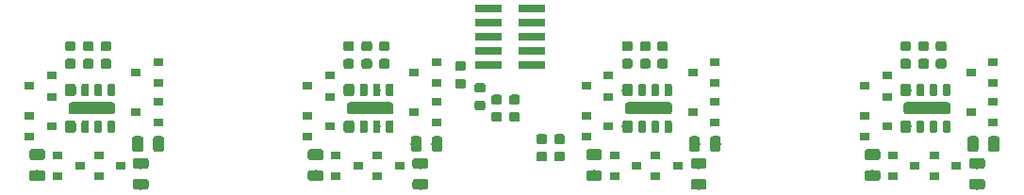
<source format=gbr>
G04 #@! TF.GenerationSoftware,KiCad,Pcbnew,(5.1.2)-2*
G04 #@! TF.CreationDate,2020-03-05T19:46:53-05:00*
G04 #@! TF.ProjectId,AddressableLED,41646472-6573-4736-9162-6c654c45442e,rev?*
G04 #@! TF.SameCoordinates,Original*
G04 #@! TF.FileFunction,Paste,Top*
G04 #@! TF.FilePolarity,Positive*
%FSLAX46Y46*%
G04 Gerber Fmt 4.6, Leading zero omitted, Abs format (unit mm)*
G04 Created by KiCad (PCBNEW (5.1.2)-2) date 2020-03-05 19:46:53*
%MOMM*%
%LPD*%
G04 APERTURE LIST*
%ADD10C,0.100000*%
%ADD11C,0.875000*%
%ADD12R,2.400000X0.740000*%
%ADD13C,1.100000*%
%ADD14C,0.670000*%
%ADD15C,0.980000*%
%ADD16R,0.900000X0.800000*%
%ADD17C,0.975000*%
G04 APERTURE END LIST*
D10*
G36*
X144777691Y-113901053D02*
G01*
X144798926Y-113904203D01*
X144819750Y-113909419D01*
X144839962Y-113916651D01*
X144859368Y-113925830D01*
X144877781Y-113936866D01*
X144895024Y-113949654D01*
X144910930Y-113964070D01*
X144925346Y-113979976D01*
X144938134Y-113997219D01*
X144949170Y-114015632D01*
X144958349Y-114035038D01*
X144965581Y-114055250D01*
X144970797Y-114076074D01*
X144973947Y-114097309D01*
X144975000Y-114118750D01*
X144975000Y-114556250D01*
X144973947Y-114577691D01*
X144970797Y-114598926D01*
X144965581Y-114619750D01*
X144958349Y-114639962D01*
X144949170Y-114659368D01*
X144938134Y-114677781D01*
X144925346Y-114695024D01*
X144910930Y-114710930D01*
X144895024Y-114725346D01*
X144877781Y-114738134D01*
X144859368Y-114749170D01*
X144839962Y-114758349D01*
X144819750Y-114765581D01*
X144798926Y-114770797D01*
X144777691Y-114773947D01*
X144756250Y-114775000D01*
X144243750Y-114775000D01*
X144222309Y-114773947D01*
X144201074Y-114770797D01*
X144180250Y-114765581D01*
X144160038Y-114758349D01*
X144140632Y-114749170D01*
X144122219Y-114738134D01*
X144104976Y-114725346D01*
X144089070Y-114710930D01*
X144074654Y-114695024D01*
X144061866Y-114677781D01*
X144050830Y-114659368D01*
X144041651Y-114639962D01*
X144034419Y-114619750D01*
X144029203Y-114598926D01*
X144026053Y-114577691D01*
X144025000Y-114556250D01*
X144025000Y-114118750D01*
X144026053Y-114097309D01*
X144029203Y-114076074D01*
X144034419Y-114055250D01*
X144041651Y-114035038D01*
X144050830Y-114015632D01*
X144061866Y-113997219D01*
X144074654Y-113979976D01*
X144089070Y-113964070D01*
X144104976Y-113949654D01*
X144122219Y-113936866D01*
X144140632Y-113925830D01*
X144160038Y-113916651D01*
X144180250Y-113909419D01*
X144201074Y-113904203D01*
X144222309Y-113901053D01*
X144243750Y-113900000D01*
X144756250Y-113900000D01*
X144777691Y-113901053D01*
X144777691Y-113901053D01*
G37*
D11*
X144500000Y-114337500D03*
D10*
G36*
X144777691Y-112326053D02*
G01*
X144798926Y-112329203D01*
X144819750Y-112334419D01*
X144839962Y-112341651D01*
X144859368Y-112350830D01*
X144877781Y-112361866D01*
X144895024Y-112374654D01*
X144910930Y-112389070D01*
X144925346Y-112404976D01*
X144938134Y-112422219D01*
X144949170Y-112440632D01*
X144958349Y-112460038D01*
X144965581Y-112480250D01*
X144970797Y-112501074D01*
X144973947Y-112522309D01*
X144975000Y-112543750D01*
X144975000Y-112981250D01*
X144973947Y-113002691D01*
X144970797Y-113023926D01*
X144965581Y-113044750D01*
X144958349Y-113064962D01*
X144949170Y-113084368D01*
X144938134Y-113102781D01*
X144925346Y-113120024D01*
X144910930Y-113135930D01*
X144895024Y-113150346D01*
X144877781Y-113163134D01*
X144859368Y-113174170D01*
X144839962Y-113183349D01*
X144819750Y-113190581D01*
X144798926Y-113195797D01*
X144777691Y-113198947D01*
X144756250Y-113200000D01*
X144243750Y-113200000D01*
X144222309Y-113198947D01*
X144201074Y-113195797D01*
X144180250Y-113190581D01*
X144160038Y-113183349D01*
X144140632Y-113174170D01*
X144122219Y-113163134D01*
X144104976Y-113150346D01*
X144089070Y-113135930D01*
X144074654Y-113120024D01*
X144061866Y-113102781D01*
X144050830Y-113084368D01*
X144041651Y-113064962D01*
X144034419Y-113044750D01*
X144029203Y-113023926D01*
X144026053Y-113002691D01*
X144025000Y-112981250D01*
X144025000Y-112543750D01*
X144026053Y-112522309D01*
X144029203Y-112501074D01*
X144034419Y-112480250D01*
X144041651Y-112460038D01*
X144050830Y-112440632D01*
X144061866Y-112422219D01*
X144074654Y-112404976D01*
X144089070Y-112389070D01*
X144104976Y-112374654D01*
X144122219Y-112361866D01*
X144140632Y-112350830D01*
X144160038Y-112341651D01*
X144180250Y-112334419D01*
X144201074Y-112329203D01*
X144222309Y-112326053D01*
X144243750Y-112325000D01*
X144756250Y-112325000D01*
X144777691Y-112326053D01*
X144777691Y-112326053D01*
G37*
D11*
X144500000Y-112762500D03*
D10*
G36*
X143177691Y-113901053D02*
G01*
X143198926Y-113904203D01*
X143219750Y-113909419D01*
X143239962Y-113916651D01*
X143259368Y-113925830D01*
X143277781Y-113936866D01*
X143295024Y-113949654D01*
X143310930Y-113964070D01*
X143325346Y-113979976D01*
X143338134Y-113997219D01*
X143349170Y-114015632D01*
X143358349Y-114035038D01*
X143365581Y-114055250D01*
X143370797Y-114076074D01*
X143373947Y-114097309D01*
X143375000Y-114118750D01*
X143375000Y-114556250D01*
X143373947Y-114577691D01*
X143370797Y-114598926D01*
X143365581Y-114619750D01*
X143358349Y-114639962D01*
X143349170Y-114659368D01*
X143338134Y-114677781D01*
X143325346Y-114695024D01*
X143310930Y-114710930D01*
X143295024Y-114725346D01*
X143277781Y-114738134D01*
X143259368Y-114749170D01*
X143239962Y-114758349D01*
X143219750Y-114765581D01*
X143198926Y-114770797D01*
X143177691Y-114773947D01*
X143156250Y-114775000D01*
X142643750Y-114775000D01*
X142622309Y-114773947D01*
X142601074Y-114770797D01*
X142580250Y-114765581D01*
X142560038Y-114758349D01*
X142540632Y-114749170D01*
X142522219Y-114738134D01*
X142504976Y-114725346D01*
X142489070Y-114710930D01*
X142474654Y-114695024D01*
X142461866Y-114677781D01*
X142450830Y-114659368D01*
X142441651Y-114639962D01*
X142434419Y-114619750D01*
X142429203Y-114598926D01*
X142426053Y-114577691D01*
X142425000Y-114556250D01*
X142425000Y-114118750D01*
X142426053Y-114097309D01*
X142429203Y-114076074D01*
X142434419Y-114055250D01*
X142441651Y-114035038D01*
X142450830Y-114015632D01*
X142461866Y-113997219D01*
X142474654Y-113979976D01*
X142489070Y-113964070D01*
X142504976Y-113949654D01*
X142522219Y-113936866D01*
X142540632Y-113925830D01*
X142560038Y-113916651D01*
X142580250Y-113909419D01*
X142601074Y-113904203D01*
X142622309Y-113901053D01*
X142643750Y-113900000D01*
X143156250Y-113900000D01*
X143177691Y-113901053D01*
X143177691Y-113901053D01*
G37*
D11*
X142900000Y-114337500D03*
D10*
G36*
X143177691Y-112326053D02*
G01*
X143198926Y-112329203D01*
X143219750Y-112334419D01*
X143239962Y-112341651D01*
X143259368Y-112350830D01*
X143277781Y-112361866D01*
X143295024Y-112374654D01*
X143310930Y-112389070D01*
X143325346Y-112404976D01*
X143338134Y-112422219D01*
X143349170Y-112440632D01*
X143358349Y-112460038D01*
X143365581Y-112480250D01*
X143370797Y-112501074D01*
X143373947Y-112522309D01*
X143375000Y-112543750D01*
X143375000Y-112981250D01*
X143373947Y-113002691D01*
X143370797Y-113023926D01*
X143365581Y-113044750D01*
X143358349Y-113064962D01*
X143349170Y-113084368D01*
X143338134Y-113102781D01*
X143325346Y-113120024D01*
X143310930Y-113135930D01*
X143295024Y-113150346D01*
X143277781Y-113163134D01*
X143259368Y-113174170D01*
X143239962Y-113183349D01*
X143219750Y-113190581D01*
X143198926Y-113195797D01*
X143177691Y-113198947D01*
X143156250Y-113200000D01*
X142643750Y-113200000D01*
X142622309Y-113198947D01*
X142601074Y-113195797D01*
X142580250Y-113190581D01*
X142560038Y-113183349D01*
X142540632Y-113174170D01*
X142522219Y-113163134D01*
X142504976Y-113150346D01*
X142489070Y-113135930D01*
X142474654Y-113120024D01*
X142461866Y-113102781D01*
X142450830Y-113084368D01*
X142441651Y-113064962D01*
X142434419Y-113044750D01*
X142429203Y-113023926D01*
X142426053Y-113002691D01*
X142425000Y-112981250D01*
X142425000Y-112543750D01*
X142426053Y-112522309D01*
X142429203Y-112501074D01*
X142434419Y-112480250D01*
X142441651Y-112460038D01*
X142450830Y-112440632D01*
X142461866Y-112422219D01*
X142474654Y-112404976D01*
X142489070Y-112389070D01*
X142504976Y-112374654D01*
X142522219Y-112361866D01*
X142540632Y-112350830D01*
X142560038Y-112341651D01*
X142580250Y-112334419D01*
X142601074Y-112329203D01*
X142622309Y-112326053D01*
X142643750Y-112325000D01*
X143156250Y-112325000D01*
X143177691Y-112326053D01*
X143177691Y-112326053D01*
G37*
D11*
X142900000Y-112762500D03*
D12*
X138100000Y-101060000D03*
X142000000Y-101060000D03*
X138100000Y-102330000D03*
X142000000Y-102330000D03*
X138100000Y-103600000D03*
X142000000Y-103600000D03*
X138100000Y-104870000D03*
X142000000Y-104870000D03*
X138100000Y-106140000D03*
X142000000Y-106140000D03*
D10*
G36*
X135877691Y-107351053D02*
G01*
X135898926Y-107354203D01*
X135919750Y-107359419D01*
X135939962Y-107366651D01*
X135959368Y-107375830D01*
X135977781Y-107386866D01*
X135995024Y-107399654D01*
X136010930Y-107414070D01*
X136025346Y-107429976D01*
X136038134Y-107447219D01*
X136049170Y-107465632D01*
X136058349Y-107485038D01*
X136065581Y-107505250D01*
X136070797Y-107526074D01*
X136073947Y-107547309D01*
X136075000Y-107568750D01*
X136075000Y-108006250D01*
X136073947Y-108027691D01*
X136070797Y-108048926D01*
X136065581Y-108069750D01*
X136058349Y-108089962D01*
X136049170Y-108109368D01*
X136038134Y-108127781D01*
X136025346Y-108145024D01*
X136010930Y-108160930D01*
X135995024Y-108175346D01*
X135977781Y-108188134D01*
X135959368Y-108199170D01*
X135939962Y-108208349D01*
X135919750Y-108215581D01*
X135898926Y-108220797D01*
X135877691Y-108223947D01*
X135856250Y-108225000D01*
X135343750Y-108225000D01*
X135322309Y-108223947D01*
X135301074Y-108220797D01*
X135280250Y-108215581D01*
X135260038Y-108208349D01*
X135240632Y-108199170D01*
X135222219Y-108188134D01*
X135204976Y-108175346D01*
X135189070Y-108160930D01*
X135174654Y-108145024D01*
X135161866Y-108127781D01*
X135150830Y-108109368D01*
X135141651Y-108089962D01*
X135134419Y-108069750D01*
X135129203Y-108048926D01*
X135126053Y-108027691D01*
X135125000Y-108006250D01*
X135125000Y-107568750D01*
X135126053Y-107547309D01*
X135129203Y-107526074D01*
X135134419Y-107505250D01*
X135141651Y-107485038D01*
X135150830Y-107465632D01*
X135161866Y-107447219D01*
X135174654Y-107429976D01*
X135189070Y-107414070D01*
X135204976Y-107399654D01*
X135222219Y-107386866D01*
X135240632Y-107375830D01*
X135260038Y-107366651D01*
X135280250Y-107359419D01*
X135301074Y-107354203D01*
X135322309Y-107351053D01*
X135343750Y-107350000D01*
X135856250Y-107350000D01*
X135877691Y-107351053D01*
X135877691Y-107351053D01*
G37*
D11*
X135600000Y-107787500D03*
D10*
G36*
X135877691Y-105776053D02*
G01*
X135898926Y-105779203D01*
X135919750Y-105784419D01*
X135939962Y-105791651D01*
X135959368Y-105800830D01*
X135977781Y-105811866D01*
X135995024Y-105824654D01*
X136010930Y-105839070D01*
X136025346Y-105854976D01*
X136038134Y-105872219D01*
X136049170Y-105890632D01*
X136058349Y-105910038D01*
X136065581Y-105930250D01*
X136070797Y-105951074D01*
X136073947Y-105972309D01*
X136075000Y-105993750D01*
X136075000Y-106431250D01*
X136073947Y-106452691D01*
X136070797Y-106473926D01*
X136065581Y-106494750D01*
X136058349Y-106514962D01*
X136049170Y-106534368D01*
X136038134Y-106552781D01*
X136025346Y-106570024D01*
X136010930Y-106585930D01*
X135995024Y-106600346D01*
X135977781Y-106613134D01*
X135959368Y-106624170D01*
X135939962Y-106633349D01*
X135919750Y-106640581D01*
X135898926Y-106645797D01*
X135877691Y-106648947D01*
X135856250Y-106650000D01*
X135343750Y-106650000D01*
X135322309Y-106648947D01*
X135301074Y-106645797D01*
X135280250Y-106640581D01*
X135260038Y-106633349D01*
X135240632Y-106624170D01*
X135222219Y-106613134D01*
X135204976Y-106600346D01*
X135189070Y-106585930D01*
X135174654Y-106570024D01*
X135161866Y-106552781D01*
X135150830Y-106534368D01*
X135141651Y-106514962D01*
X135134419Y-106494750D01*
X135129203Y-106473926D01*
X135126053Y-106452691D01*
X135125000Y-106431250D01*
X135125000Y-105993750D01*
X135126053Y-105972309D01*
X135129203Y-105951074D01*
X135134419Y-105930250D01*
X135141651Y-105910038D01*
X135150830Y-105890632D01*
X135161866Y-105872219D01*
X135174654Y-105854976D01*
X135189070Y-105839070D01*
X135204976Y-105824654D01*
X135222219Y-105811866D01*
X135240632Y-105800830D01*
X135260038Y-105791651D01*
X135280250Y-105784419D01*
X135301074Y-105779203D01*
X135322309Y-105776053D01*
X135343750Y-105775000D01*
X135856250Y-105775000D01*
X135877691Y-105776053D01*
X135877691Y-105776053D01*
G37*
D11*
X135600000Y-106212500D03*
D10*
G36*
X137627691Y-107726053D02*
G01*
X137648926Y-107729203D01*
X137669750Y-107734419D01*
X137689962Y-107741651D01*
X137709368Y-107750830D01*
X137727781Y-107761866D01*
X137745024Y-107774654D01*
X137760930Y-107789070D01*
X137775346Y-107804976D01*
X137788134Y-107822219D01*
X137799170Y-107840632D01*
X137808349Y-107860038D01*
X137815581Y-107880250D01*
X137820797Y-107901074D01*
X137823947Y-107922309D01*
X137825000Y-107943750D01*
X137825000Y-108381250D01*
X137823947Y-108402691D01*
X137820797Y-108423926D01*
X137815581Y-108444750D01*
X137808349Y-108464962D01*
X137799170Y-108484368D01*
X137788134Y-108502781D01*
X137775346Y-108520024D01*
X137760930Y-108535930D01*
X137745024Y-108550346D01*
X137727781Y-108563134D01*
X137709368Y-108574170D01*
X137689962Y-108583349D01*
X137669750Y-108590581D01*
X137648926Y-108595797D01*
X137627691Y-108598947D01*
X137606250Y-108600000D01*
X137093750Y-108600000D01*
X137072309Y-108598947D01*
X137051074Y-108595797D01*
X137030250Y-108590581D01*
X137010038Y-108583349D01*
X136990632Y-108574170D01*
X136972219Y-108563134D01*
X136954976Y-108550346D01*
X136939070Y-108535930D01*
X136924654Y-108520024D01*
X136911866Y-108502781D01*
X136900830Y-108484368D01*
X136891651Y-108464962D01*
X136884419Y-108444750D01*
X136879203Y-108423926D01*
X136876053Y-108402691D01*
X136875000Y-108381250D01*
X136875000Y-107943750D01*
X136876053Y-107922309D01*
X136879203Y-107901074D01*
X136884419Y-107880250D01*
X136891651Y-107860038D01*
X136900830Y-107840632D01*
X136911866Y-107822219D01*
X136924654Y-107804976D01*
X136939070Y-107789070D01*
X136954976Y-107774654D01*
X136972219Y-107761866D01*
X136990632Y-107750830D01*
X137010038Y-107741651D01*
X137030250Y-107734419D01*
X137051074Y-107729203D01*
X137072309Y-107726053D01*
X137093750Y-107725000D01*
X137606250Y-107725000D01*
X137627691Y-107726053D01*
X137627691Y-107726053D01*
G37*
D11*
X137350000Y-108162500D03*
D10*
G36*
X137627691Y-109301053D02*
G01*
X137648926Y-109304203D01*
X137669750Y-109309419D01*
X137689962Y-109316651D01*
X137709368Y-109325830D01*
X137727781Y-109336866D01*
X137745024Y-109349654D01*
X137760930Y-109364070D01*
X137775346Y-109379976D01*
X137788134Y-109397219D01*
X137799170Y-109415632D01*
X137808349Y-109435038D01*
X137815581Y-109455250D01*
X137820797Y-109476074D01*
X137823947Y-109497309D01*
X137825000Y-109518750D01*
X137825000Y-109956250D01*
X137823947Y-109977691D01*
X137820797Y-109998926D01*
X137815581Y-110019750D01*
X137808349Y-110039962D01*
X137799170Y-110059368D01*
X137788134Y-110077781D01*
X137775346Y-110095024D01*
X137760930Y-110110930D01*
X137745024Y-110125346D01*
X137727781Y-110138134D01*
X137709368Y-110149170D01*
X137689962Y-110158349D01*
X137669750Y-110165581D01*
X137648926Y-110170797D01*
X137627691Y-110173947D01*
X137606250Y-110175000D01*
X137093750Y-110175000D01*
X137072309Y-110173947D01*
X137051074Y-110170797D01*
X137030250Y-110165581D01*
X137010038Y-110158349D01*
X136990632Y-110149170D01*
X136972219Y-110138134D01*
X136954976Y-110125346D01*
X136939070Y-110110930D01*
X136924654Y-110095024D01*
X136911866Y-110077781D01*
X136900830Y-110059368D01*
X136891651Y-110039962D01*
X136884419Y-110019750D01*
X136879203Y-109998926D01*
X136876053Y-109977691D01*
X136875000Y-109956250D01*
X136875000Y-109518750D01*
X136876053Y-109497309D01*
X136879203Y-109476074D01*
X136884419Y-109455250D01*
X136891651Y-109435038D01*
X136900830Y-109415632D01*
X136911866Y-109397219D01*
X136924654Y-109379976D01*
X136939070Y-109364070D01*
X136954976Y-109349654D01*
X136972219Y-109336866D01*
X136990632Y-109325830D01*
X137010038Y-109316651D01*
X137030250Y-109309419D01*
X137051074Y-109304203D01*
X137072309Y-109301053D01*
X137093750Y-109300000D01*
X137606250Y-109300000D01*
X137627691Y-109301053D01*
X137627691Y-109301053D01*
G37*
D11*
X137350000Y-109737500D03*
D10*
G36*
X179341955Y-109451324D02*
G01*
X179368650Y-109455284D01*
X179394828Y-109461841D01*
X179420238Y-109470933D01*
X179444634Y-109482472D01*
X179467782Y-109496346D01*
X179489458Y-109512422D01*
X179509454Y-109530546D01*
X179527578Y-109550542D01*
X179543654Y-109572218D01*
X179557528Y-109595366D01*
X179569067Y-109619762D01*
X179578159Y-109645172D01*
X179584716Y-109671350D01*
X179588676Y-109698045D01*
X179590000Y-109725000D01*
X179590000Y-110275000D01*
X179588676Y-110301955D01*
X179584716Y-110328650D01*
X179578159Y-110354828D01*
X179569067Y-110380238D01*
X179557528Y-110404634D01*
X179543654Y-110427782D01*
X179527578Y-110449458D01*
X179509454Y-110469454D01*
X179489458Y-110487578D01*
X179467782Y-110503654D01*
X179444634Y-110517528D01*
X179420238Y-110529067D01*
X179394828Y-110538159D01*
X179368650Y-110544716D01*
X179341955Y-110548676D01*
X179315000Y-110550000D01*
X175685000Y-110550000D01*
X175658045Y-110548676D01*
X175631350Y-110544716D01*
X175605172Y-110538159D01*
X175579762Y-110529067D01*
X175555366Y-110517528D01*
X175532218Y-110503654D01*
X175510542Y-110487578D01*
X175490546Y-110469454D01*
X175472422Y-110449458D01*
X175456346Y-110427782D01*
X175442472Y-110404634D01*
X175430933Y-110380238D01*
X175421841Y-110354828D01*
X175415284Y-110328650D01*
X175411324Y-110301955D01*
X175410000Y-110275000D01*
X175410000Y-109725000D01*
X175411324Y-109698045D01*
X175415284Y-109671350D01*
X175421841Y-109645172D01*
X175430933Y-109619762D01*
X175442472Y-109595366D01*
X175456346Y-109572218D01*
X175472422Y-109550542D01*
X175490546Y-109530546D01*
X175510542Y-109512422D01*
X175532218Y-109496346D01*
X175555366Y-109482472D01*
X175579762Y-109470933D01*
X175605172Y-109461841D01*
X175631350Y-109455284D01*
X175658045Y-109451324D01*
X175685000Y-109450000D01*
X179315000Y-109450000D01*
X179341955Y-109451324D01*
X179341955Y-109451324D01*
G37*
D13*
X177500000Y-110000000D03*
D10*
G36*
X179438918Y-111098307D02*
G01*
X179455178Y-111100718D01*
X179471123Y-111104712D01*
X179486599Y-111110250D01*
X179501459Y-111117278D01*
X179515558Y-111125729D01*
X179528761Y-111135521D01*
X179540940Y-111146560D01*
X179551979Y-111158739D01*
X179561771Y-111171942D01*
X179570222Y-111186041D01*
X179577250Y-111200901D01*
X179582788Y-111216377D01*
X179586782Y-111232322D01*
X179589193Y-111248582D01*
X179590000Y-111265000D01*
X179590000Y-112030000D01*
X179589193Y-112046418D01*
X179586782Y-112062678D01*
X179582788Y-112078623D01*
X179577250Y-112094099D01*
X179570222Y-112108959D01*
X179561771Y-112123058D01*
X179551979Y-112136261D01*
X179540940Y-112148440D01*
X179528761Y-112159479D01*
X179515558Y-112169271D01*
X179501459Y-112177722D01*
X179486599Y-112184750D01*
X179471123Y-112190288D01*
X179455178Y-112194282D01*
X179438918Y-112196693D01*
X179422500Y-112197500D01*
X179087500Y-112197500D01*
X179071082Y-112196693D01*
X179054822Y-112194282D01*
X179038877Y-112190288D01*
X179023401Y-112184750D01*
X179008541Y-112177722D01*
X178994442Y-112169271D01*
X178981239Y-112159479D01*
X178969060Y-112148440D01*
X178958021Y-112136261D01*
X178948229Y-112123058D01*
X178939778Y-112108959D01*
X178932750Y-112094099D01*
X178927212Y-112078623D01*
X178923218Y-112062678D01*
X178920807Y-112046418D01*
X178920000Y-112030000D01*
X178920000Y-111265000D01*
X178920807Y-111248582D01*
X178923218Y-111232322D01*
X178927212Y-111216377D01*
X178932750Y-111200901D01*
X178939778Y-111186041D01*
X178948229Y-111171942D01*
X178958021Y-111158739D01*
X178969060Y-111146560D01*
X178981239Y-111135521D01*
X178994442Y-111125729D01*
X179008541Y-111117278D01*
X179023401Y-111110250D01*
X179038877Y-111104712D01*
X179054822Y-111100718D01*
X179071082Y-111098307D01*
X179087500Y-111097500D01*
X179422500Y-111097500D01*
X179438918Y-111098307D01*
X179438918Y-111098307D01*
G37*
D14*
X179255000Y-111647500D03*
D10*
G36*
X179438918Y-107803307D02*
G01*
X179455178Y-107805718D01*
X179471123Y-107809712D01*
X179486599Y-107815250D01*
X179501459Y-107822278D01*
X179515558Y-107830729D01*
X179528761Y-107840521D01*
X179540940Y-107851560D01*
X179551979Y-107863739D01*
X179561771Y-107876942D01*
X179570222Y-107891041D01*
X179577250Y-107905901D01*
X179582788Y-107921377D01*
X179586782Y-107937322D01*
X179589193Y-107953582D01*
X179590000Y-107970000D01*
X179590000Y-108735000D01*
X179589193Y-108751418D01*
X179586782Y-108767678D01*
X179582788Y-108783623D01*
X179577250Y-108799099D01*
X179570222Y-108813959D01*
X179561771Y-108828058D01*
X179551979Y-108841261D01*
X179540940Y-108853440D01*
X179528761Y-108864479D01*
X179515558Y-108874271D01*
X179501459Y-108882722D01*
X179486599Y-108889750D01*
X179471123Y-108895288D01*
X179455178Y-108899282D01*
X179438918Y-108901693D01*
X179422500Y-108902500D01*
X179087500Y-108902500D01*
X179071082Y-108901693D01*
X179054822Y-108899282D01*
X179038877Y-108895288D01*
X179023401Y-108889750D01*
X179008541Y-108882722D01*
X178994442Y-108874271D01*
X178981239Y-108864479D01*
X178969060Y-108853440D01*
X178958021Y-108841261D01*
X178948229Y-108828058D01*
X178939778Y-108813959D01*
X178932750Y-108799099D01*
X178927212Y-108783623D01*
X178923218Y-108767678D01*
X178920807Y-108751418D01*
X178920000Y-108735000D01*
X178920000Y-107970000D01*
X178920807Y-107953582D01*
X178923218Y-107937322D01*
X178927212Y-107921377D01*
X178932750Y-107905901D01*
X178939778Y-107891041D01*
X178948229Y-107876942D01*
X178958021Y-107863739D01*
X178969060Y-107851560D01*
X178981239Y-107840521D01*
X178994442Y-107830729D01*
X179008541Y-107822278D01*
X179023401Y-107815250D01*
X179038877Y-107809712D01*
X179054822Y-107805718D01*
X179071082Y-107803307D01*
X179087500Y-107802500D01*
X179422500Y-107802500D01*
X179438918Y-107803307D01*
X179438918Y-107803307D01*
G37*
D14*
X179255000Y-108352500D03*
D10*
G36*
X178268918Y-111098307D02*
G01*
X178285178Y-111100718D01*
X178301123Y-111104712D01*
X178316599Y-111110250D01*
X178331459Y-111117278D01*
X178345558Y-111125729D01*
X178358761Y-111135521D01*
X178370940Y-111146560D01*
X178381979Y-111158739D01*
X178391771Y-111171942D01*
X178400222Y-111186041D01*
X178407250Y-111200901D01*
X178412788Y-111216377D01*
X178416782Y-111232322D01*
X178419193Y-111248582D01*
X178420000Y-111265000D01*
X178420000Y-112030000D01*
X178419193Y-112046418D01*
X178416782Y-112062678D01*
X178412788Y-112078623D01*
X178407250Y-112094099D01*
X178400222Y-112108959D01*
X178391771Y-112123058D01*
X178381979Y-112136261D01*
X178370940Y-112148440D01*
X178358761Y-112159479D01*
X178345558Y-112169271D01*
X178331459Y-112177722D01*
X178316599Y-112184750D01*
X178301123Y-112190288D01*
X178285178Y-112194282D01*
X178268918Y-112196693D01*
X178252500Y-112197500D01*
X177917500Y-112197500D01*
X177901082Y-112196693D01*
X177884822Y-112194282D01*
X177868877Y-112190288D01*
X177853401Y-112184750D01*
X177838541Y-112177722D01*
X177824442Y-112169271D01*
X177811239Y-112159479D01*
X177799060Y-112148440D01*
X177788021Y-112136261D01*
X177778229Y-112123058D01*
X177769778Y-112108959D01*
X177762750Y-112094099D01*
X177757212Y-112078623D01*
X177753218Y-112062678D01*
X177750807Y-112046418D01*
X177750000Y-112030000D01*
X177750000Y-111265000D01*
X177750807Y-111248582D01*
X177753218Y-111232322D01*
X177757212Y-111216377D01*
X177762750Y-111200901D01*
X177769778Y-111186041D01*
X177778229Y-111171942D01*
X177788021Y-111158739D01*
X177799060Y-111146560D01*
X177811239Y-111135521D01*
X177824442Y-111125729D01*
X177838541Y-111117278D01*
X177853401Y-111110250D01*
X177868877Y-111104712D01*
X177884822Y-111100718D01*
X177901082Y-111098307D01*
X177917500Y-111097500D01*
X178252500Y-111097500D01*
X178268918Y-111098307D01*
X178268918Y-111098307D01*
G37*
D14*
X178085000Y-111647500D03*
D10*
G36*
X178268918Y-107803307D02*
G01*
X178285178Y-107805718D01*
X178301123Y-107809712D01*
X178316599Y-107815250D01*
X178331459Y-107822278D01*
X178345558Y-107830729D01*
X178358761Y-107840521D01*
X178370940Y-107851560D01*
X178381979Y-107863739D01*
X178391771Y-107876942D01*
X178400222Y-107891041D01*
X178407250Y-107905901D01*
X178412788Y-107921377D01*
X178416782Y-107937322D01*
X178419193Y-107953582D01*
X178420000Y-107970000D01*
X178420000Y-108735000D01*
X178419193Y-108751418D01*
X178416782Y-108767678D01*
X178412788Y-108783623D01*
X178407250Y-108799099D01*
X178400222Y-108813959D01*
X178391771Y-108828058D01*
X178381979Y-108841261D01*
X178370940Y-108853440D01*
X178358761Y-108864479D01*
X178345558Y-108874271D01*
X178331459Y-108882722D01*
X178316599Y-108889750D01*
X178301123Y-108895288D01*
X178285178Y-108899282D01*
X178268918Y-108901693D01*
X178252500Y-108902500D01*
X177917500Y-108902500D01*
X177901082Y-108901693D01*
X177884822Y-108899282D01*
X177868877Y-108895288D01*
X177853401Y-108889750D01*
X177838541Y-108882722D01*
X177824442Y-108874271D01*
X177811239Y-108864479D01*
X177799060Y-108853440D01*
X177788021Y-108841261D01*
X177778229Y-108828058D01*
X177769778Y-108813959D01*
X177762750Y-108799099D01*
X177757212Y-108783623D01*
X177753218Y-108767678D01*
X177750807Y-108751418D01*
X177750000Y-108735000D01*
X177750000Y-107970000D01*
X177750807Y-107953582D01*
X177753218Y-107937322D01*
X177757212Y-107921377D01*
X177762750Y-107905901D01*
X177769778Y-107891041D01*
X177778229Y-107876942D01*
X177788021Y-107863739D01*
X177799060Y-107851560D01*
X177811239Y-107840521D01*
X177824442Y-107830729D01*
X177838541Y-107822278D01*
X177853401Y-107815250D01*
X177868877Y-107809712D01*
X177884822Y-107805718D01*
X177901082Y-107803307D01*
X177917500Y-107802500D01*
X178252500Y-107802500D01*
X178268918Y-107803307D01*
X178268918Y-107803307D01*
G37*
D14*
X178085000Y-108352500D03*
D10*
G36*
X177098918Y-111098307D02*
G01*
X177115178Y-111100718D01*
X177131123Y-111104712D01*
X177146599Y-111110250D01*
X177161459Y-111117278D01*
X177175558Y-111125729D01*
X177188761Y-111135521D01*
X177200940Y-111146560D01*
X177211979Y-111158739D01*
X177221771Y-111171942D01*
X177230222Y-111186041D01*
X177237250Y-111200901D01*
X177242788Y-111216377D01*
X177246782Y-111232322D01*
X177249193Y-111248582D01*
X177250000Y-111265000D01*
X177250000Y-112030000D01*
X177249193Y-112046418D01*
X177246782Y-112062678D01*
X177242788Y-112078623D01*
X177237250Y-112094099D01*
X177230222Y-112108959D01*
X177221771Y-112123058D01*
X177211979Y-112136261D01*
X177200940Y-112148440D01*
X177188761Y-112159479D01*
X177175558Y-112169271D01*
X177161459Y-112177722D01*
X177146599Y-112184750D01*
X177131123Y-112190288D01*
X177115178Y-112194282D01*
X177098918Y-112196693D01*
X177082500Y-112197500D01*
X176747500Y-112197500D01*
X176731082Y-112196693D01*
X176714822Y-112194282D01*
X176698877Y-112190288D01*
X176683401Y-112184750D01*
X176668541Y-112177722D01*
X176654442Y-112169271D01*
X176641239Y-112159479D01*
X176629060Y-112148440D01*
X176618021Y-112136261D01*
X176608229Y-112123058D01*
X176599778Y-112108959D01*
X176592750Y-112094099D01*
X176587212Y-112078623D01*
X176583218Y-112062678D01*
X176580807Y-112046418D01*
X176580000Y-112030000D01*
X176580000Y-111265000D01*
X176580807Y-111248582D01*
X176583218Y-111232322D01*
X176587212Y-111216377D01*
X176592750Y-111200901D01*
X176599778Y-111186041D01*
X176608229Y-111171942D01*
X176618021Y-111158739D01*
X176629060Y-111146560D01*
X176641239Y-111135521D01*
X176654442Y-111125729D01*
X176668541Y-111117278D01*
X176683401Y-111110250D01*
X176698877Y-111104712D01*
X176714822Y-111100718D01*
X176731082Y-111098307D01*
X176747500Y-111097500D01*
X177082500Y-111097500D01*
X177098918Y-111098307D01*
X177098918Y-111098307D01*
G37*
D14*
X176915000Y-111647500D03*
D10*
G36*
X177098918Y-107803307D02*
G01*
X177115178Y-107805718D01*
X177131123Y-107809712D01*
X177146599Y-107815250D01*
X177161459Y-107822278D01*
X177175558Y-107830729D01*
X177188761Y-107840521D01*
X177200940Y-107851560D01*
X177211979Y-107863739D01*
X177221771Y-107876942D01*
X177230222Y-107891041D01*
X177237250Y-107905901D01*
X177242788Y-107921377D01*
X177246782Y-107937322D01*
X177249193Y-107953582D01*
X177250000Y-107970000D01*
X177250000Y-108735000D01*
X177249193Y-108751418D01*
X177246782Y-108767678D01*
X177242788Y-108783623D01*
X177237250Y-108799099D01*
X177230222Y-108813959D01*
X177221771Y-108828058D01*
X177211979Y-108841261D01*
X177200940Y-108853440D01*
X177188761Y-108864479D01*
X177175558Y-108874271D01*
X177161459Y-108882722D01*
X177146599Y-108889750D01*
X177131123Y-108895288D01*
X177115178Y-108899282D01*
X177098918Y-108901693D01*
X177082500Y-108902500D01*
X176747500Y-108902500D01*
X176731082Y-108901693D01*
X176714822Y-108899282D01*
X176698877Y-108895288D01*
X176683401Y-108889750D01*
X176668541Y-108882722D01*
X176654442Y-108874271D01*
X176641239Y-108864479D01*
X176629060Y-108853440D01*
X176618021Y-108841261D01*
X176608229Y-108828058D01*
X176599778Y-108813959D01*
X176592750Y-108799099D01*
X176587212Y-108783623D01*
X176583218Y-108767678D01*
X176580807Y-108751418D01*
X176580000Y-108735000D01*
X176580000Y-107970000D01*
X176580807Y-107953582D01*
X176583218Y-107937322D01*
X176587212Y-107921377D01*
X176592750Y-107905901D01*
X176599778Y-107891041D01*
X176608229Y-107876942D01*
X176618021Y-107863739D01*
X176629060Y-107851560D01*
X176641239Y-107840521D01*
X176654442Y-107830729D01*
X176668541Y-107822278D01*
X176683401Y-107815250D01*
X176698877Y-107809712D01*
X176714822Y-107805718D01*
X176731082Y-107803307D01*
X176747500Y-107802500D01*
X177082500Y-107802500D01*
X177098918Y-107803307D01*
X177098918Y-107803307D01*
G37*
D14*
X176915000Y-108352500D03*
D10*
G36*
X175859014Y-111098680D02*
G01*
X175882797Y-111102208D01*
X175906120Y-111108050D01*
X175928757Y-111116150D01*
X175950492Y-111126429D01*
X175971115Y-111138790D01*
X175990426Y-111153112D01*
X176008241Y-111169259D01*
X176024388Y-111187074D01*
X176038710Y-111206385D01*
X176051071Y-111227008D01*
X176061350Y-111248743D01*
X176069450Y-111271380D01*
X176075292Y-111294703D01*
X176078820Y-111318486D01*
X176080000Y-111342500D01*
X176080000Y-111952500D01*
X176078820Y-111976514D01*
X176075292Y-112000297D01*
X176069450Y-112023620D01*
X176061350Y-112046257D01*
X176051071Y-112067992D01*
X176038710Y-112088615D01*
X176024388Y-112107926D01*
X176008241Y-112125741D01*
X175990426Y-112141888D01*
X175971115Y-112156210D01*
X175950492Y-112168571D01*
X175928757Y-112178850D01*
X175906120Y-112186950D01*
X175882797Y-112192792D01*
X175859014Y-112196320D01*
X175835000Y-112197500D01*
X175345000Y-112197500D01*
X175320986Y-112196320D01*
X175297203Y-112192792D01*
X175273880Y-112186950D01*
X175251243Y-112178850D01*
X175229508Y-112168571D01*
X175208885Y-112156210D01*
X175189574Y-112141888D01*
X175171759Y-112125741D01*
X175155612Y-112107926D01*
X175141290Y-112088615D01*
X175128929Y-112067992D01*
X175118650Y-112046257D01*
X175110550Y-112023620D01*
X175104708Y-112000297D01*
X175101180Y-111976514D01*
X175100000Y-111952500D01*
X175100000Y-111342500D01*
X175101180Y-111318486D01*
X175104708Y-111294703D01*
X175110550Y-111271380D01*
X175118650Y-111248743D01*
X175128929Y-111227008D01*
X175141290Y-111206385D01*
X175155612Y-111187074D01*
X175171759Y-111169259D01*
X175189574Y-111153112D01*
X175208885Y-111138790D01*
X175229508Y-111126429D01*
X175251243Y-111116150D01*
X175273880Y-111108050D01*
X175297203Y-111102208D01*
X175320986Y-111098680D01*
X175345000Y-111097500D01*
X175835000Y-111097500D01*
X175859014Y-111098680D01*
X175859014Y-111098680D01*
G37*
D15*
X175590000Y-111647500D03*
D10*
G36*
X175859014Y-107803680D02*
G01*
X175882797Y-107807208D01*
X175906120Y-107813050D01*
X175928757Y-107821150D01*
X175950492Y-107831429D01*
X175971115Y-107843790D01*
X175990426Y-107858112D01*
X176008241Y-107874259D01*
X176024388Y-107892074D01*
X176038710Y-107911385D01*
X176051071Y-107932008D01*
X176061350Y-107953743D01*
X176069450Y-107976380D01*
X176075292Y-107999703D01*
X176078820Y-108023486D01*
X176080000Y-108047500D01*
X176080000Y-108657500D01*
X176078820Y-108681514D01*
X176075292Y-108705297D01*
X176069450Y-108728620D01*
X176061350Y-108751257D01*
X176051071Y-108772992D01*
X176038710Y-108793615D01*
X176024388Y-108812926D01*
X176008241Y-108830741D01*
X175990426Y-108846888D01*
X175971115Y-108861210D01*
X175950492Y-108873571D01*
X175928757Y-108883850D01*
X175906120Y-108891950D01*
X175882797Y-108897792D01*
X175859014Y-108901320D01*
X175835000Y-108902500D01*
X175345000Y-108902500D01*
X175320986Y-108901320D01*
X175297203Y-108897792D01*
X175273880Y-108891950D01*
X175251243Y-108883850D01*
X175229508Y-108873571D01*
X175208885Y-108861210D01*
X175189574Y-108846888D01*
X175171759Y-108830741D01*
X175155612Y-108812926D01*
X175141290Y-108793615D01*
X175128929Y-108772992D01*
X175118650Y-108751257D01*
X175110550Y-108728620D01*
X175104708Y-108705297D01*
X175101180Y-108681514D01*
X175100000Y-108657500D01*
X175100000Y-108047500D01*
X175101180Y-108023486D01*
X175104708Y-107999703D01*
X175110550Y-107976380D01*
X175118650Y-107953743D01*
X175128929Y-107932008D01*
X175141290Y-107911385D01*
X175155612Y-107892074D01*
X175171759Y-107874259D01*
X175189574Y-107858112D01*
X175208885Y-107843790D01*
X175229508Y-107831429D01*
X175251243Y-107821150D01*
X175273880Y-107813050D01*
X175297203Y-107807208D01*
X175320986Y-107803680D01*
X175345000Y-107802500D01*
X175835000Y-107802500D01*
X175859014Y-107803680D01*
X175859014Y-107803680D01*
G37*
D15*
X175590000Y-108352500D03*
D10*
G36*
X154341955Y-109451324D02*
G01*
X154368650Y-109455284D01*
X154394828Y-109461841D01*
X154420238Y-109470933D01*
X154444634Y-109482472D01*
X154467782Y-109496346D01*
X154489458Y-109512422D01*
X154509454Y-109530546D01*
X154527578Y-109550542D01*
X154543654Y-109572218D01*
X154557528Y-109595366D01*
X154569067Y-109619762D01*
X154578159Y-109645172D01*
X154584716Y-109671350D01*
X154588676Y-109698045D01*
X154590000Y-109725000D01*
X154590000Y-110275000D01*
X154588676Y-110301955D01*
X154584716Y-110328650D01*
X154578159Y-110354828D01*
X154569067Y-110380238D01*
X154557528Y-110404634D01*
X154543654Y-110427782D01*
X154527578Y-110449458D01*
X154509454Y-110469454D01*
X154489458Y-110487578D01*
X154467782Y-110503654D01*
X154444634Y-110517528D01*
X154420238Y-110529067D01*
X154394828Y-110538159D01*
X154368650Y-110544716D01*
X154341955Y-110548676D01*
X154315000Y-110550000D01*
X150685000Y-110550000D01*
X150658045Y-110548676D01*
X150631350Y-110544716D01*
X150605172Y-110538159D01*
X150579762Y-110529067D01*
X150555366Y-110517528D01*
X150532218Y-110503654D01*
X150510542Y-110487578D01*
X150490546Y-110469454D01*
X150472422Y-110449458D01*
X150456346Y-110427782D01*
X150442472Y-110404634D01*
X150430933Y-110380238D01*
X150421841Y-110354828D01*
X150415284Y-110328650D01*
X150411324Y-110301955D01*
X150410000Y-110275000D01*
X150410000Y-109725000D01*
X150411324Y-109698045D01*
X150415284Y-109671350D01*
X150421841Y-109645172D01*
X150430933Y-109619762D01*
X150442472Y-109595366D01*
X150456346Y-109572218D01*
X150472422Y-109550542D01*
X150490546Y-109530546D01*
X150510542Y-109512422D01*
X150532218Y-109496346D01*
X150555366Y-109482472D01*
X150579762Y-109470933D01*
X150605172Y-109461841D01*
X150631350Y-109455284D01*
X150658045Y-109451324D01*
X150685000Y-109450000D01*
X154315000Y-109450000D01*
X154341955Y-109451324D01*
X154341955Y-109451324D01*
G37*
D13*
X152500000Y-110000000D03*
D10*
G36*
X154438918Y-111098307D02*
G01*
X154455178Y-111100718D01*
X154471123Y-111104712D01*
X154486599Y-111110250D01*
X154501459Y-111117278D01*
X154515558Y-111125729D01*
X154528761Y-111135521D01*
X154540940Y-111146560D01*
X154551979Y-111158739D01*
X154561771Y-111171942D01*
X154570222Y-111186041D01*
X154577250Y-111200901D01*
X154582788Y-111216377D01*
X154586782Y-111232322D01*
X154589193Y-111248582D01*
X154590000Y-111265000D01*
X154590000Y-112030000D01*
X154589193Y-112046418D01*
X154586782Y-112062678D01*
X154582788Y-112078623D01*
X154577250Y-112094099D01*
X154570222Y-112108959D01*
X154561771Y-112123058D01*
X154551979Y-112136261D01*
X154540940Y-112148440D01*
X154528761Y-112159479D01*
X154515558Y-112169271D01*
X154501459Y-112177722D01*
X154486599Y-112184750D01*
X154471123Y-112190288D01*
X154455178Y-112194282D01*
X154438918Y-112196693D01*
X154422500Y-112197500D01*
X154087500Y-112197500D01*
X154071082Y-112196693D01*
X154054822Y-112194282D01*
X154038877Y-112190288D01*
X154023401Y-112184750D01*
X154008541Y-112177722D01*
X153994442Y-112169271D01*
X153981239Y-112159479D01*
X153969060Y-112148440D01*
X153958021Y-112136261D01*
X153948229Y-112123058D01*
X153939778Y-112108959D01*
X153932750Y-112094099D01*
X153927212Y-112078623D01*
X153923218Y-112062678D01*
X153920807Y-112046418D01*
X153920000Y-112030000D01*
X153920000Y-111265000D01*
X153920807Y-111248582D01*
X153923218Y-111232322D01*
X153927212Y-111216377D01*
X153932750Y-111200901D01*
X153939778Y-111186041D01*
X153948229Y-111171942D01*
X153958021Y-111158739D01*
X153969060Y-111146560D01*
X153981239Y-111135521D01*
X153994442Y-111125729D01*
X154008541Y-111117278D01*
X154023401Y-111110250D01*
X154038877Y-111104712D01*
X154054822Y-111100718D01*
X154071082Y-111098307D01*
X154087500Y-111097500D01*
X154422500Y-111097500D01*
X154438918Y-111098307D01*
X154438918Y-111098307D01*
G37*
D14*
X154255000Y-111647500D03*
D10*
G36*
X154438918Y-107803307D02*
G01*
X154455178Y-107805718D01*
X154471123Y-107809712D01*
X154486599Y-107815250D01*
X154501459Y-107822278D01*
X154515558Y-107830729D01*
X154528761Y-107840521D01*
X154540940Y-107851560D01*
X154551979Y-107863739D01*
X154561771Y-107876942D01*
X154570222Y-107891041D01*
X154577250Y-107905901D01*
X154582788Y-107921377D01*
X154586782Y-107937322D01*
X154589193Y-107953582D01*
X154590000Y-107970000D01*
X154590000Y-108735000D01*
X154589193Y-108751418D01*
X154586782Y-108767678D01*
X154582788Y-108783623D01*
X154577250Y-108799099D01*
X154570222Y-108813959D01*
X154561771Y-108828058D01*
X154551979Y-108841261D01*
X154540940Y-108853440D01*
X154528761Y-108864479D01*
X154515558Y-108874271D01*
X154501459Y-108882722D01*
X154486599Y-108889750D01*
X154471123Y-108895288D01*
X154455178Y-108899282D01*
X154438918Y-108901693D01*
X154422500Y-108902500D01*
X154087500Y-108902500D01*
X154071082Y-108901693D01*
X154054822Y-108899282D01*
X154038877Y-108895288D01*
X154023401Y-108889750D01*
X154008541Y-108882722D01*
X153994442Y-108874271D01*
X153981239Y-108864479D01*
X153969060Y-108853440D01*
X153958021Y-108841261D01*
X153948229Y-108828058D01*
X153939778Y-108813959D01*
X153932750Y-108799099D01*
X153927212Y-108783623D01*
X153923218Y-108767678D01*
X153920807Y-108751418D01*
X153920000Y-108735000D01*
X153920000Y-107970000D01*
X153920807Y-107953582D01*
X153923218Y-107937322D01*
X153927212Y-107921377D01*
X153932750Y-107905901D01*
X153939778Y-107891041D01*
X153948229Y-107876942D01*
X153958021Y-107863739D01*
X153969060Y-107851560D01*
X153981239Y-107840521D01*
X153994442Y-107830729D01*
X154008541Y-107822278D01*
X154023401Y-107815250D01*
X154038877Y-107809712D01*
X154054822Y-107805718D01*
X154071082Y-107803307D01*
X154087500Y-107802500D01*
X154422500Y-107802500D01*
X154438918Y-107803307D01*
X154438918Y-107803307D01*
G37*
D14*
X154255000Y-108352500D03*
D10*
G36*
X153268918Y-111098307D02*
G01*
X153285178Y-111100718D01*
X153301123Y-111104712D01*
X153316599Y-111110250D01*
X153331459Y-111117278D01*
X153345558Y-111125729D01*
X153358761Y-111135521D01*
X153370940Y-111146560D01*
X153381979Y-111158739D01*
X153391771Y-111171942D01*
X153400222Y-111186041D01*
X153407250Y-111200901D01*
X153412788Y-111216377D01*
X153416782Y-111232322D01*
X153419193Y-111248582D01*
X153420000Y-111265000D01*
X153420000Y-112030000D01*
X153419193Y-112046418D01*
X153416782Y-112062678D01*
X153412788Y-112078623D01*
X153407250Y-112094099D01*
X153400222Y-112108959D01*
X153391771Y-112123058D01*
X153381979Y-112136261D01*
X153370940Y-112148440D01*
X153358761Y-112159479D01*
X153345558Y-112169271D01*
X153331459Y-112177722D01*
X153316599Y-112184750D01*
X153301123Y-112190288D01*
X153285178Y-112194282D01*
X153268918Y-112196693D01*
X153252500Y-112197500D01*
X152917500Y-112197500D01*
X152901082Y-112196693D01*
X152884822Y-112194282D01*
X152868877Y-112190288D01*
X152853401Y-112184750D01*
X152838541Y-112177722D01*
X152824442Y-112169271D01*
X152811239Y-112159479D01*
X152799060Y-112148440D01*
X152788021Y-112136261D01*
X152778229Y-112123058D01*
X152769778Y-112108959D01*
X152762750Y-112094099D01*
X152757212Y-112078623D01*
X152753218Y-112062678D01*
X152750807Y-112046418D01*
X152750000Y-112030000D01*
X152750000Y-111265000D01*
X152750807Y-111248582D01*
X152753218Y-111232322D01*
X152757212Y-111216377D01*
X152762750Y-111200901D01*
X152769778Y-111186041D01*
X152778229Y-111171942D01*
X152788021Y-111158739D01*
X152799060Y-111146560D01*
X152811239Y-111135521D01*
X152824442Y-111125729D01*
X152838541Y-111117278D01*
X152853401Y-111110250D01*
X152868877Y-111104712D01*
X152884822Y-111100718D01*
X152901082Y-111098307D01*
X152917500Y-111097500D01*
X153252500Y-111097500D01*
X153268918Y-111098307D01*
X153268918Y-111098307D01*
G37*
D14*
X153085000Y-111647500D03*
D10*
G36*
X153268918Y-107803307D02*
G01*
X153285178Y-107805718D01*
X153301123Y-107809712D01*
X153316599Y-107815250D01*
X153331459Y-107822278D01*
X153345558Y-107830729D01*
X153358761Y-107840521D01*
X153370940Y-107851560D01*
X153381979Y-107863739D01*
X153391771Y-107876942D01*
X153400222Y-107891041D01*
X153407250Y-107905901D01*
X153412788Y-107921377D01*
X153416782Y-107937322D01*
X153419193Y-107953582D01*
X153420000Y-107970000D01*
X153420000Y-108735000D01*
X153419193Y-108751418D01*
X153416782Y-108767678D01*
X153412788Y-108783623D01*
X153407250Y-108799099D01*
X153400222Y-108813959D01*
X153391771Y-108828058D01*
X153381979Y-108841261D01*
X153370940Y-108853440D01*
X153358761Y-108864479D01*
X153345558Y-108874271D01*
X153331459Y-108882722D01*
X153316599Y-108889750D01*
X153301123Y-108895288D01*
X153285178Y-108899282D01*
X153268918Y-108901693D01*
X153252500Y-108902500D01*
X152917500Y-108902500D01*
X152901082Y-108901693D01*
X152884822Y-108899282D01*
X152868877Y-108895288D01*
X152853401Y-108889750D01*
X152838541Y-108882722D01*
X152824442Y-108874271D01*
X152811239Y-108864479D01*
X152799060Y-108853440D01*
X152788021Y-108841261D01*
X152778229Y-108828058D01*
X152769778Y-108813959D01*
X152762750Y-108799099D01*
X152757212Y-108783623D01*
X152753218Y-108767678D01*
X152750807Y-108751418D01*
X152750000Y-108735000D01*
X152750000Y-107970000D01*
X152750807Y-107953582D01*
X152753218Y-107937322D01*
X152757212Y-107921377D01*
X152762750Y-107905901D01*
X152769778Y-107891041D01*
X152778229Y-107876942D01*
X152788021Y-107863739D01*
X152799060Y-107851560D01*
X152811239Y-107840521D01*
X152824442Y-107830729D01*
X152838541Y-107822278D01*
X152853401Y-107815250D01*
X152868877Y-107809712D01*
X152884822Y-107805718D01*
X152901082Y-107803307D01*
X152917500Y-107802500D01*
X153252500Y-107802500D01*
X153268918Y-107803307D01*
X153268918Y-107803307D01*
G37*
D14*
X153085000Y-108352500D03*
D10*
G36*
X152098918Y-111098307D02*
G01*
X152115178Y-111100718D01*
X152131123Y-111104712D01*
X152146599Y-111110250D01*
X152161459Y-111117278D01*
X152175558Y-111125729D01*
X152188761Y-111135521D01*
X152200940Y-111146560D01*
X152211979Y-111158739D01*
X152221771Y-111171942D01*
X152230222Y-111186041D01*
X152237250Y-111200901D01*
X152242788Y-111216377D01*
X152246782Y-111232322D01*
X152249193Y-111248582D01*
X152250000Y-111265000D01*
X152250000Y-112030000D01*
X152249193Y-112046418D01*
X152246782Y-112062678D01*
X152242788Y-112078623D01*
X152237250Y-112094099D01*
X152230222Y-112108959D01*
X152221771Y-112123058D01*
X152211979Y-112136261D01*
X152200940Y-112148440D01*
X152188761Y-112159479D01*
X152175558Y-112169271D01*
X152161459Y-112177722D01*
X152146599Y-112184750D01*
X152131123Y-112190288D01*
X152115178Y-112194282D01*
X152098918Y-112196693D01*
X152082500Y-112197500D01*
X151747500Y-112197500D01*
X151731082Y-112196693D01*
X151714822Y-112194282D01*
X151698877Y-112190288D01*
X151683401Y-112184750D01*
X151668541Y-112177722D01*
X151654442Y-112169271D01*
X151641239Y-112159479D01*
X151629060Y-112148440D01*
X151618021Y-112136261D01*
X151608229Y-112123058D01*
X151599778Y-112108959D01*
X151592750Y-112094099D01*
X151587212Y-112078623D01*
X151583218Y-112062678D01*
X151580807Y-112046418D01*
X151580000Y-112030000D01*
X151580000Y-111265000D01*
X151580807Y-111248582D01*
X151583218Y-111232322D01*
X151587212Y-111216377D01*
X151592750Y-111200901D01*
X151599778Y-111186041D01*
X151608229Y-111171942D01*
X151618021Y-111158739D01*
X151629060Y-111146560D01*
X151641239Y-111135521D01*
X151654442Y-111125729D01*
X151668541Y-111117278D01*
X151683401Y-111110250D01*
X151698877Y-111104712D01*
X151714822Y-111100718D01*
X151731082Y-111098307D01*
X151747500Y-111097500D01*
X152082500Y-111097500D01*
X152098918Y-111098307D01*
X152098918Y-111098307D01*
G37*
D14*
X151915000Y-111647500D03*
D10*
G36*
X152098918Y-107803307D02*
G01*
X152115178Y-107805718D01*
X152131123Y-107809712D01*
X152146599Y-107815250D01*
X152161459Y-107822278D01*
X152175558Y-107830729D01*
X152188761Y-107840521D01*
X152200940Y-107851560D01*
X152211979Y-107863739D01*
X152221771Y-107876942D01*
X152230222Y-107891041D01*
X152237250Y-107905901D01*
X152242788Y-107921377D01*
X152246782Y-107937322D01*
X152249193Y-107953582D01*
X152250000Y-107970000D01*
X152250000Y-108735000D01*
X152249193Y-108751418D01*
X152246782Y-108767678D01*
X152242788Y-108783623D01*
X152237250Y-108799099D01*
X152230222Y-108813959D01*
X152221771Y-108828058D01*
X152211979Y-108841261D01*
X152200940Y-108853440D01*
X152188761Y-108864479D01*
X152175558Y-108874271D01*
X152161459Y-108882722D01*
X152146599Y-108889750D01*
X152131123Y-108895288D01*
X152115178Y-108899282D01*
X152098918Y-108901693D01*
X152082500Y-108902500D01*
X151747500Y-108902500D01*
X151731082Y-108901693D01*
X151714822Y-108899282D01*
X151698877Y-108895288D01*
X151683401Y-108889750D01*
X151668541Y-108882722D01*
X151654442Y-108874271D01*
X151641239Y-108864479D01*
X151629060Y-108853440D01*
X151618021Y-108841261D01*
X151608229Y-108828058D01*
X151599778Y-108813959D01*
X151592750Y-108799099D01*
X151587212Y-108783623D01*
X151583218Y-108767678D01*
X151580807Y-108751418D01*
X151580000Y-108735000D01*
X151580000Y-107970000D01*
X151580807Y-107953582D01*
X151583218Y-107937322D01*
X151587212Y-107921377D01*
X151592750Y-107905901D01*
X151599778Y-107891041D01*
X151608229Y-107876942D01*
X151618021Y-107863739D01*
X151629060Y-107851560D01*
X151641239Y-107840521D01*
X151654442Y-107830729D01*
X151668541Y-107822278D01*
X151683401Y-107815250D01*
X151698877Y-107809712D01*
X151714822Y-107805718D01*
X151731082Y-107803307D01*
X151747500Y-107802500D01*
X152082500Y-107802500D01*
X152098918Y-107803307D01*
X152098918Y-107803307D01*
G37*
D14*
X151915000Y-108352500D03*
D10*
G36*
X150859014Y-111098680D02*
G01*
X150882797Y-111102208D01*
X150906120Y-111108050D01*
X150928757Y-111116150D01*
X150950492Y-111126429D01*
X150971115Y-111138790D01*
X150990426Y-111153112D01*
X151008241Y-111169259D01*
X151024388Y-111187074D01*
X151038710Y-111206385D01*
X151051071Y-111227008D01*
X151061350Y-111248743D01*
X151069450Y-111271380D01*
X151075292Y-111294703D01*
X151078820Y-111318486D01*
X151080000Y-111342500D01*
X151080000Y-111952500D01*
X151078820Y-111976514D01*
X151075292Y-112000297D01*
X151069450Y-112023620D01*
X151061350Y-112046257D01*
X151051071Y-112067992D01*
X151038710Y-112088615D01*
X151024388Y-112107926D01*
X151008241Y-112125741D01*
X150990426Y-112141888D01*
X150971115Y-112156210D01*
X150950492Y-112168571D01*
X150928757Y-112178850D01*
X150906120Y-112186950D01*
X150882797Y-112192792D01*
X150859014Y-112196320D01*
X150835000Y-112197500D01*
X150345000Y-112197500D01*
X150320986Y-112196320D01*
X150297203Y-112192792D01*
X150273880Y-112186950D01*
X150251243Y-112178850D01*
X150229508Y-112168571D01*
X150208885Y-112156210D01*
X150189574Y-112141888D01*
X150171759Y-112125741D01*
X150155612Y-112107926D01*
X150141290Y-112088615D01*
X150128929Y-112067992D01*
X150118650Y-112046257D01*
X150110550Y-112023620D01*
X150104708Y-112000297D01*
X150101180Y-111976514D01*
X150100000Y-111952500D01*
X150100000Y-111342500D01*
X150101180Y-111318486D01*
X150104708Y-111294703D01*
X150110550Y-111271380D01*
X150118650Y-111248743D01*
X150128929Y-111227008D01*
X150141290Y-111206385D01*
X150155612Y-111187074D01*
X150171759Y-111169259D01*
X150189574Y-111153112D01*
X150208885Y-111138790D01*
X150229508Y-111126429D01*
X150251243Y-111116150D01*
X150273880Y-111108050D01*
X150297203Y-111102208D01*
X150320986Y-111098680D01*
X150345000Y-111097500D01*
X150835000Y-111097500D01*
X150859014Y-111098680D01*
X150859014Y-111098680D01*
G37*
D15*
X150590000Y-111647500D03*
D10*
G36*
X150859014Y-107803680D02*
G01*
X150882797Y-107807208D01*
X150906120Y-107813050D01*
X150928757Y-107821150D01*
X150950492Y-107831429D01*
X150971115Y-107843790D01*
X150990426Y-107858112D01*
X151008241Y-107874259D01*
X151024388Y-107892074D01*
X151038710Y-107911385D01*
X151051071Y-107932008D01*
X151061350Y-107953743D01*
X151069450Y-107976380D01*
X151075292Y-107999703D01*
X151078820Y-108023486D01*
X151080000Y-108047500D01*
X151080000Y-108657500D01*
X151078820Y-108681514D01*
X151075292Y-108705297D01*
X151069450Y-108728620D01*
X151061350Y-108751257D01*
X151051071Y-108772992D01*
X151038710Y-108793615D01*
X151024388Y-108812926D01*
X151008241Y-108830741D01*
X150990426Y-108846888D01*
X150971115Y-108861210D01*
X150950492Y-108873571D01*
X150928757Y-108883850D01*
X150906120Y-108891950D01*
X150882797Y-108897792D01*
X150859014Y-108901320D01*
X150835000Y-108902500D01*
X150345000Y-108902500D01*
X150320986Y-108901320D01*
X150297203Y-108897792D01*
X150273880Y-108891950D01*
X150251243Y-108883850D01*
X150229508Y-108873571D01*
X150208885Y-108861210D01*
X150189574Y-108846888D01*
X150171759Y-108830741D01*
X150155612Y-108812926D01*
X150141290Y-108793615D01*
X150128929Y-108772992D01*
X150118650Y-108751257D01*
X150110550Y-108728620D01*
X150104708Y-108705297D01*
X150101180Y-108681514D01*
X150100000Y-108657500D01*
X150100000Y-108047500D01*
X150101180Y-108023486D01*
X150104708Y-107999703D01*
X150110550Y-107976380D01*
X150118650Y-107953743D01*
X150128929Y-107932008D01*
X150141290Y-107911385D01*
X150155612Y-107892074D01*
X150171759Y-107874259D01*
X150189574Y-107858112D01*
X150208885Y-107843790D01*
X150229508Y-107831429D01*
X150251243Y-107821150D01*
X150273880Y-107813050D01*
X150297203Y-107807208D01*
X150320986Y-107803680D01*
X150345000Y-107802500D01*
X150835000Y-107802500D01*
X150859014Y-107803680D01*
X150859014Y-107803680D01*
G37*
D15*
X150590000Y-108352500D03*
D10*
G36*
X129341955Y-109451324D02*
G01*
X129368650Y-109455284D01*
X129394828Y-109461841D01*
X129420238Y-109470933D01*
X129444634Y-109482472D01*
X129467782Y-109496346D01*
X129489458Y-109512422D01*
X129509454Y-109530546D01*
X129527578Y-109550542D01*
X129543654Y-109572218D01*
X129557528Y-109595366D01*
X129569067Y-109619762D01*
X129578159Y-109645172D01*
X129584716Y-109671350D01*
X129588676Y-109698045D01*
X129590000Y-109725000D01*
X129590000Y-110275000D01*
X129588676Y-110301955D01*
X129584716Y-110328650D01*
X129578159Y-110354828D01*
X129569067Y-110380238D01*
X129557528Y-110404634D01*
X129543654Y-110427782D01*
X129527578Y-110449458D01*
X129509454Y-110469454D01*
X129489458Y-110487578D01*
X129467782Y-110503654D01*
X129444634Y-110517528D01*
X129420238Y-110529067D01*
X129394828Y-110538159D01*
X129368650Y-110544716D01*
X129341955Y-110548676D01*
X129315000Y-110550000D01*
X125685000Y-110550000D01*
X125658045Y-110548676D01*
X125631350Y-110544716D01*
X125605172Y-110538159D01*
X125579762Y-110529067D01*
X125555366Y-110517528D01*
X125532218Y-110503654D01*
X125510542Y-110487578D01*
X125490546Y-110469454D01*
X125472422Y-110449458D01*
X125456346Y-110427782D01*
X125442472Y-110404634D01*
X125430933Y-110380238D01*
X125421841Y-110354828D01*
X125415284Y-110328650D01*
X125411324Y-110301955D01*
X125410000Y-110275000D01*
X125410000Y-109725000D01*
X125411324Y-109698045D01*
X125415284Y-109671350D01*
X125421841Y-109645172D01*
X125430933Y-109619762D01*
X125442472Y-109595366D01*
X125456346Y-109572218D01*
X125472422Y-109550542D01*
X125490546Y-109530546D01*
X125510542Y-109512422D01*
X125532218Y-109496346D01*
X125555366Y-109482472D01*
X125579762Y-109470933D01*
X125605172Y-109461841D01*
X125631350Y-109455284D01*
X125658045Y-109451324D01*
X125685000Y-109450000D01*
X129315000Y-109450000D01*
X129341955Y-109451324D01*
X129341955Y-109451324D01*
G37*
D13*
X127500000Y-110000000D03*
D10*
G36*
X129438918Y-111098307D02*
G01*
X129455178Y-111100718D01*
X129471123Y-111104712D01*
X129486599Y-111110250D01*
X129501459Y-111117278D01*
X129515558Y-111125729D01*
X129528761Y-111135521D01*
X129540940Y-111146560D01*
X129551979Y-111158739D01*
X129561771Y-111171942D01*
X129570222Y-111186041D01*
X129577250Y-111200901D01*
X129582788Y-111216377D01*
X129586782Y-111232322D01*
X129589193Y-111248582D01*
X129590000Y-111265000D01*
X129590000Y-112030000D01*
X129589193Y-112046418D01*
X129586782Y-112062678D01*
X129582788Y-112078623D01*
X129577250Y-112094099D01*
X129570222Y-112108959D01*
X129561771Y-112123058D01*
X129551979Y-112136261D01*
X129540940Y-112148440D01*
X129528761Y-112159479D01*
X129515558Y-112169271D01*
X129501459Y-112177722D01*
X129486599Y-112184750D01*
X129471123Y-112190288D01*
X129455178Y-112194282D01*
X129438918Y-112196693D01*
X129422500Y-112197500D01*
X129087500Y-112197500D01*
X129071082Y-112196693D01*
X129054822Y-112194282D01*
X129038877Y-112190288D01*
X129023401Y-112184750D01*
X129008541Y-112177722D01*
X128994442Y-112169271D01*
X128981239Y-112159479D01*
X128969060Y-112148440D01*
X128958021Y-112136261D01*
X128948229Y-112123058D01*
X128939778Y-112108959D01*
X128932750Y-112094099D01*
X128927212Y-112078623D01*
X128923218Y-112062678D01*
X128920807Y-112046418D01*
X128920000Y-112030000D01*
X128920000Y-111265000D01*
X128920807Y-111248582D01*
X128923218Y-111232322D01*
X128927212Y-111216377D01*
X128932750Y-111200901D01*
X128939778Y-111186041D01*
X128948229Y-111171942D01*
X128958021Y-111158739D01*
X128969060Y-111146560D01*
X128981239Y-111135521D01*
X128994442Y-111125729D01*
X129008541Y-111117278D01*
X129023401Y-111110250D01*
X129038877Y-111104712D01*
X129054822Y-111100718D01*
X129071082Y-111098307D01*
X129087500Y-111097500D01*
X129422500Y-111097500D01*
X129438918Y-111098307D01*
X129438918Y-111098307D01*
G37*
D14*
X129255000Y-111647500D03*
D10*
G36*
X129438918Y-107803307D02*
G01*
X129455178Y-107805718D01*
X129471123Y-107809712D01*
X129486599Y-107815250D01*
X129501459Y-107822278D01*
X129515558Y-107830729D01*
X129528761Y-107840521D01*
X129540940Y-107851560D01*
X129551979Y-107863739D01*
X129561771Y-107876942D01*
X129570222Y-107891041D01*
X129577250Y-107905901D01*
X129582788Y-107921377D01*
X129586782Y-107937322D01*
X129589193Y-107953582D01*
X129590000Y-107970000D01*
X129590000Y-108735000D01*
X129589193Y-108751418D01*
X129586782Y-108767678D01*
X129582788Y-108783623D01*
X129577250Y-108799099D01*
X129570222Y-108813959D01*
X129561771Y-108828058D01*
X129551979Y-108841261D01*
X129540940Y-108853440D01*
X129528761Y-108864479D01*
X129515558Y-108874271D01*
X129501459Y-108882722D01*
X129486599Y-108889750D01*
X129471123Y-108895288D01*
X129455178Y-108899282D01*
X129438918Y-108901693D01*
X129422500Y-108902500D01*
X129087500Y-108902500D01*
X129071082Y-108901693D01*
X129054822Y-108899282D01*
X129038877Y-108895288D01*
X129023401Y-108889750D01*
X129008541Y-108882722D01*
X128994442Y-108874271D01*
X128981239Y-108864479D01*
X128969060Y-108853440D01*
X128958021Y-108841261D01*
X128948229Y-108828058D01*
X128939778Y-108813959D01*
X128932750Y-108799099D01*
X128927212Y-108783623D01*
X128923218Y-108767678D01*
X128920807Y-108751418D01*
X128920000Y-108735000D01*
X128920000Y-107970000D01*
X128920807Y-107953582D01*
X128923218Y-107937322D01*
X128927212Y-107921377D01*
X128932750Y-107905901D01*
X128939778Y-107891041D01*
X128948229Y-107876942D01*
X128958021Y-107863739D01*
X128969060Y-107851560D01*
X128981239Y-107840521D01*
X128994442Y-107830729D01*
X129008541Y-107822278D01*
X129023401Y-107815250D01*
X129038877Y-107809712D01*
X129054822Y-107805718D01*
X129071082Y-107803307D01*
X129087500Y-107802500D01*
X129422500Y-107802500D01*
X129438918Y-107803307D01*
X129438918Y-107803307D01*
G37*
D14*
X129255000Y-108352500D03*
D10*
G36*
X128268918Y-111098307D02*
G01*
X128285178Y-111100718D01*
X128301123Y-111104712D01*
X128316599Y-111110250D01*
X128331459Y-111117278D01*
X128345558Y-111125729D01*
X128358761Y-111135521D01*
X128370940Y-111146560D01*
X128381979Y-111158739D01*
X128391771Y-111171942D01*
X128400222Y-111186041D01*
X128407250Y-111200901D01*
X128412788Y-111216377D01*
X128416782Y-111232322D01*
X128419193Y-111248582D01*
X128420000Y-111265000D01*
X128420000Y-112030000D01*
X128419193Y-112046418D01*
X128416782Y-112062678D01*
X128412788Y-112078623D01*
X128407250Y-112094099D01*
X128400222Y-112108959D01*
X128391771Y-112123058D01*
X128381979Y-112136261D01*
X128370940Y-112148440D01*
X128358761Y-112159479D01*
X128345558Y-112169271D01*
X128331459Y-112177722D01*
X128316599Y-112184750D01*
X128301123Y-112190288D01*
X128285178Y-112194282D01*
X128268918Y-112196693D01*
X128252500Y-112197500D01*
X127917500Y-112197500D01*
X127901082Y-112196693D01*
X127884822Y-112194282D01*
X127868877Y-112190288D01*
X127853401Y-112184750D01*
X127838541Y-112177722D01*
X127824442Y-112169271D01*
X127811239Y-112159479D01*
X127799060Y-112148440D01*
X127788021Y-112136261D01*
X127778229Y-112123058D01*
X127769778Y-112108959D01*
X127762750Y-112094099D01*
X127757212Y-112078623D01*
X127753218Y-112062678D01*
X127750807Y-112046418D01*
X127750000Y-112030000D01*
X127750000Y-111265000D01*
X127750807Y-111248582D01*
X127753218Y-111232322D01*
X127757212Y-111216377D01*
X127762750Y-111200901D01*
X127769778Y-111186041D01*
X127778229Y-111171942D01*
X127788021Y-111158739D01*
X127799060Y-111146560D01*
X127811239Y-111135521D01*
X127824442Y-111125729D01*
X127838541Y-111117278D01*
X127853401Y-111110250D01*
X127868877Y-111104712D01*
X127884822Y-111100718D01*
X127901082Y-111098307D01*
X127917500Y-111097500D01*
X128252500Y-111097500D01*
X128268918Y-111098307D01*
X128268918Y-111098307D01*
G37*
D14*
X128085000Y-111647500D03*
D10*
G36*
X128268918Y-107803307D02*
G01*
X128285178Y-107805718D01*
X128301123Y-107809712D01*
X128316599Y-107815250D01*
X128331459Y-107822278D01*
X128345558Y-107830729D01*
X128358761Y-107840521D01*
X128370940Y-107851560D01*
X128381979Y-107863739D01*
X128391771Y-107876942D01*
X128400222Y-107891041D01*
X128407250Y-107905901D01*
X128412788Y-107921377D01*
X128416782Y-107937322D01*
X128419193Y-107953582D01*
X128420000Y-107970000D01*
X128420000Y-108735000D01*
X128419193Y-108751418D01*
X128416782Y-108767678D01*
X128412788Y-108783623D01*
X128407250Y-108799099D01*
X128400222Y-108813959D01*
X128391771Y-108828058D01*
X128381979Y-108841261D01*
X128370940Y-108853440D01*
X128358761Y-108864479D01*
X128345558Y-108874271D01*
X128331459Y-108882722D01*
X128316599Y-108889750D01*
X128301123Y-108895288D01*
X128285178Y-108899282D01*
X128268918Y-108901693D01*
X128252500Y-108902500D01*
X127917500Y-108902500D01*
X127901082Y-108901693D01*
X127884822Y-108899282D01*
X127868877Y-108895288D01*
X127853401Y-108889750D01*
X127838541Y-108882722D01*
X127824442Y-108874271D01*
X127811239Y-108864479D01*
X127799060Y-108853440D01*
X127788021Y-108841261D01*
X127778229Y-108828058D01*
X127769778Y-108813959D01*
X127762750Y-108799099D01*
X127757212Y-108783623D01*
X127753218Y-108767678D01*
X127750807Y-108751418D01*
X127750000Y-108735000D01*
X127750000Y-107970000D01*
X127750807Y-107953582D01*
X127753218Y-107937322D01*
X127757212Y-107921377D01*
X127762750Y-107905901D01*
X127769778Y-107891041D01*
X127778229Y-107876942D01*
X127788021Y-107863739D01*
X127799060Y-107851560D01*
X127811239Y-107840521D01*
X127824442Y-107830729D01*
X127838541Y-107822278D01*
X127853401Y-107815250D01*
X127868877Y-107809712D01*
X127884822Y-107805718D01*
X127901082Y-107803307D01*
X127917500Y-107802500D01*
X128252500Y-107802500D01*
X128268918Y-107803307D01*
X128268918Y-107803307D01*
G37*
D14*
X128085000Y-108352500D03*
D10*
G36*
X127098918Y-111098307D02*
G01*
X127115178Y-111100718D01*
X127131123Y-111104712D01*
X127146599Y-111110250D01*
X127161459Y-111117278D01*
X127175558Y-111125729D01*
X127188761Y-111135521D01*
X127200940Y-111146560D01*
X127211979Y-111158739D01*
X127221771Y-111171942D01*
X127230222Y-111186041D01*
X127237250Y-111200901D01*
X127242788Y-111216377D01*
X127246782Y-111232322D01*
X127249193Y-111248582D01*
X127250000Y-111265000D01*
X127250000Y-112030000D01*
X127249193Y-112046418D01*
X127246782Y-112062678D01*
X127242788Y-112078623D01*
X127237250Y-112094099D01*
X127230222Y-112108959D01*
X127221771Y-112123058D01*
X127211979Y-112136261D01*
X127200940Y-112148440D01*
X127188761Y-112159479D01*
X127175558Y-112169271D01*
X127161459Y-112177722D01*
X127146599Y-112184750D01*
X127131123Y-112190288D01*
X127115178Y-112194282D01*
X127098918Y-112196693D01*
X127082500Y-112197500D01*
X126747500Y-112197500D01*
X126731082Y-112196693D01*
X126714822Y-112194282D01*
X126698877Y-112190288D01*
X126683401Y-112184750D01*
X126668541Y-112177722D01*
X126654442Y-112169271D01*
X126641239Y-112159479D01*
X126629060Y-112148440D01*
X126618021Y-112136261D01*
X126608229Y-112123058D01*
X126599778Y-112108959D01*
X126592750Y-112094099D01*
X126587212Y-112078623D01*
X126583218Y-112062678D01*
X126580807Y-112046418D01*
X126580000Y-112030000D01*
X126580000Y-111265000D01*
X126580807Y-111248582D01*
X126583218Y-111232322D01*
X126587212Y-111216377D01*
X126592750Y-111200901D01*
X126599778Y-111186041D01*
X126608229Y-111171942D01*
X126618021Y-111158739D01*
X126629060Y-111146560D01*
X126641239Y-111135521D01*
X126654442Y-111125729D01*
X126668541Y-111117278D01*
X126683401Y-111110250D01*
X126698877Y-111104712D01*
X126714822Y-111100718D01*
X126731082Y-111098307D01*
X126747500Y-111097500D01*
X127082500Y-111097500D01*
X127098918Y-111098307D01*
X127098918Y-111098307D01*
G37*
D14*
X126915000Y-111647500D03*
D10*
G36*
X127098918Y-107803307D02*
G01*
X127115178Y-107805718D01*
X127131123Y-107809712D01*
X127146599Y-107815250D01*
X127161459Y-107822278D01*
X127175558Y-107830729D01*
X127188761Y-107840521D01*
X127200940Y-107851560D01*
X127211979Y-107863739D01*
X127221771Y-107876942D01*
X127230222Y-107891041D01*
X127237250Y-107905901D01*
X127242788Y-107921377D01*
X127246782Y-107937322D01*
X127249193Y-107953582D01*
X127250000Y-107970000D01*
X127250000Y-108735000D01*
X127249193Y-108751418D01*
X127246782Y-108767678D01*
X127242788Y-108783623D01*
X127237250Y-108799099D01*
X127230222Y-108813959D01*
X127221771Y-108828058D01*
X127211979Y-108841261D01*
X127200940Y-108853440D01*
X127188761Y-108864479D01*
X127175558Y-108874271D01*
X127161459Y-108882722D01*
X127146599Y-108889750D01*
X127131123Y-108895288D01*
X127115178Y-108899282D01*
X127098918Y-108901693D01*
X127082500Y-108902500D01*
X126747500Y-108902500D01*
X126731082Y-108901693D01*
X126714822Y-108899282D01*
X126698877Y-108895288D01*
X126683401Y-108889750D01*
X126668541Y-108882722D01*
X126654442Y-108874271D01*
X126641239Y-108864479D01*
X126629060Y-108853440D01*
X126618021Y-108841261D01*
X126608229Y-108828058D01*
X126599778Y-108813959D01*
X126592750Y-108799099D01*
X126587212Y-108783623D01*
X126583218Y-108767678D01*
X126580807Y-108751418D01*
X126580000Y-108735000D01*
X126580000Y-107970000D01*
X126580807Y-107953582D01*
X126583218Y-107937322D01*
X126587212Y-107921377D01*
X126592750Y-107905901D01*
X126599778Y-107891041D01*
X126608229Y-107876942D01*
X126618021Y-107863739D01*
X126629060Y-107851560D01*
X126641239Y-107840521D01*
X126654442Y-107830729D01*
X126668541Y-107822278D01*
X126683401Y-107815250D01*
X126698877Y-107809712D01*
X126714822Y-107805718D01*
X126731082Y-107803307D01*
X126747500Y-107802500D01*
X127082500Y-107802500D01*
X127098918Y-107803307D01*
X127098918Y-107803307D01*
G37*
D14*
X126915000Y-108352500D03*
D10*
G36*
X125859014Y-111098680D02*
G01*
X125882797Y-111102208D01*
X125906120Y-111108050D01*
X125928757Y-111116150D01*
X125950492Y-111126429D01*
X125971115Y-111138790D01*
X125990426Y-111153112D01*
X126008241Y-111169259D01*
X126024388Y-111187074D01*
X126038710Y-111206385D01*
X126051071Y-111227008D01*
X126061350Y-111248743D01*
X126069450Y-111271380D01*
X126075292Y-111294703D01*
X126078820Y-111318486D01*
X126080000Y-111342500D01*
X126080000Y-111952500D01*
X126078820Y-111976514D01*
X126075292Y-112000297D01*
X126069450Y-112023620D01*
X126061350Y-112046257D01*
X126051071Y-112067992D01*
X126038710Y-112088615D01*
X126024388Y-112107926D01*
X126008241Y-112125741D01*
X125990426Y-112141888D01*
X125971115Y-112156210D01*
X125950492Y-112168571D01*
X125928757Y-112178850D01*
X125906120Y-112186950D01*
X125882797Y-112192792D01*
X125859014Y-112196320D01*
X125835000Y-112197500D01*
X125345000Y-112197500D01*
X125320986Y-112196320D01*
X125297203Y-112192792D01*
X125273880Y-112186950D01*
X125251243Y-112178850D01*
X125229508Y-112168571D01*
X125208885Y-112156210D01*
X125189574Y-112141888D01*
X125171759Y-112125741D01*
X125155612Y-112107926D01*
X125141290Y-112088615D01*
X125128929Y-112067992D01*
X125118650Y-112046257D01*
X125110550Y-112023620D01*
X125104708Y-112000297D01*
X125101180Y-111976514D01*
X125100000Y-111952500D01*
X125100000Y-111342500D01*
X125101180Y-111318486D01*
X125104708Y-111294703D01*
X125110550Y-111271380D01*
X125118650Y-111248743D01*
X125128929Y-111227008D01*
X125141290Y-111206385D01*
X125155612Y-111187074D01*
X125171759Y-111169259D01*
X125189574Y-111153112D01*
X125208885Y-111138790D01*
X125229508Y-111126429D01*
X125251243Y-111116150D01*
X125273880Y-111108050D01*
X125297203Y-111102208D01*
X125320986Y-111098680D01*
X125345000Y-111097500D01*
X125835000Y-111097500D01*
X125859014Y-111098680D01*
X125859014Y-111098680D01*
G37*
D15*
X125590000Y-111647500D03*
D10*
G36*
X125859014Y-107803680D02*
G01*
X125882797Y-107807208D01*
X125906120Y-107813050D01*
X125928757Y-107821150D01*
X125950492Y-107831429D01*
X125971115Y-107843790D01*
X125990426Y-107858112D01*
X126008241Y-107874259D01*
X126024388Y-107892074D01*
X126038710Y-107911385D01*
X126051071Y-107932008D01*
X126061350Y-107953743D01*
X126069450Y-107976380D01*
X126075292Y-107999703D01*
X126078820Y-108023486D01*
X126080000Y-108047500D01*
X126080000Y-108657500D01*
X126078820Y-108681514D01*
X126075292Y-108705297D01*
X126069450Y-108728620D01*
X126061350Y-108751257D01*
X126051071Y-108772992D01*
X126038710Y-108793615D01*
X126024388Y-108812926D01*
X126008241Y-108830741D01*
X125990426Y-108846888D01*
X125971115Y-108861210D01*
X125950492Y-108873571D01*
X125928757Y-108883850D01*
X125906120Y-108891950D01*
X125882797Y-108897792D01*
X125859014Y-108901320D01*
X125835000Y-108902500D01*
X125345000Y-108902500D01*
X125320986Y-108901320D01*
X125297203Y-108897792D01*
X125273880Y-108891950D01*
X125251243Y-108883850D01*
X125229508Y-108873571D01*
X125208885Y-108861210D01*
X125189574Y-108846888D01*
X125171759Y-108830741D01*
X125155612Y-108812926D01*
X125141290Y-108793615D01*
X125128929Y-108772992D01*
X125118650Y-108751257D01*
X125110550Y-108728620D01*
X125104708Y-108705297D01*
X125101180Y-108681514D01*
X125100000Y-108657500D01*
X125100000Y-108047500D01*
X125101180Y-108023486D01*
X125104708Y-107999703D01*
X125110550Y-107976380D01*
X125118650Y-107953743D01*
X125128929Y-107932008D01*
X125141290Y-107911385D01*
X125155612Y-107892074D01*
X125171759Y-107874259D01*
X125189574Y-107858112D01*
X125208885Y-107843790D01*
X125229508Y-107831429D01*
X125251243Y-107821150D01*
X125273880Y-107813050D01*
X125297203Y-107807208D01*
X125320986Y-107803680D01*
X125345000Y-107802500D01*
X125835000Y-107802500D01*
X125859014Y-107803680D01*
X125859014Y-107803680D01*
G37*
D15*
X125590000Y-108352500D03*
D10*
G36*
X104341955Y-109451324D02*
G01*
X104368650Y-109455284D01*
X104394828Y-109461841D01*
X104420238Y-109470933D01*
X104444634Y-109482472D01*
X104467782Y-109496346D01*
X104489458Y-109512422D01*
X104509454Y-109530546D01*
X104527578Y-109550542D01*
X104543654Y-109572218D01*
X104557528Y-109595366D01*
X104569067Y-109619762D01*
X104578159Y-109645172D01*
X104584716Y-109671350D01*
X104588676Y-109698045D01*
X104590000Y-109725000D01*
X104590000Y-110275000D01*
X104588676Y-110301955D01*
X104584716Y-110328650D01*
X104578159Y-110354828D01*
X104569067Y-110380238D01*
X104557528Y-110404634D01*
X104543654Y-110427782D01*
X104527578Y-110449458D01*
X104509454Y-110469454D01*
X104489458Y-110487578D01*
X104467782Y-110503654D01*
X104444634Y-110517528D01*
X104420238Y-110529067D01*
X104394828Y-110538159D01*
X104368650Y-110544716D01*
X104341955Y-110548676D01*
X104315000Y-110550000D01*
X100685000Y-110550000D01*
X100658045Y-110548676D01*
X100631350Y-110544716D01*
X100605172Y-110538159D01*
X100579762Y-110529067D01*
X100555366Y-110517528D01*
X100532218Y-110503654D01*
X100510542Y-110487578D01*
X100490546Y-110469454D01*
X100472422Y-110449458D01*
X100456346Y-110427782D01*
X100442472Y-110404634D01*
X100430933Y-110380238D01*
X100421841Y-110354828D01*
X100415284Y-110328650D01*
X100411324Y-110301955D01*
X100410000Y-110275000D01*
X100410000Y-109725000D01*
X100411324Y-109698045D01*
X100415284Y-109671350D01*
X100421841Y-109645172D01*
X100430933Y-109619762D01*
X100442472Y-109595366D01*
X100456346Y-109572218D01*
X100472422Y-109550542D01*
X100490546Y-109530546D01*
X100510542Y-109512422D01*
X100532218Y-109496346D01*
X100555366Y-109482472D01*
X100579762Y-109470933D01*
X100605172Y-109461841D01*
X100631350Y-109455284D01*
X100658045Y-109451324D01*
X100685000Y-109450000D01*
X104315000Y-109450000D01*
X104341955Y-109451324D01*
X104341955Y-109451324D01*
G37*
D13*
X102500000Y-110000000D03*
D10*
G36*
X104438918Y-111098307D02*
G01*
X104455178Y-111100718D01*
X104471123Y-111104712D01*
X104486599Y-111110250D01*
X104501459Y-111117278D01*
X104515558Y-111125729D01*
X104528761Y-111135521D01*
X104540940Y-111146560D01*
X104551979Y-111158739D01*
X104561771Y-111171942D01*
X104570222Y-111186041D01*
X104577250Y-111200901D01*
X104582788Y-111216377D01*
X104586782Y-111232322D01*
X104589193Y-111248582D01*
X104590000Y-111265000D01*
X104590000Y-112030000D01*
X104589193Y-112046418D01*
X104586782Y-112062678D01*
X104582788Y-112078623D01*
X104577250Y-112094099D01*
X104570222Y-112108959D01*
X104561771Y-112123058D01*
X104551979Y-112136261D01*
X104540940Y-112148440D01*
X104528761Y-112159479D01*
X104515558Y-112169271D01*
X104501459Y-112177722D01*
X104486599Y-112184750D01*
X104471123Y-112190288D01*
X104455178Y-112194282D01*
X104438918Y-112196693D01*
X104422500Y-112197500D01*
X104087500Y-112197500D01*
X104071082Y-112196693D01*
X104054822Y-112194282D01*
X104038877Y-112190288D01*
X104023401Y-112184750D01*
X104008541Y-112177722D01*
X103994442Y-112169271D01*
X103981239Y-112159479D01*
X103969060Y-112148440D01*
X103958021Y-112136261D01*
X103948229Y-112123058D01*
X103939778Y-112108959D01*
X103932750Y-112094099D01*
X103927212Y-112078623D01*
X103923218Y-112062678D01*
X103920807Y-112046418D01*
X103920000Y-112030000D01*
X103920000Y-111265000D01*
X103920807Y-111248582D01*
X103923218Y-111232322D01*
X103927212Y-111216377D01*
X103932750Y-111200901D01*
X103939778Y-111186041D01*
X103948229Y-111171942D01*
X103958021Y-111158739D01*
X103969060Y-111146560D01*
X103981239Y-111135521D01*
X103994442Y-111125729D01*
X104008541Y-111117278D01*
X104023401Y-111110250D01*
X104038877Y-111104712D01*
X104054822Y-111100718D01*
X104071082Y-111098307D01*
X104087500Y-111097500D01*
X104422500Y-111097500D01*
X104438918Y-111098307D01*
X104438918Y-111098307D01*
G37*
D14*
X104255000Y-111647500D03*
D10*
G36*
X104438918Y-107803307D02*
G01*
X104455178Y-107805718D01*
X104471123Y-107809712D01*
X104486599Y-107815250D01*
X104501459Y-107822278D01*
X104515558Y-107830729D01*
X104528761Y-107840521D01*
X104540940Y-107851560D01*
X104551979Y-107863739D01*
X104561771Y-107876942D01*
X104570222Y-107891041D01*
X104577250Y-107905901D01*
X104582788Y-107921377D01*
X104586782Y-107937322D01*
X104589193Y-107953582D01*
X104590000Y-107970000D01*
X104590000Y-108735000D01*
X104589193Y-108751418D01*
X104586782Y-108767678D01*
X104582788Y-108783623D01*
X104577250Y-108799099D01*
X104570222Y-108813959D01*
X104561771Y-108828058D01*
X104551979Y-108841261D01*
X104540940Y-108853440D01*
X104528761Y-108864479D01*
X104515558Y-108874271D01*
X104501459Y-108882722D01*
X104486599Y-108889750D01*
X104471123Y-108895288D01*
X104455178Y-108899282D01*
X104438918Y-108901693D01*
X104422500Y-108902500D01*
X104087500Y-108902500D01*
X104071082Y-108901693D01*
X104054822Y-108899282D01*
X104038877Y-108895288D01*
X104023401Y-108889750D01*
X104008541Y-108882722D01*
X103994442Y-108874271D01*
X103981239Y-108864479D01*
X103969060Y-108853440D01*
X103958021Y-108841261D01*
X103948229Y-108828058D01*
X103939778Y-108813959D01*
X103932750Y-108799099D01*
X103927212Y-108783623D01*
X103923218Y-108767678D01*
X103920807Y-108751418D01*
X103920000Y-108735000D01*
X103920000Y-107970000D01*
X103920807Y-107953582D01*
X103923218Y-107937322D01*
X103927212Y-107921377D01*
X103932750Y-107905901D01*
X103939778Y-107891041D01*
X103948229Y-107876942D01*
X103958021Y-107863739D01*
X103969060Y-107851560D01*
X103981239Y-107840521D01*
X103994442Y-107830729D01*
X104008541Y-107822278D01*
X104023401Y-107815250D01*
X104038877Y-107809712D01*
X104054822Y-107805718D01*
X104071082Y-107803307D01*
X104087500Y-107802500D01*
X104422500Y-107802500D01*
X104438918Y-107803307D01*
X104438918Y-107803307D01*
G37*
D14*
X104255000Y-108352500D03*
D10*
G36*
X103268918Y-111098307D02*
G01*
X103285178Y-111100718D01*
X103301123Y-111104712D01*
X103316599Y-111110250D01*
X103331459Y-111117278D01*
X103345558Y-111125729D01*
X103358761Y-111135521D01*
X103370940Y-111146560D01*
X103381979Y-111158739D01*
X103391771Y-111171942D01*
X103400222Y-111186041D01*
X103407250Y-111200901D01*
X103412788Y-111216377D01*
X103416782Y-111232322D01*
X103419193Y-111248582D01*
X103420000Y-111265000D01*
X103420000Y-112030000D01*
X103419193Y-112046418D01*
X103416782Y-112062678D01*
X103412788Y-112078623D01*
X103407250Y-112094099D01*
X103400222Y-112108959D01*
X103391771Y-112123058D01*
X103381979Y-112136261D01*
X103370940Y-112148440D01*
X103358761Y-112159479D01*
X103345558Y-112169271D01*
X103331459Y-112177722D01*
X103316599Y-112184750D01*
X103301123Y-112190288D01*
X103285178Y-112194282D01*
X103268918Y-112196693D01*
X103252500Y-112197500D01*
X102917500Y-112197500D01*
X102901082Y-112196693D01*
X102884822Y-112194282D01*
X102868877Y-112190288D01*
X102853401Y-112184750D01*
X102838541Y-112177722D01*
X102824442Y-112169271D01*
X102811239Y-112159479D01*
X102799060Y-112148440D01*
X102788021Y-112136261D01*
X102778229Y-112123058D01*
X102769778Y-112108959D01*
X102762750Y-112094099D01*
X102757212Y-112078623D01*
X102753218Y-112062678D01*
X102750807Y-112046418D01*
X102750000Y-112030000D01*
X102750000Y-111265000D01*
X102750807Y-111248582D01*
X102753218Y-111232322D01*
X102757212Y-111216377D01*
X102762750Y-111200901D01*
X102769778Y-111186041D01*
X102778229Y-111171942D01*
X102788021Y-111158739D01*
X102799060Y-111146560D01*
X102811239Y-111135521D01*
X102824442Y-111125729D01*
X102838541Y-111117278D01*
X102853401Y-111110250D01*
X102868877Y-111104712D01*
X102884822Y-111100718D01*
X102901082Y-111098307D01*
X102917500Y-111097500D01*
X103252500Y-111097500D01*
X103268918Y-111098307D01*
X103268918Y-111098307D01*
G37*
D14*
X103085000Y-111647500D03*
D10*
G36*
X103268918Y-107803307D02*
G01*
X103285178Y-107805718D01*
X103301123Y-107809712D01*
X103316599Y-107815250D01*
X103331459Y-107822278D01*
X103345558Y-107830729D01*
X103358761Y-107840521D01*
X103370940Y-107851560D01*
X103381979Y-107863739D01*
X103391771Y-107876942D01*
X103400222Y-107891041D01*
X103407250Y-107905901D01*
X103412788Y-107921377D01*
X103416782Y-107937322D01*
X103419193Y-107953582D01*
X103420000Y-107970000D01*
X103420000Y-108735000D01*
X103419193Y-108751418D01*
X103416782Y-108767678D01*
X103412788Y-108783623D01*
X103407250Y-108799099D01*
X103400222Y-108813959D01*
X103391771Y-108828058D01*
X103381979Y-108841261D01*
X103370940Y-108853440D01*
X103358761Y-108864479D01*
X103345558Y-108874271D01*
X103331459Y-108882722D01*
X103316599Y-108889750D01*
X103301123Y-108895288D01*
X103285178Y-108899282D01*
X103268918Y-108901693D01*
X103252500Y-108902500D01*
X102917500Y-108902500D01*
X102901082Y-108901693D01*
X102884822Y-108899282D01*
X102868877Y-108895288D01*
X102853401Y-108889750D01*
X102838541Y-108882722D01*
X102824442Y-108874271D01*
X102811239Y-108864479D01*
X102799060Y-108853440D01*
X102788021Y-108841261D01*
X102778229Y-108828058D01*
X102769778Y-108813959D01*
X102762750Y-108799099D01*
X102757212Y-108783623D01*
X102753218Y-108767678D01*
X102750807Y-108751418D01*
X102750000Y-108735000D01*
X102750000Y-107970000D01*
X102750807Y-107953582D01*
X102753218Y-107937322D01*
X102757212Y-107921377D01*
X102762750Y-107905901D01*
X102769778Y-107891041D01*
X102778229Y-107876942D01*
X102788021Y-107863739D01*
X102799060Y-107851560D01*
X102811239Y-107840521D01*
X102824442Y-107830729D01*
X102838541Y-107822278D01*
X102853401Y-107815250D01*
X102868877Y-107809712D01*
X102884822Y-107805718D01*
X102901082Y-107803307D01*
X102917500Y-107802500D01*
X103252500Y-107802500D01*
X103268918Y-107803307D01*
X103268918Y-107803307D01*
G37*
D14*
X103085000Y-108352500D03*
D10*
G36*
X102098918Y-111098307D02*
G01*
X102115178Y-111100718D01*
X102131123Y-111104712D01*
X102146599Y-111110250D01*
X102161459Y-111117278D01*
X102175558Y-111125729D01*
X102188761Y-111135521D01*
X102200940Y-111146560D01*
X102211979Y-111158739D01*
X102221771Y-111171942D01*
X102230222Y-111186041D01*
X102237250Y-111200901D01*
X102242788Y-111216377D01*
X102246782Y-111232322D01*
X102249193Y-111248582D01*
X102250000Y-111265000D01*
X102250000Y-112030000D01*
X102249193Y-112046418D01*
X102246782Y-112062678D01*
X102242788Y-112078623D01*
X102237250Y-112094099D01*
X102230222Y-112108959D01*
X102221771Y-112123058D01*
X102211979Y-112136261D01*
X102200940Y-112148440D01*
X102188761Y-112159479D01*
X102175558Y-112169271D01*
X102161459Y-112177722D01*
X102146599Y-112184750D01*
X102131123Y-112190288D01*
X102115178Y-112194282D01*
X102098918Y-112196693D01*
X102082500Y-112197500D01*
X101747500Y-112197500D01*
X101731082Y-112196693D01*
X101714822Y-112194282D01*
X101698877Y-112190288D01*
X101683401Y-112184750D01*
X101668541Y-112177722D01*
X101654442Y-112169271D01*
X101641239Y-112159479D01*
X101629060Y-112148440D01*
X101618021Y-112136261D01*
X101608229Y-112123058D01*
X101599778Y-112108959D01*
X101592750Y-112094099D01*
X101587212Y-112078623D01*
X101583218Y-112062678D01*
X101580807Y-112046418D01*
X101580000Y-112030000D01*
X101580000Y-111265000D01*
X101580807Y-111248582D01*
X101583218Y-111232322D01*
X101587212Y-111216377D01*
X101592750Y-111200901D01*
X101599778Y-111186041D01*
X101608229Y-111171942D01*
X101618021Y-111158739D01*
X101629060Y-111146560D01*
X101641239Y-111135521D01*
X101654442Y-111125729D01*
X101668541Y-111117278D01*
X101683401Y-111110250D01*
X101698877Y-111104712D01*
X101714822Y-111100718D01*
X101731082Y-111098307D01*
X101747500Y-111097500D01*
X102082500Y-111097500D01*
X102098918Y-111098307D01*
X102098918Y-111098307D01*
G37*
D14*
X101915000Y-111647500D03*
D10*
G36*
X102098918Y-107803307D02*
G01*
X102115178Y-107805718D01*
X102131123Y-107809712D01*
X102146599Y-107815250D01*
X102161459Y-107822278D01*
X102175558Y-107830729D01*
X102188761Y-107840521D01*
X102200940Y-107851560D01*
X102211979Y-107863739D01*
X102221771Y-107876942D01*
X102230222Y-107891041D01*
X102237250Y-107905901D01*
X102242788Y-107921377D01*
X102246782Y-107937322D01*
X102249193Y-107953582D01*
X102250000Y-107970000D01*
X102250000Y-108735000D01*
X102249193Y-108751418D01*
X102246782Y-108767678D01*
X102242788Y-108783623D01*
X102237250Y-108799099D01*
X102230222Y-108813959D01*
X102221771Y-108828058D01*
X102211979Y-108841261D01*
X102200940Y-108853440D01*
X102188761Y-108864479D01*
X102175558Y-108874271D01*
X102161459Y-108882722D01*
X102146599Y-108889750D01*
X102131123Y-108895288D01*
X102115178Y-108899282D01*
X102098918Y-108901693D01*
X102082500Y-108902500D01*
X101747500Y-108902500D01*
X101731082Y-108901693D01*
X101714822Y-108899282D01*
X101698877Y-108895288D01*
X101683401Y-108889750D01*
X101668541Y-108882722D01*
X101654442Y-108874271D01*
X101641239Y-108864479D01*
X101629060Y-108853440D01*
X101618021Y-108841261D01*
X101608229Y-108828058D01*
X101599778Y-108813959D01*
X101592750Y-108799099D01*
X101587212Y-108783623D01*
X101583218Y-108767678D01*
X101580807Y-108751418D01*
X101580000Y-108735000D01*
X101580000Y-107970000D01*
X101580807Y-107953582D01*
X101583218Y-107937322D01*
X101587212Y-107921377D01*
X101592750Y-107905901D01*
X101599778Y-107891041D01*
X101608229Y-107876942D01*
X101618021Y-107863739D01*
X101629060Y-107851560D01*
X101641239Y-107840521D01*
X101654442Y-107830729D01*
X101668541Y-107822278D01*
X101683401Y-107815250D01*
X101698877Y-107809712D01*
X101714822Y-107805718D01*
X101731082Y-107803307D01*
X101747500Y-107802500D01*
X102082500Y-107802500D01*
X102098918Y-107803307D01*
X102098918Y-107803307D01*
G37*
D14*
X101915000Y-108352500D03*
D10*
G36*
X100859014Y-111098680D02*
G01*
X100882797Y-111102208D01*
X100906120Y-111108050D01*
X100928757Y-111116150D01*
X100950492Y-111126429D01*
X100971115Y-111138790D01*
X100990426Y-111153112D01*
X101008241Y-111169259D01*
X101024388Y-111187074D01*
X101038710Y-111206385D01*
X101051071Y-111227008D01*
X101061350Y-111248743D01*
X101069450Y-111271380D01*
X101075292Y-111294703D01*
X101078820Y-111318486D01*
X101080000Y-111342500D01*
X101080000Y-111952500D01*
X101078820Y-111976514D01*
X101075292Y-112000297D01*
X101069450Y-112023620D01*
X101061350Y-112046257D01*
X101051071Y-112067992D01*
X101038710Y-112088615D01*
X101024388Y-112107926D01*
X101008241Y-112125741D01*
X100990426Y-112141888D01*
X100971115Y-112156210D01*
X100950492Y-112168571D01*
X100928757Y-112178850D01*
X100906120Y-112186950D01*
X100882797Y-112192792D01*
X100859014Y-112196320D01*
X100835000Y-112197500D01*
X100345000Y-112197500D01*
X100320986Y-112196320D01*
X100297203Y-112192792D01*
X100273880Y-112186950D01*
X100251243Y-112178850D01*
X100229508Y-112168571D01*
X100208885Y-112156210D01*
X100189574Y-112141888D01*
X100171759Y-112125741D01*
X100155612Y-112107926D01*
X100141290Y-112088615D01*
X100128929Y-112067992D01*
X100118650Y-112046257D01*
X100110550Y-112023620D01*
X100104708Y-112000297D01*
X100101180Y-111976514D01*
X100100000Y-111952500D01*
X100100000Y-111342500D01*
X100101180Y-111318486D01*
X100104708Y-111294703D01*
X100110550Y-111271380D01*
X100118650Y-111248743D01*
X100128929Y-111227008D01*
X100141290Y-111206385D01*
X100155612Y-111187074D01*
X100171759Y-111169259D01*
X100189574Y-111153112D01*
X100208885Y-111138790D01*
X100229508Y-111126429D01*
X100251243Y-111116150D01*
X100273880Y-111108050D01*
X100297203Y-111102208D01*
X100320986Y-111098680D01*
X100345000Y-111097500D01*
X100835000Y-111097500D01*
X100859014Y-111098680D01*
X100859014Y-111098680D01*
G37*
D15*
X100590000Y-111647500D03*
D10*
G36*
X100859014Y-107803680D02*
G01*
X100882797Y-107807208D01*
X100906120Y-107813050D01*
X100928757Y-107821150D01*
X100950492Y-107831429D01*
X100971115Y-107843790D01*
X100990426Y-107858112D01*
X101008241Y-107874259D01*
X101024388Y-107892074D01*
X101038710Y-107911385D01*
X101051071Y-107932008D01*
X101061350Y-107953743D01*
X101069450Y-107976380D01*
X101075292Y-107999703D01*
X101078820Y-108023486D01*
X101080000Y-108047500D01*
X101080000Y-108657500D01*
X101078820Y-108681514D01*
X101075292Y-108705297D01*
X101069450Y-108728620D01*
X101061350Y-108751257D01*
X101051071Y-108772992D01*
X101038710Y-108793615D01*
X101024388Y-108812926D01*
X101008241Y-108830741D01*
X100990426Y-108846888D01*
X100971115Y-108861210D01*
X100950492Y-108873571D01*
X100928757Y-108883850D01*
X100906120Y-108891950D01*
X100882797Y-108897792D01*
X100859014Y-108901320D01*
X100835000Y-108902500D01*
X100345000Y-108902500D01*
X100320986Y-108901320D01*
X100297203Y-108897792D01*
X100273880Y-108891950D01*
X100251243Y-108883850D01*
X100229508Y-108873571D01*
X100208885Y-108861210D01*
X100189574Y-108846888D01*
X100171759Y-108830741D01*
X100155612Y-108812926D01*
X100141290Y-108793615D01*
X100128929Y-108772992D01*
X100118650Y-108751257D01*
X100110550Y-108728620D01*
X100104708Y-108705297D01*
X100101180Y-108681514D01*
X100100000Y-108657500D01*
X100100000Y-108047500D01*
X100101180Y-108023486D01*
X100104708Y-107999703D01*
X100110550Y-107976380D01*
X100118650Y-107953743D01*
X100128929Y-107932008D01*
X100141290Y-107911385D01*
X100155612Y-107892074D01*
X100171759Y-107874259D01*
X100189574Y-107858112D01*
X100208885Y-107843790D01*
X100229508Y-107831429D01*
X100251243Y-107821150D01*
X100273880Y-107813050D01*
X100297203Y-107807208D01*
X100320986Y-107803680D01*
X100345000Y-107802500D01*
X100835000Y-107802500D01*
X100859014Y-107803680D01*
X100859014Y-107803680D01*
G37*
D15*
X100590000Y-108352500D03*
D10*
G36*
X139127691Y-110351053D02*
G01*
X139148926Y-110354203D01*
X139169750Y-110359419D01*
X139189962Y-110366651D01*
X139209368Y-110375830D01*
X139227781Y-110386866D01*
X139245024Y-110399654D01*
X139260930Y-110414070D01*
X139275346Y-110429976D01*
X139288134Y-110447219D01*
X139299170Y-110465632D01*
X139308349Y-110485038D01*
X139315581Y-110505250D01*
X139320797Y-110526074D01*
X139323947Y-110547309D01*
X139325000Y-110568750D01*
X139325000Y-111006250D01*
X139323947Y-111027691D01*
X139320797Y-111048926D01*
X139315581Y-111069750D01*
X139308349Y-111089962D01*
X139299170Y-111109368D01*
X139288134Y-111127781D01*
X139275346Y-111145024D01*
X139260930Y-111160930D01*
X139245024Y-111175346D01*
X139227781Y-111188134D01*
X139209368Y-111199170D01*
X139189962Y-111208349D01*
X139169750Y-111215581D01*
X139148926Y-111220797D01*
X139127691Y-111223947D01*
X139106250Y-111225000D01*
X138593750Y-111225000D01*
X138572309Y-111223947D01*
X138551074Y-111220797D01*
X138530250Y-111215581D01*
X138510038Y-111208349D01*
X138490632Y-111199170D01*
X138472219Y-111188134D01*
X138454976Y-111175346D01*
X138439070Y-111160930D01*
X138424654Y-111145024D01*
X138411866Y-111127781D01*
X138400830Y-111109368D01*
X138391651Y-111089962D01*
X138384419Y-111069750D01*
X138379203Y-111048926D01*
X138376053Y-111027691D01*
X138375000Y-111006250D01*
X138375000Y-110568750D01*
X138376053Y-110547309D01*
X138379203Y-110526074D01*
X138384419Y-110505250D01*
X138391651Y-110485038D01*
X138400830Y-110465632D01*
X138411866Y-110447219D01*
X138424654Y-110429976D01*
X138439070Y-110414070D01*
X138454976Y-110399654D01*
X138472219Y-110386866D01*
X138490632Y-110375830D01*
X138510038Y-110366651D01*
X138530250Y-110359419D01*
X138551074Y-110354203D01*
X138572309Y-110351053D01*
X138593750Y-110350000D01*
X139106250Y-110350000D01*
X139127691Y-110351053D01*
X139127691Y-110351053D01*
G37*
D11*
X138850000Y-110787500D03*
D10*
G36*
X139127691Y-108776053D02*
G01*
X139148926Y-108779203D01*
X139169750Y-108784419D01*
X139189962Y-108791651D01*
X139209368Y-108800830D01*
X139227781Y-108811866D01*
X139245024Y-108824654D01*
X139260930Y-108839070D01*
X139275346Y-108854976D01*
X139288134Y-108872219D01*
X139299170Y-108890632D01*
X139308349Y-108910038D01*
X139315581Y-108930250D01*
X139320797Y-108951074D01*
X139323947Y-108972309D01*
X139325000Y-108993750D01*
X139325000Y-109431250D01*
X139323947Y-109452691D01*
X139320797Y-109473926D01*
X139315581Y-109494750D01*
X139308349Y-109514962D01*
X139299170Y-109534368D01*
X139288134Y-109552781D01*
X139275346Y-109570024D01*
X139260930Y-109585930D01*
X139245024Y-109600346D01*
X139227781Y-109613134D01*
X139209368Y-109624170D01*
X139189962Y-109633349D01*
X139169750Y-109640581D01*
X139148926Y-109645797D01*
X139127691Y-109648947D01*
X139106250Y-109650000D01*
X138593750Y-109650000D01*
X138572309Y-109648947D01*
X138551074Y-109645797D01*
X138530250Y-109640581D01*
X138510038Y-109633349D01*
X138490632Y-109624170D01*
X138472219Y-109613134D01*
X138454976Y-109600346D01*
X138439070Y-109585930D01*
X138424654Y-109570024D01*
X138411866Y-109552781D01*
X138400830Y-109534368D01*
X138391651Y-109514962D01*
X138384419Y-109494750D01*
X138379203Y-109473926D01*
X138376053Y-109452691D01*
X138375000Y-109431250D01*
X138375000Y-108993750D01*
X138376053Y-108972309D01*
X138379203Y-108951074D01*
X138384419Y-108930250D01*
X138391651Y-108910038D01*
X138400830Y-108890632D01*
X138411866Y-108872219D01*
X138424654Y-108854976D01*
X138439070Y-108839070D01*
X138454976Y-108824654D01*
X138472219Y-108811866D01*
X138490632Y-108800830D01*
X138510038Y-108791651D01*
X138530250Y-108784419D01*
X138551074Y-108779203D01*
X138572309Y-108776053D01*
X138593750Y-108775000D01*
X139106250Y-108775000D01*
X139127691Y-108776053D01*
X139127691Y-108776053D01*
G37*
D11*
X138850000Y-109212500D03*
D10*
G36*
X140727691Y-110351053D02*
G01*
X140748926Y-110354203D01*
X140769750Y-110359419D01*
X140789962Y-110366651D01*
X140809368Y-110375830D01*
X140827781Y-110386866D01*
X140845024Y-110399654D01*
X140860930Y-110414070D01*
X140875346Y-110429976D01*
X140888134Y-110447219D01*
X140899170Y-110465632D01*
X140908349Y-110485038D01*
X140915581Y-110505250D01*
X140920797Y-110526074D01*
X140923947Y-110547309D01*
X140925000Y-110568750D01*
X140925000Y-111006250D01*
X140923947Y-111027691D01*
X140920797Y-111048926D01*
X140915581Y-111069750D01*
X140908349Y-111089962D01*
X140899170Y-111109368D01*
X140888134Y-111127781D01*
X140875346Y-111145024D01*
X140860930Y-111160930D01*
X140845024Y-111175346D01*
X140827781Y-111188134D01*
X140809368Y-111199170D01*
X140789962Y-111208349D01*
X140769750Y-111215581D01*
X140748926Y-111220797D01*
X140727691Y-111223947D01*
X140706250Y-111225000D01*
X140193750Y-111225000D01*
X140172309Y-111223947D01*
X140151074Y-111220797D01*
X140130250Y-111215581D01*
X140110038Y-111208349D01*
X140090632Y-111199170D01*
X140072219Y-111188134D01*
X140054976Y-111175346D01*
X140039070Y-111160930D01*
X140024654Y-111145024D01*
X140011866Y-111127781D01*
X140000830Y-111109368D01*
X139991651Y-111089962D01*
X139984419Y-111069750D01*
X139979203Y-111048926D01*
X139976053Y-111027691D01*
X139975000Y-111006250D01*
X139975000Y-110568750D01*
X139976053Y-110547309D01*
X139979203Y-110526074D01*
X139984419Y-110505250D01*
X139991651Y-110485038D01*
X140000830Y-110465632D01*
X140011866Y-110447219D01*
X140024654Y-110429976D01*
X140039070Y-110414070D01*
X140054976Y-110399654D01*
X140072219Y-110386866D01*
X140090632Y-110375830D01*
X140110038Y-110366651D01*
X140130250Y-110359419D01*
X140151074Y-110354203D01*
X140172309Y-110351053D01*
X140193750Y-110350000D01*
X140706250Y-110350000D01*
X140727691Y-110351053D01*
X140727691Y-110351053D01*
G37*
D11*
X140450000Y-110787500D03*
D10*
G36*
X140727691Y-108776053D02*
G01*
X140748926Y-108779203D01*
X140769750Y-108784419D01*
X140789962Y-108791651D01*
X140809368Y-108800830D01*
X140827781Y-108811866D01*
X140845024Y-108824654D01*
X140860930Y-108839070D01*
X140875346Y-108854976D01*
X140888134Y-108872219D01*
X140899170Y-108890632D01*
X140908349Y-108910038D01*
X140915581Y-108930250D01*
X140920797Y-108951074D01*
X140923947Y-108972309D01*
X140925000Y-108993750D01*
X140925000Y-109431250D01*
X140923947Y-109452691D01*
X140920797Y-109473926D01*
X140915581Y-109494750D01*
X140908349Y-109514962D01*
X140899170Y-109534368D01*
X140888134Y-109552781D01*
X140875346Y-109570024D01*
X140860930Y-109585930D01*
X140845024Y-109600346D01*
X140827781Y-109613134D01*
X140809368Y-109624170D01*
X140789962Y-109633349D01*
X140769750Y-109640581D01*
X140748926Y-109645797D01*
X140727691Y-109648947D01*
X140706250Y-109650000D01*
X140193750Y-109650000D01*
X140172309Y-109648947D01*
X140151074Y-109645797D01*
X140130250Y-109640581D01*
X140110038Y-109633349D01*
X140090632Y-109624170D01*
X140072219Y-109613134D01*
X140054976Y-109600346D01*
X140039070Y-109585930D01*
X140024654Y-109570024D01*
X140011866Y-109552781D01*
X140000830Y-109534368D01*
X139991651Y-109514962D01*
X139984419Y-109494750D01*
X139979203Y-109473926D01*
X139976053Y-109452691D01*
X139975000Y-109431250D01*
X139975000Y-108993750D01*
X139976053Y-108972309D01*
X139979203Y-108951074D01*
X139984419Y-108930250D01*
X139991651Y-108910038D01*
X140000830Y-108890632D01*
X140011866Y-108872219D01*
X140024654Y-108854976D01*
X140039070Y-108839070D01*
X140054976Y-108824654D01*
X140072219Y-108811866D01*
X140090632Y-108800830D01*
X140110038Y-108791651D01*
X140130250Y-108784419D01*
X140151074Y-108779203D01*
X140172309Y-108776053D01*
X140193750Y-108775000D01*
X140706250Y-108775000D01*
X140727691Y-108776053D01*
X140727691Y-108776053D01*
G37*
D11*
X140450000Y-109212500D03*
D16*
X171900000Y-108000000D03*
X173900000Y-107050000D03*
X173900000Y-108950000D03*
D10*
G36*
X182480142Y-114476174D02*
G01*
X182503803Y-114479684D01*
X182527007Y-114485496D01*
X182549529Y-114493554D01*
X182571153Y-114503782D01*
X182591670Y-114516079D01*
X182610883Y-114530329D01*
X182628607Y-114546393D01*
X182644671Y-114564117D01*
X182658921Y-114583330D01*
X182671218Y-114603847D01*
X182681446Y-114625471D01*
X182689504Y-114647993D01*
X182695316Y-114671197D01*
X182698826Y-114694858D01*
X182700000Y-114718750D01*
X182700000Y-115206250D01*
X182698826Y-115230142D01*
X182695316Y-115253803D01*
X182689504Y-115277007D01*
X182681446Y-115299529D01*
X182671218Y-115321153D01*
X182658921Y-115341670D01*
X182644671Y-115360883D01*
X182628607Y-115378607D01*
X182610883Y-115394671D01*
X182591670Y-115408921D01*
X182571153Y-115421218D01*
X182549529Y-115431446D01*
X182527007Y-115439504D01*
X182503803Y-115445316D01*
X182480142Y-115448826D01*
X182456250Y-115450000D01*
X181543750Y-115450000D01*
X181519858Y-115448826D01*
X181496197Y-115445316D01*
X181472993Y-115439504D01*
X181450471Y-115431446D01*
X181428847Y-115421218D01*
X181408330Y-115408921D01*
X181389117Y-115394671D01*
X181371393Y-115378607D01*
X181355329Y-115360883D01*
X181341079Y-115341670D01*
X181328782Y-115321153D01*
X181318554Y-115299529D01*
X181310496Y-115277007D01*
X181304684Y-115253803D01*
X181301174Y-115230142D01*
X181300000Y-115206250D01*
X181300000Y-114718750D01*
X181301174Y-114694858D01*
X181304684Y-114671197D01*
X181310496Y-114647993D01*
X181318554Y-114625471D01*
X181328782Y-114603847D01*
X181341079Y-114583330D01*
X181355329Y-114564117D01*
X181371393Y-114546393D01*
X181389117Y-114530329D01*
X181408330Y-114516079D01*
X181428847Y-114503782D01*
X181450471Y-114493554D01*
X181472993Y-114485496D01*
X181496197Y-114479684D01*
X181519858Y-114476174D01*
X181543750Y-114475000D01*
X182456250Y-114475000D01*
X182480142Y-114476174D01*
X182480142Y-114476174D01*
G37*
D17*
X182000000Y-114962500D03*
D10*
G36*
X182480142Y-116351174D02*
G01*
X182503803Y-116354684D01*
X182527007Y-116360496D01*
X182549529Y-116368554D01*
X182571153Y-116378782D01*
X182591670Y-116391079D01*
X182610883Y-116405329D01*
X182628607Y-116421393D01*
X182644671Y-116439117D01*
X182658921Y-116458330D01*
X182671218Y-116478847D01*
X182681446Y-116500471D01*
X182689504Y-116522993D01*
X182695316Y-116546197D01*
X182698826Y-116569858D01*
X182700000Y-116593750D01*
X182700000Y-117081250D01*
X182698826Y-117105142D01*
X182695316Y-117128803D01*
X182689504Y-117152007D01*
X182681446Y-117174529D01*
X182671218Y-117196153D01*
X182658921Y-117216670D01*
X182644671Y-117235883D01*
X182628607Y-117253607D01*
X182610883Y-117269671D01*
X182591670Y-117283921D01*
X182571153Y-117296218D01*
X182549529Y-117306446D01*
X182527007Y-117314504D01*
X182503803Y-117320316D01*
X182480142Y-117323826D01*
X182456250Y-117325000D01*
X181543750Y-117325000D01*
X181519858Y-117323826D01*
X181496197Y-117320316D01*
X181472993Y-117314504D01*
X181450471Y-117306446D01*
X181428847Y-117296218D01*
X181408330Y-117283921D01*
X181389117Y-117269671D01*
X181371393Y-117253607D01*
X181355329Y-117235883D01*
X181341079Y-117216670D01*
X181328782Y-117196153D01*
X181318554Y-117174529D01*
X181310496Y-117152007D01*
X181304684Y-117128803D01*
X181301174Y-117105142D01*
X181300000Y-117081250D01*
X181300000Y-116593750D01*
X181301174Y-116569858D01*
X181304684Y-116546197D01*
X181310496Y-116522993D01*
X181318554Y-116500471D01*
X181328782Y-116478847D01*
X181341079Y-116458330D01*
X181355329Y-116439117D01*
X181371393Y-116421393D01*
X181389117Y-116405329D01*
X181408330Y-116391079D01*
X181428847Y-116378782D01*
X181450471Y-116368554D01*
X181472993Y-116360496D01*
X181496197Y-116354684D01*
X181519858Y-116351174D01*
X181543750Y-116350000D01*
X182456250Y-116350000D01*
X182480142Y-116351174D01*
X182480142Y-116351174D01*
G37*
D17*
X182000000Y-116837500D03*
D10*
G36*
X177466791Y-105551053D02*
G01*
X177488026Y-105554203D01*
X177508850Y-105559419D01*
X177529062Y-105566651D01*
X177548468Y-105575830D01*
X177566881Y-105586866D01*
X177584124Y-105599654D01*
X177600030Y-105614070D01*
X177614446Y-105629976D01*
X177627234Y-105647219D01*
X177638270Y-105665632D01*
X177647449Y-105685038D01*
X177654681Y-105705250D01*
X177659897Y-105726074D01*
X177663047Y-105747309D01*
X177664100Y-105768750D01*
X177664100Y-106206250D01*
X177663047Y-106227691D01*
X177659897Y-106248926D01*
X177654681Y-106269750D01*
X177647449Y-106289962D01*
X177638270Y-106309368D01*
X177627234Y-106327781D01*
X177614446Y-106345024D01*
X177600030Y-106360930D01*
X177584124Y-106375346D01*
X177566881Y-106388134D01*
X177548468Y-106399170D01*
X177529062Y-106408349D01*
X177508850Y-106415581D01*
X177488026Y-106420797D01*
X177466791Y-106423947D01*
X177445350Y-106425000D01*
X176932850Y-106425000D01*
X176911409Y-106423947D01*
X176890174Y-106420797D01*
X176869350Y-106415581D01*
X176849138Y-106408349D01*
X176829732Y-106399170D01*
X176811319Y-106388134D01*
X176794076Y-106375346D01*
X176778170Y-106360930D01*
X176763754Y-106345024D01*
X176750966Y-106327781D01*
X176739930Y-106309368D01*
X176730751Y-106289962D01*
X176723519Y-106269750D01*
X176718303Y-106248926D01*
X176715153Y-106227691D01*
X176714100Y-106206250D01*
X176714100Y-105768750D01*
X176715153Y-105747309D01*
X176718303Y-105726074D01*
X176723519Y-105705250D01*
X176730751Y-105685038D01*
X176739930Y-105665632D01*
X176750966Y-105647219D01*
X176763754Y-105629976D01*
X176778170Y-105614070D01*
X176794076Y-105599654D01*
X176811319Y-105586866D01*
X176829732Y-105575830D01*
X176849138Y-105566651D01*
X176869350Y-105559419D01*
X176890174Y-105554203D01*
X176911409Y-105551053D01*
X176932850Y-105550000D01*
X177445350Y-105550000D01*
X177466791Y-105551053D01*
X177466791Y-105551053D01*
G37*
D11*
X177189100Y-105987500D03*
D10*
G36*
X177466791Y-103976053D02*
G01*
X177488026Y-103979203D01*
X177508850Y-103984419D01*
X177529062Y-103991651D01*
X177548468Y-104000830D01*
X177566881Y-104011866D01*
X177584124Y-104024654D01*
X177600030Y-104039070D01*
X177614446Y-104054976D01*
X177627234Y-104072219D01*
X177638270Y-104090632D01*
X177647449Y-104110038D01*
X177654681Y-104130250D01*
X177659897Y-104151074D01*
X177663047Y-104172309D01*
X177664100Y-104193750D01*
X177664100Y-104631250D01*
X177663047Y-104652691D01*
X177659897Y-104673926D01*
X177654681Y-104694750D01*
X177647449Y-104714962D01*
X177638270Y-104734368D01*
X177627234Y-104752781D01*
X177614446Y-104770024D01*
X177600030Y-104785930D01*
X177584124Y-104800346D01*
X177566881Y-104813134D01*
X177548468Y-104824170D01*
X177529062Y-104833349D01*
X177508850Y-104840581D01*
X177488026Y-104845797D01*
X177466791Y-104848947D01*
X177445350Y-104850000D01*
X176932850Y-104850000D01*
X176911409Y-104848947D01*
X176890174Y-104845797D01*
X176869350Y-104840581D01*
X176849138Y-104833349D01*
X176829732Y-104824170D01*
X176811319Y-104813134D01*
X176794076Y-104800346D01*
X176778170Y-104785930D01*
X176763754Y-104770024D01*
X176750966Y-104752781D01*
X176739930Y-104734368D01*
X176730751Y-104714962D01*
X176723519Y-104694750D01*
X176718303Y-104673926D01*
X176715153Y-104652691D01*
X176714100Y-104631250D01*
X176714100Y-104193750D01*
X176715153Y-104172309D01*
X176718303Y-104151074D01*
X176723519Y-104130250D01*
X176730751Y-104110038D01*
X176739930Y-104090632D01*
X176750966Y-104072219D01*
X176763754Y-104054976D01*
X176778170Y-104039070D01*
X176794076Y-104024654D01*
X176811319Y-104011866D01*
X176829732Y-104000830D01*
X176849138Y-103991651D01*
X176869350Y-103984419D01*
X176890174Y-103979203D01*
X176911409Y-103976053D01*
X176932850Y-103975000D01*
X177445350Y-103975000D01*
X177466791Y-103976053D01*
X177466791Y-103976053D01*
G37*
D11*
X177189100Y-104412500D03*
D10*
G36*
X173080142Y-115551174D02*
G01*
X173103803Y-115554684D01*
X173127007Y-115560496D01*
X173149529Y-115568554D01*
X173171153Y-115578782D01*
X173191670Y-115591079D01*
X173210883Y-115605329D01*
X173228607Y-115621393D01*
X173244671Y-115639117D01*
X173258921Y-115658330D01*
X173271218Y-115678847D01*
X173281446Y-115700471D01*
X173289504Y-115722993D01*
X173295316Y-115746197D01*
X173298826Y-115769858D01*
X173300000Y-115793750D01*
X173300000Y-116281250D01*
X173298826Y-116305142D01*
X173295316Y-116328803D01*
X173289504Y-116352007D01*
X173281446Y-116374529D01*
X173271218Y-116396153D01*
X173258921Y-116416670D01*
X173244671Y-116435883D01*
X173228607Y-116453607D01*
X173210883Y-116469671D01*
X173191670Y-116483921D01*
X173171153Y-116496218D01*
X173149529Y-116506446D01*
X173127007Y-116514504D01*
X173103803Y-116520316D01*
X173080142Y-116523826D01*
X173056250Y-116525000D01*
X172143750Y-116525000D01*
X172119858Y-116523826D01*
X172096197Y-116520316D01*
X172072993Y-116514504D01*
X172050471Y-116506446D01*
X172028847Y-116496218D01*
X172008330Y-116483921D01*
X171989117Y-116469671D01*
X171971393Y-116453607D01*
X171955329Y-116435883D01*
X171941079Y-116416670D01*
X171928782Y-116396153D01*
X171918554Y-116374529D01*
X171910496Y-116352007D01*
X171904684Y-116328803D01*
X171901174Y-116305142D01*
X171900000Y-116281250D01*
X171900000Y-115793750D01*
X171901174Y-115769858D01*
X171904684Y-115746197D01*
X171910496Y-115722993D01*
X171918554Y-115700471D01*
X171928782Y-115678847D01*
X171941079Y-115658330D01*
X171955329Y-115639117D01*
X171971393Y-115621393D01*
X171989117Y-115605329D01*
X172008330Y-115591079D01*
X172028847Y-115578782D01*
X172050471Y-115568554D01*
X172072993Y-115560496D01*
X172096197Y-115554684D01*
X172119858Y-115551174D01*
X172143750Y-115550000D01*
X173056250Y-115550000D01*
X173080142Y-115551174D01*
X173080142Y-115551174D01*
G37*
D17*
X172600000Y-116037500D03*
D10*
G36*
X173080142Y-113676174D02*
G01*
X173103803Y-113679684D01*
X173127007Y-113685496D01*
X173149529Y-113693554D01*
X173171153Y-113703782D01*
X173191670Y-113716079D01*
X173210883Y-113730329D01*
X173228607Y-113746393D01*
X173244671Y-113764117D01*
X173258921Y-113783330D01*
X173271218Y-113803847D01*
X173281446Y-113825471D01*
X173289504Y-113847993D01*
X173295316Y-113871197D01*
X173298826Y-113894858D01*
X173300000Y-113918750D01*
X173300000Y-114406250D01*
X173298826Y-114430142D01*
X173295316Y-114453803D01*
X173289504Y-114477007D01*
X173281446Y-114499529D01*
X173271218Y-114521153D01*
X173258921Y-114541670D01*
X173244671Y-114560883D01*
X173228607Y-114578607D01*
X173210883Y-114594671D01*
X173191670Y-114608921D01*
X173171153Y-114621218D01*
X173149529Y-114631446D01*
X173127007Y-114639504D01*
X173103803Y-114645316D01*
X173080142Y-114648826D01*
X173056250Y-114650000D01*
X172143750Y-114650000D01*
X172119858Y-114648826D01*
X172096197Y-114645316D01*
X172072993Y-114639504D01*
X172050471Y-114631446D01*
X172028847Y-114621218D01*
X172008330Y-114608921D01*
X171989117Y-114594671D01*
X171971393Y-114578607D01*
X171955329Y-114560883D01*
X171941079Y-114541670D01*
X171928782Y-114521153D01*
X171918554Y-114499529D01*
X171910496Y-114477007D01*
X171904684Y-114453803D01*
X171901174Y-114430142D01*
X171900000Y-114406250D01*
X171900000Y-113918750D01*
X171901174Y-113894858D01*
X171904684Y-113871197D01*
X171910496Y-113847993D01*
X171918554Y-113825471D01*
X171928782Y-113803847D01*
X171941079Y-113783330D01*
X171955329Y-113764117D01*
X171971393Y-113746393D01*
X171989117Y-113730329D01*
X172008330Y-113716079D01*
X172028847Y-113703782D01*
X172050471Y-113693554D01*
X172072993Y-113685496D01*
X172096197Y-113679684D01*
X172119858Y-113676174D01*
X172143750Y-113675000D01*
X173056250Y-113675000D01*
X173080142Y-113676174D01*
X173080142Y-113676174D01*
G37*
D17*
X172600000Y-114162500D03*
D10*
G36*
X175853891Y-105551053D02*
G01*
X175875126Y-105554203D01*
X175895950Y-105559419D01*
X175916162Y-105566651D01*
X175935568Y-105575830D01*
X175953981Y-105586866D01*
X175971224Y-105599654D01*
X175987130Y-105614070D01*
X176001546Y-105629976D01*
X176014334Y-105647219D01*
X176025370Y-105665632D01*
X176034549Y-105685038D01*
X176041781Y-105705250D01*
X176046997Y-105726074D01*
X176050147Y-105747309D01*
X176051200Y-105768750D01*
X176051200Y-106206250D01*
X176050147Y-106227691D01*
X176046997Y-106248926D01*
X176041781Y-106269750D01*
X176034549Y-106289962D01*
X176025370Y-106309368D01*
X176014334Y-106327781D01*
X176001546Y-106345024D01*
X175987130Y-106360930D01*
X175971224Y-106375346D01*
X175953981Y-106388134D01*
X175935568Y-106399170D01*
X175916162Y-106408349D01*
X175895950Y-106415581D01*
X175875126Y-106420797D01*
X175853891Y-106423947D01*
X175832450Y-106425000D01*
X175319950Y-106425000D01*
X175298509Y-106423947D01*
X175277274Y-106420797D01*
X175256450Y-106415581D01*
X175236238Y-106408349D01*
X175216832Y-106399170D01*
X175198419Y-106388134D01*
X175181176Y-106375346D01*
X175165270Y-106360930D01*
X175150854Y-106345024D01*
X175138066Y-106327781D01*
X175127030Y-106309368D01*
X175117851Y-106289962D01*
X175110619Y-106269750D01*
X175105403Y-106248926D01*
X175102253Y-106227691D01*
X175101200Y-106206250D01*
X175101200Y-105768750D01*
X175102253Y-105747309D01*
X175105403Y-105726074D01*
X175110619Y-105705250D01*
X175117851Y-105685038D01*
X175127030Y-105665632D01*
X175138066Y-105647219D01*
X175150854Y-105629976D01*
X175165270Y-105614070D01*
X175181176Y-105599654D01*
X175198419Y-105586866D01*
X175216832Y-105575830D01*
X175236238Y-105566651D01*
X175256450Y-105559419D01*
X175277274Y-105554203D01*
X175298509Y-105551053D01*
X175319950Y-105550000D01*
X175832450Y-105550000D01*
X175853891Y-105551053D01*
X175853891Y-105551053D01*
G37*
D11*
X175576200Y-105987500D03*
D10*
G36*
X175853891Y-103976053D02*
G01*
X175875126Y-103979203D01*
X175895950Y-103984419D01*
X175916162Y-103991651D01*
X175935568Y-104000830D01*
X175953981Y-104011866D01*
X175971224Y-104024654D01*
X175987130Y-104039070D01*
X176001546Y-104054976D01*
X176014334Y-104072219D01*
X176025370Y-104090632D01*
X176034549Y-104110038D01*
X176041781Y-104130250D01*
X176046997Y-104151074D01*
X176050147Y-104172309D01*
X176051200Y-104193750D01*
X176051200Y-104631250D01*
X176050147Y-104652691D01*
X176046997Y-104673926D01*
X176041781Y-104694750D01*
X176034549Y-104714962D01*
X176025370Y-104734368D01*
X176014334Y-104752781D01*
X176001546Y-104770024D01*
X175987130Y-104785930D01*
X175971224Y-104800346D01*
X175953981Y-104813134D01*
X175935568Y-104824170D01*
X175916162Y-104833349D01*
X175895950Y-104840581D01*
X175875126Y-104845797D01*
X175853891Y-104848947D01*
X175832450Y-104850000D01*
X175319950Y-104850000D01*
X175298509Y-104848947D01*
X175277274Y-104845797D01*
X175256450Y-104840581D01*
X175236238Y-104833349D01*
X175216832Y-104824170D01*
X175198419Y-104813134D01*
X175181176Y-104800346D01*
X175165270Y-104785930D01*
X175150854Y-104770024D01*
X175138066Y-104752781D01*
X175127030Y-104734368D01*
X175117851Y-104714962D01*
X175110619Y-104694750D01*
X175105403Y-104673926D01*
X175102253Y-104652691D01*
X175101200Y-104631250D01*
X175101200Y-104193750D01*
X175102253Y-104172309D01*
X175105403Y-104151074D01*
X175110619Y-104130250D01*
X175117851Y-104110038D01*
X175127030Y-104090632D01*
X175138066Y-104072219D01*
X175150854Y-104054976D01*
X175165270Y-104039070D01*
X175181176Y-104024654D01*
X175198419Y-104011866D01*
X175216832Y-104000830D01*
X175236238Y-103991651D01*
X175256450Y-103984419D01*
X175277274Y-103979203D01*
X175298509Y-103976053D01*
X175319950Y-103975000D01*
X175832450Y-103975000D01*
X175853891Y-103976053D01*
X175853891Y-103976053D01*
G37*
D11*
X175576200Y-104412500D03*
D10*
G36*
X181888742Y-112501174D02*
G01*
X181912403Y-112504684D01*
X181935607Y-112510496D01*
X181958129Y-112518554D01*
X181979753Y-112528782D01*
X182000270Y-112541079D01*
X182019483Y-112555329D01*
X182037207Y-112571393D01*
X182053271Y-112589117D01*
X182067521Y-112608330D01*
X182079818Y-112628847D01*
X182090046Y-112650471D01*
X182098104Y-112672993D01*
X182103916Y-112696197D01*
X182107426Y-112719858D01*
X182108600Y-112743750D01*
X182108600Y-113656250D01*
X182107426Y-113680142D01*
X182103916Y-113703803D01*
X182098104Y-113727007D01*
X182090046Y-113749529D01*
X182079818Y-113771153D01*
X182067521Y-113791670D01*
X182053271Y-113810883D01*
X182037207Y-113828607D01*
X182019483Y-113844671D01*
X182000270Y-113858921D01*
X181979753Y-113871218D01*
X181958129Y-113881446D01*
X181935607Y-113889504D01*
X181912403Y-113895316D01*
X181888742Y-113898826D01*
X181864850Y-113900000D01*
X181377350Y-113900000D01*
X181353458Y-113898826D01*
X181329797Y-113895316D01*
X181306593Y-113889504D01*
X181284071Y-113881446D01*
X181262447Y-113871218D01*
X181241930Y-113858921D01*
X181222717Y-113844671D01*
X181204993Y-113828607D01*
X181188929Y-113810883D01*
X181174679Y-113791670D01*
X181162382Y-113771153D01*
X181152154Y-113749529D01*
X181144096Y-113727007D01*
X181138284Y-113703803D01*
X181134774Y-113680142D01*
X181133600Y-113656250D01*
X181133600Y-112743750D01*
X181134774Y-112719858D01*
X181138284Y-112696197D01*
X181144096Y-112672993D01*
X181152154Y-112650471D01*
X181162382Y-112628847D01*
X181174679Y-112608330D01*
X181188929Y-112589117D01*
X181204993Y-112571393D01*
X181222717Y-112555329D01*
X181241930Y-112541079D01*
X181262447Y-112528782D01*
X181284071Y-112518554D01*
X181306593Y-112510496D01*
X181329797Y-112504684D01*
X181353458Y-112501174D01*
X181377350Y-112500000D01*
X181864850Y-112500000D01*
X181888742Y-112501174D01*
X181888742Y-112501174D01*
G37*
D17*
X181621100Y-113200000D03*
D10*
G36*
X183763742Y-112501174D02*
G01*
X183787403Y-112504684D01*
X183810607Y-112510496D01*
X183833129Y-112518554D01*
X183854753Y-112528782D01*
X183875270Y-112541079D01*
X183894483Y-112555329D01*
X183912207Y-112571393D01*
X183928271Y-112589117D01*
X183942521Y-112608330D01*
X183954818Y-112628847D01*
X183965046Y-112650471D01*
X183973104Y-112672993D01*
X183978916Y-112696197D01*
X183982426Y-112719858D01*
X183983600Y-112743750D01*
X183983600Y-113656250D01*
X183982426Y-113680142D01*
X183978916Y-113703803D01*
X183973104Y-113727007D01*
X183965046Y-113749529D01*
X183954818Y-113771153D01*
X183942521Y-113791670D01*
X183928271Y-113810883D01*
X183912207Y-113828607D01*
X183894483Y-113844671D01*
X183875270Y-113858921D01*
X183854753Y-113871218D01*
X183833129Y-113881446D01*
X183810607Y-113889504D01*
X183787403Y-113895316D01*
X183763742Y-113898826D01*
X183739850Y-113900000D01*
X183252350Y-113900000D01*
X183228458Y-113898826D01*
X183204797Y-113895316D01*
X183181593Y-113889504D01*
X183159071Y-113881446D01*
X183137447Y-113871218D01*
X183116930Y-113858921D01*
X183097717Y-113844671D01*
X183079993Y-113828607D01*
X183063929Y-113810883D01*
X183049679Y-113791670D01*
X183037382Y-113771153D01*
X183027154Y-113749529D01*
X183019096Y-113727007D01*
X183013284Y-113703803D01*
X183009774Y-113680142D01*
X183008600Y-113656250D01*
X183008600Y-112743750D01*
X183009774Y-112719858D01*
X183013284Y-112696197D01*
X183019096Y-112672993D01*
X183027154Y-112650471D01*
X183037382Y-112628847D01*
X183049679Y-112608330D01*
X183063929Y-112589117D01*
X183079993Y-112571393D01*
X183097717Y-112555329D01*
X183116930Y-112541079D01*
X183137447Y-112528782D01*
X183159071Y-112518554D01*
X183181593Y-112510496D01*
X183204797Y-112504684D01*
X183228458Y-112501174D01*
X183252350Y-112500000D01*
X183739850Y-112500000D01*
X183763742Y-112501174D01*
X183763742Y-112501174D01*
G37*
D17*
X183496100Y-113200000D03*
D10*
G36*
X179041591Y-105551053D02*
G01*
X179062826Y-105554203D01*
X179083650Y-105559419D01*
X179103862Y-105566651D01*
X179123268Y-105575830D01*
X179141681Y-105586866D01*
X179158924Y-105599654D01*
X179174830Y-105614070D01*
X179189246Y-105629976D01*
X179202034Y-105647219D01*
X179213070Y-105665632D01*
X179222249Y-105685038D01*
X179229481Y-105705250D01*
X179234697Y-105726074D01*
X179237847Y-105747309D01*
X179238900Y-105768750D01*
X179238900Y-106206250D01*
X179237847Y-106227691D01*
X179234697Y-106248926D01*
X179229481Y-106269750D01*
X179222249Y-106289962D01*
X179213070Y-106309368D01*
X179202034Y-106327781D01*
X179189246Y-106345024D01*
X179174830Y-106360930D01*
X179158924Y-106375346D01*
X179141681Y-106388134D01*
X179123268Y-106399170D01*
X179103862Y-106408349D01*
X179083650Y-106415581D01*
X179062826Y-106420797D01*
X179041591Y-106423947D01*
X179020150Y-106425000D01*
X178507650Y-106425000D01*
X178486209Y-106423947D01*
X178464974Y-106420797D01*
X178444150Y-106415581D01*
X178423938Y-106408349D01*
X178404532Y-106399170D01*
X178386119Y-106388134D01*
X178368876Y-106375346D01*
X178352970Y-106360930D01*
X178338554Y-106345024D01*
X178325766Y-106327781D01*
X178314730Y-106309368D01*
X178305551Y-106289962D01*
X178298319Y-106269750D01*
X178293103Y-106248926D01*
X178289953Y-106227691D01*
X178288900Y-106206250D01*
X178288900Y-105768750D01*
X178289953Y-105747309D01*
X178293103Y-105726074D01*
X178298319Y-105705250D01*
X178305551Y-105685038D01*
X178314730Y-105665632D01*
X178325766Y-105647219D01*
X178338554Y-105629976D01*
X178352970Y-105614070D01*
X178368876Y-105599654D01*
X178386119Y-105586866D01*
X178404532Y-105575830D01*
X178423938Y-105566651D01*
X178444150Y-105559419D01*
X178464974Y-105554203D01*
X178486209Y-105551053D01*
X178507650Y-105550000D01*
X179020150Y-105550000D01*
X179041591Y-105551053D01*
X179041591Y-105551053D01*
G37*
D11*
X178763900Y-105987500D03*
D10*
G36*
X179041591Y-103976053D02*
G01*
X179062826Y-103979203D01*
X179083650Y-103984419D01*
X179103862Y-103991651D01*
X179123268Y-104000830D01*
X179141681Y-104011866D01*
X179158924Y-104024654D01*
X179174830Y-104039070D01*
X179189246Y-104054976D01*
X179202034Y-104072219D01*
X179213070Y-104090632D01*
X179222249Y-104110038D01*
X179229481Y-104130250D01*
X179234697Y-104151074D01*
X179237847Y-104172309D01*
X179238900Y-104193750D01*
X179238900Y-104631250D01*
X179237847Y-104652691D01*
X179234697Y-104673926D01*
X179229481Y-104694750D01*
X179222249Y-104714962D01*
X179213070Y-104734368D01*
X179202034Y-104752781D01*
X179189246Y-104770024D01*
X179174830Y-104785930D01*
X179158924Y-104800346D01*
X179141681Y-104813134D01*
X179123268Y-104824170D01*
X179103862Y-104833349D01*
X179083650Y-104840581D01*
X179062826Y-104845797D01*
X179041591Y-104848947D01*
X179020150Y-104850000D01*
X178507650Y-104850000D01*
X178486209Y-104848947D01*
X178464974Y-104845797D01*
X178444150Y-104840581D01*
X178423938Y-104833349D01*
X178404532Y-104824170D01*
X178386119Y-104813134D01*
X178368876Y-104800346D01*
X178352970Y-104785930D01*
X178338554Y-104770024D01*
X178325766Y-104752781D01*
X178314730Y-104734368D01*
X178305551Y-104714962D01*
X178298319Y-104694750D01*
X178293103Y-104673926D01*
X178289953Y-104652691D01*
X178288900Y-104631250D01*
X178288900Y-104193750D01*
X178289953Y-104172309D01*
X178293103Y-104151074D01*
X178298319Y-104130250D01*
X178305551Y-104110038D01*
X178314730Y-104090632D01*
X178325766Y-104072219D01*
X178338554Y-104054976D01*
X178352970Y-104039070D01*
X178368876Y-104024654D01*
X178386119Y-104011866D01*
X178404532Y-104000830D01*
X178423938Y-103991651D01*
X178444150Y-103984419D01*
X178464974Y-103979203D01*
X178486209Y-103976053D01*
X178507650Y-103975000D01*
X179020150Y-103975000D01*
X179041591Y-103976053D01*
X179041591Y-103976053D01*
G37*
D11*
X178763900Y-104412500D03*
D16*
X180122800Y-115184500D03*
X178122800Y-116134500D03*
X178122800Y-114234500D03*
X176427100Y-115184500D03*
X174427100Y-116134500D03*
X174427100Y-114234500D03*
X173900000Y-111600000D03*
X171900000Y-112550000D03*
X171900000Y-110650000D03*
X181448600Y-110352000D03*
X183448600Y-109402000D03*
X183448600Y-111302000D03*
X181448600Y-106770600D03*
X183448600Y-105820600D03*
X183448600Y-107720600D03*
D10*
G36*
X107380142Y-114476174D02*
G01*
X107403803Y-114479684D01*
X107427007Y-114485496D01*
X107449529Y-114493554D01*
X107471153Y-114503782D01*
X107491670Y-114516079D01*
X107510883Y-114530329D01*
X107528607Y-114546393D01*
X107544671Y-114564117D01*
X107558921Y-114583330D01*
X107571218Y-114603847D01*
X107581446Y-114625471D01*
X107589504Y-114647993D01*
X107595316Y-114671197D01*
X107598826Y-114694858D01*
X107600000Y-114718750D01*
X107600000Y-115206250D01*
X107598826Y-115230142D01*
X107595316Y-115253803D01*
X107589504Y-115277007D01*
X107581446Y-115299529D01*
X107571218Y-115321153D01*
X107558921Y-115341670D01*
X107544671Y-115360883D01*
X107528607Y-115378607D01*
X107510883Y-115394671D01*
X107491670Y-115408921D01*
X107471153Y-115421218D01*
X107449529Y-115431446D01*
X107427007Y-115439504D01*
X107403803Y-115445316D01*
X107380142Y-115448826D01*
X107356250Y-115450000D01*
X106443750Y-115450000D01*
X106419858Y-115448826D01*
X106396197Y-115445316D01*
X106372993Y-115439504D01*
X106350471Y-115431446D01*
X106328847Y-115421218D01*
X106308330Y-115408921D01*
X106289117Y-115394671D01*
X106271393Y-115378607D01*
X106255329Y-115360883D01*
X106241079Y-115341670D01*
X106228782Y-115321153D01*
X106218554Y-115299529D01*
X106210496Y-115277007D01*
X106204684Y-115253803D01*
X106201174Y-115230142D01*
X106200000Y-115206250D01*
X106200000Y-114718750D01*
X106201174Y-114694858D01*
X106204684Y-114671197D01*
X106210496Y-114647993D01*
X106218554Y-114625471D01*
X106228782Y-114603847D01*
X106241079Y-114583330D01*
X106255329Y-114564117D01*
X106271393Y-114546393D01*
X106289117Y-114530329D01*
X106308330Y-114516079D01*
X106328847Y-114503782D01*
X106350471Y-114493554D01*
X106372993Y-114485496D01*
X106396197Y-114479684D01*
X106419858Y-114476174D01*
X106443750Y-114475000D01*
X107356250Y-114475000D01*
X107380142Y-114476174D01*
X107380142Y-114476174D01*
G37*
D17*
X106900000Y-114962500D03*
D10*
G36*
X107380142Y-116351174D02*
G01*
X107403803Y-116354684D01*
X107427007Y-116360496D01*
X107449529Y-116368554D01*
X107471153Y-116378782D01*
X107491670Y-116391079D01*
X107510883Y-116405329D01*
X107528607Y-116421393D01*
X107544671Y-116439117D01*
X107558921Y-116458330D01*
X107571218Y-116478847D01*
X107581446Y-116500471D01*
X107589504Y-116522993D01*
X107595316Y-116546197D01*
X107598826Y-116569858D01*
X107600000Y-116593750D01*
X107600000Y-117081250D01*
X107598826Y-117105142D01*
X107595316Y-117128803D01*
X107589504Y-117152007D01*
X107581446Y-117174529D01*
X107571218Y-117196153D01*
X107558921Y-117216670D01*
X107544671Y-117235883D01*
X107528607Y-117253607D01*
X107510883Y-117269671D01*
X107491670Y-117283921D01*
X107471153Y-117296218D01*
X107449529Y-117306446D01*
X107427007Y-117314504D01*
X107403803Y-117320316D01*
X107380142Y-117323826D01*
X107356250Y-117325000D01*
X106443750Y-117325000D01*
X106419858Y-117323826D01*
X106396197Y-117320316D01*
X106372993Y-117314504D01*
X106350471Y-117306446D01*
X106328847Y-117296218D01*
X106308330Y-117283921D01*
X106289117Y-117269671D01*
X106271393Y-117253607D01*
X106255329Y-117235883D01*
X106241079Y-117216670D01*
X106228782Y-117196153D01*
X106218554Y-117174529D01*
X106210496Y-117152007D01*
X106204684Y-117128803D01*
X106201174Y-117105142D01*
X106200000Y-117081250D01*
X106200000Y-116593750D01*
X106201174Y-116569858D01*
X106204684Y-116546197D01*
X106210496Y-116522993D01*
X106218554Y-116500471D01*
X106228782Y-116478847D01*
X106241079Y-116458330D01*
X106255329Y-116439117D01*
X106271393Y-116421393D01*
X106289117Y-116405329D01*
X106308330Y-116391079D01*
X106328847Y-116378782D01*
X106350471Y-116368554D01*
X106372993Y-116360496D01*
X106396197Y-116354684D01*
X106419858Y-116351174D01*
X106443750Y-116350000D01*
X107356250Y-116350000D01*
X107380142Y-116351174D01*
X107380142Y-116351174D01*
G37*
D17*
X106900000Y-116837500D03*
D10*
G36*
X132480142Y-114476174D02*
G01*
X132503803Y-114479684D01*
X132527007Y-114485496D01*
X132549529Y-114493554D01*
X132571153Y-114503782D01*
X132591670Y-114516079D01*
X132610883Y-114530329D01*
X132628607Y-114546393D01*
X132644671Y-114564117D01*
X132658921Y-114583330D01*
X132671218Y-114603847D01*
X132681446Y-114625471D01*
X132689504Y-114647993D01*
X132695316Y-114671197D01*
X132698826Y-114694858D01*
X132700000Y-114718750D01*
X132700000Y-115206250D01*
X132698826Y-115230142D01*
X132695316Y-115253803D01*
X132689504Y-115277007D01*
X132681446Y-115299529D01*
X132671218Y-115321153D01*
X132658921Y-115341670D01*
X132644671Y-115360883D01*
X132628607Y-115378607D01*
X132610883Y-115394671D01*
X132591670Y-115408921D01*
X132571153Y-115421218D01*
X132549529Y-115431446D01*
X132527007Y-115439504D01*
X132503803Y-115445316D01*
X132480142Y-115448826D01*
X132456250Y-115450000D01*
X131543750Y-115450000D01*
X131519858Y-115448826D01*
X131496197Y-115445316D01*
X131472993Y-115439504D01*
X131450471Y-115431446D01*
X131428847Y-115421218D01*
X131408330Y-115408921D01*
X131389117Y-115394671D01*
X131371393Y-115378607D01*
X131355329Y-115360883D01*
X131341079Y-115341670D01*
X131328782Y-115321153D01*
X131318554Y-115299529D01*
X131310496Y-115277007D01*
X131304684Y-115253803D01*
X131301174Y-115230142D01*
X131300000Y-115206250D01*
X131300000Y-114718750D01*
X131301174Y-114694858D01*
X131304684Y-114671197D01*
X131310496Y-114647993D01*
X131318554Y-114625471D01*
X131328782Y-114603847D01*
X131341079Y-114583330D01*
X131355329Y-114564117D01*
X131371393Y-114546393D01*
X131389117Y-114530329D01*
X131408330Y-114516079D01*
X131428847Y-114503782D01*
X131450471Y-114493554D01*
X131472993Y-114485496D01*
X131496197Y-114479684D01*
X131519858Y-114476174D01*
X131543750Y-114475000D01*
X132456250Y-114475000D01*
X132480142Y-114476174D01*
X132480142Y-114476174D01*
G37*
D17*
X132000000Y-114962500D03*
D10*
G36*
X132480142Y-116351174D02*
G01*
X132503803Y-116354684D01*
X132527007Y-116360496D01*
X132549529Y-116368554D01*
X132571153Y-116378782D01*
X132591670Y-116391079D01*
X132610883Y-116405329D01*
X132628607Y-116421393D01*
X132644671Y-116439117D01*
X132658921Y-116458330D01*
X132671218Y-116478847D01*
X132681446Y-116500471D01*
X132689504Y-116522993D01*
X132695316Y-116546197D01*
X132698826Y-116569858D01*
X132700000Y-116593750D01*
X132700000Y-117081250D01*
X132698826Y-117105142D01*
X132695316Y-117128803D01*
X132689504Y-117152007D01*
X132681446Y-117174529D01*
X132671218Y-117196153D01*
X132658921Y-117216670D01*
X132644671Y-117235883D01*
X132628607Y-117253607D01*
X132610883Y-117269671D01*
X132591670Y-117283921D01*
X132571153Y-117296218D01*
X132549529Y-117306446D01*
X132527007Y-117314504D01*
X132503803Y-117320316D01*
X132480142Y-117323826D01*
X132456250Y-117325000D01*
X131543750Y-117325000D01*
X131519858Y-117323826D01*
X131496197Y-117320316D01*
X131472993Y-117314504D01*
X131450471Y-117306446D01*
X131428847Y-117296218D01*
X131408330Y-117283921D01*
X131389117Y-117269671D01*
X131371393Y-117253607D01*
X131355329Y-117235883D01*
X131341079Y-117216670D01*
X131328782Y-117196153D01*
X131318554Y-117174529D01*
X131310496Y-117152007D01*
X131304684Y-117128803D01*
X131301174Y-117105142D01*
X131300000Y-117081250D01*
X131300000Y-116593750D01*
X131301174Y-116569858D01*
X131304684Y-116546197D01*
X131310496Y-116522993D01*
X131318554Y-116500471D01*
X131328782Y-116478847D01*
X131341079Y-116458330D01*
X131355329Y-116439117D01*
X131371393Y-116421393D01*
X131389117Y-116405329D01*
X131408330Y-116391079D01*
X131428847Y-116378782D01*
X131450471Y-116368554D01*
X131472993Y-116360496D01*
X131496197Y-116354684D01*
X131519858Y-116351174D01*
X131543750Y-116350000D01*
X132456250Y-116350000D01*
X132480142Y-116351174D01*
X132480142Y-116351174D01*
G37*
D17*
X132000000Y-116837500D03*
D10*
G36*
X157480142Y-114476174D02*
G01*
X157503803Y-114479684D01*
X157527007Y-114485496D01*
X157549529Y-114493554D01*
X157571153Y-114503782D01*
X157591670Y-114516079D01*
X157610883Y-114530329D01*
X157628607Y-114546393D01*
X157644671Y-114564117D01*
X157658921Y-114583330D01*
X157671218Y-114603847D01*
X157681446Y-114625471D01*
X157689504Y-114647993D01*
X157695316Y-114671197D01*
X157698826Y-114694858D01*
X157700000Y-114718750D01*
X157700000Y-115206250D01*
X157698826Y-115230142D01*
X157695316Y-115253803D01*
X157689504Y-115277007D01*
X157681446Y-115299529D01*
X157671218Y-115321153D01*
X157658921Y-115341670D01*
X157644671Y-115360883D01*
X157628607Y-115378607D01*
X157610883Y-115394671D01*
X157591670Y-115408921D01*
X157571153Y-115421218D01*
X157549529Y-115431446D01*
X157527007Y-115439504D01*
X157503803Y-115445316D01*
X157480142Y-115448826D01*
X157456250Y-115450000D01*
X156543750Y-115450000D01*
X156519858Y-115448826D01*
X156496197Y-115445316D01*
X156472993Y-115439504D01*
X156450471Y-115431446D01*
X156428847Y-115421218D01*
X156408330Y-115408921D01*
X156389117Y-115394671D01*
X156371393Y-115378607D01*
X156355329Y-115360883D01*
X156341079Y-115341670D01*
X156328782Y-115321153D01*
X156318554Y-115299529D01*
X156310496Y-115277007D01*
X156304684Y-115253803D01*
X156301174Y-115230142D01*
X156300000Y-115206250D01*
X156300000Y-114718750D01*
X156301174Y-114694858D01*
X156304684Y-114671197D01*
X156310496Y-114647993D01*
X156318554Y-114625471D01*
X156328782Y-114603847D01*
X156341079Y-114583330D01*
X156355329Y-114564117D01*
X156371393Y-114546393D01*
X156389117Y-114530329D01*
X156408330Y-114516079D01*
X156428847Y-114503782D01*
X156450471Y-114493554D01*
X156472993Y-114485496D01*
X156496197Y-114479684D01*
X156519858Y-114476174D01*
X156543750Y-114475000D01*
X157456250Y-114475000D01*
X157480142Y-114476174D01*
X157480142Y-114476174D01*
G37*
D17*
X157000000Y-114962500D03*
D10*
G36*
X157480142Y-116351174D02*
G01*
X157503803Y-116354684D01*
X157527007Y-116360496D01*
X157549529Y-116368554D01*
X157571153Y-116378782D01*
X157591670Y-116391079D01*
X157610883Y-116405329D01*
X157628607Y-116421393D01*
X157644671Y-116439117D01*
X157658921Y-116458330D01*
X157671218Y-116478847D01*
X157681446Y-116500471D01*
X157689504Y-116522993D01*
X157695316Y-116546197D01*
X157698826Y-116569858D01*
X157700000Y-116593750D01*
X157700000Y-117081250D01*
X157698826Y-117105142D01*
X157695316Y-117128803D01*
X157689504Y-117152007D01*
X157681446Y-117174529D01*
X157671218Y-117196153D01*
X157658921Y-117216670D01*
X157644671Y-117235883D01*
X157628607Y-117253607D01*
X157610883Y-117269671D01*
X157591670Y-117283921D01*
X157571153Y-117296218D01*
X157549529Y-117306446D01*
X157527007Y-117314504D01*
X157503803Y-117320316D01*
X157480142Y-117323826D01*
X157456250Y-117325000D01*
X156543750Y-117325000D01*
X156519858Y-117323826D01*
X156496197Y-117320316D01*
X156472993Y-117314504D01*
X156450471Y-117306446D01*
X156428847Y-117296218D01*
X156408330Y-117283921D01*
X156389117Y-117269671D01*
X156371393Y-117253607D01*
X156355329Y-117235883D01*
X156341079Y-117216670D01*
X156328782Y-117196153D01*
X156318554Y-117174529D01*
X156310496Y-117152007D01*
X156304684Y-117128803D01*
X156301174Y-117105142D01*
X156300000Y-117081250D01*
X156300000Y-116593750D01*
X156301174Y-116569858D01*
X156304684Y-116546197D01*
X156310496Y-116522993D01*
X156318554Y-116500471D01*
X156328782Y-116478847D01*
X156341079Y-116458330D01*
X156355329Y-116439117D01*
X156371393Y-116421393D01*
X156389117Y-116405329D01*
X156408330Y-116391079D01*
X156428847Y-116378782D01*
X156450471Y-116368554D01*
X156472993Y-116360496D01*
X156496197Y-116354684D01*
X156519858Y-116351174D01*
X156543750Y-116350000D01*
X157456250Y-116350000D01*
X157480142Y-116351174D01*
X157480142Y-116351174D01*
G37*
D17*
X157000000Y-116837500D03*
D10*
G36*
X102466791Y-105557853D02*
G01*
X102488026Y-105561003D01*
X102508850Y-105566219D01*
X102529062Y-105573451D01*
X102548468Y-105582630D01*
X102566881Y-105593666D01*
X102584124Y-105606454D01*
X102600030Y-105620870D01*
X102614446Y-105636776D01*
X102627234Y-105654019D01*
X102638270Y-105672432D01*
X102647449Y-105691838D01*
X102654681Y-105712050D01*
X102659897Y-105732874D01*
X102663047Y-105754109D01*
X102664100Y-105775550D01*
X102664100Y-106213050D01*
X102663047Y-106234491D01*
X102659897Y-106255726D01*
X102654681Y-106276550D01*
X102647449Y-106296762D01*
X102638270Y-106316168D01*
X102627234Y-106334581D01*
X102614446Y-106351824D01*
X102600030Y-106367730D01*
X102584124Y-106382146D01*
X102566881Y-106394934D01*
X102548468Y-106405970D01*
X102529062Y-106415149D01*
X102508850Y-106422381D01*
X102488026Y-106427597D01*
X102466791Y-106430747D01*
X102445350Y-106431800D01*
X101932850Y-106431800D01*
X101911409Y-106430747D01*
X101890174Y-106427597D01*
X101869350Y-106422381D01*
X101849138Y-106415149D01*
X101829732Y-106405970D01*
X101811319Y-106394934D01*
X101794076Y-106382146D01*
X101778170Y-106367730D01*
X101763754Y-106351824D01*
X101750966Y-106334581D01*
X101739930Y-106316168D01*
X101730751Y-106296762D01*
X101723519Y-106276550D01*
X101718303Y-106255726D01*
X101715153Y-106234491D01*
X101714100Y-106213050D01*
X101714100Y-105775550D01*
X101715153Y-105754109D01*
X101718303Y-105732874D01*
X101723519Y-105712050D01*
X101730751Y-105691838D01*
X101739930Y-105672432D01*
X101750966Y-105654019D01*
X101763754Y-105636776D01*
X101778170Y-105620870D01*
X101794076Y-105606454D01*
X101811319Y-105593666D01*
X101829732Y-105582630D01*
X101849138Y-105573451D01*
X101869350Y-105566219D01*
X101890174Y-105561003D01*
X101911409Y-105557853D01*
X101932850Y-105556800D01*
X102445350Y-105556800D01*
X102466791Y-105557853D01*
X102466791Y-105557853D01*
G37*
D11*
X102189100Y-105994300D03*
D10*
G36*
X102466791Y-103982853D02*
G01*
X102488026Y-103986003D01*
X102508850Y-103991219D01*
X102529062Y-103998451D01*
X102548468Y-104007630D01*
X102566881Y-104018666D01*
X102584124Y-104031454D01*
X102600030Y-104045870D01*
X102614446Y-104061776D01*
X102627234Y-104079019D01*
X102638270Y-104097432D01*
X102647449Y-104116838D01*
X102654681Y-104137050D01*
X102659897Y-104157874D01*
X102663047Y-104179109D01*
X102664100Y-104200550D01*
X102664100Y-104638050D01*
X102663047Y-104659491D01*
X102659897Y-104680726D01*
X102654681Y-104701550D01*
X102647449Y-104721762D01*
X102638270Y-104741168D01*
X102627234Y-104759581D01*
X102614446Y-104776824D01*
X102600030Y-104792730D01*
X102584124Y-104807146D01*
X102566881Y-104819934D01*
X102548468Y-104830970D01*
X102529062Y-104840149D01*
X102508850Y-104847381D01*
X102488026Y-104852597D01*
X102466791Y-104855747D01*
X102445350Y-104856800D01*
X101932850Y-104856800D01*
X101911409Y-104855747D01*
X101890174Y-104852597D01*
X101869350Y-104847381D01*
X101849138Y-104840149D01*
X101829732Y-104830970D01*
X101811319Y-104819934D01*
X101794076Y-104807146D01*
X101778170Y-104792730D01*
X101763754Y-104776824D01*
X101750966Y-104759581D01*
X101739930Y-104741168D01*
X101730751Y-104721762D01*
X101723519Y-104701550D01*
X101718303Y-104680726D01*
X101715153Y-104659491D01*
X101714100Y-104638050D01*
X101714100Y-104200550D01*
X101715153Y-104179109D01*
X101718303Y-104157874D01*
X101723519Y-104137050D01*
X101730751Y-104116838D01*
X101739930Y-104097432D01*
X101750966Y-104079019D01*
X101763754Y-104061776D01*
X101778170Y-104045870D01*
X101794076Y-104031454D01*
X101811319Y-104018666D01*
X101829732Y-104007630D01*
X101849138Y-103998451D01*
X101869350Y-103991219D01*
X101890174Y-103986003D01*
X101911409Y-103982853D01*
X101932850Y-103981800D01*
X102445350Y-103981800D01*
X102466791Y-103982853D01*
X102466791Y-103982853D01*
G37*
D11*
X102189100Y-104419300D03*
D10*
G36*
X127466791Y-105557853D02*
G01*
X127488026Y-105561003D01*
X127508850Y-105566219D01*
X127529062Y-105573451D01*
X127548468Y-105582630D01*
X127566881Y-105593666D01*
X127584124Y-105606454D01*
X127600030Y-105620870D01*
X127614446Y-105636776D01*
X127627234Y-105654019D01*
X127638270Y-105672432D01*
X127647449Y-105691838D01*
X127654681Y-105712050D01*
X127659897Y-105732874D01*
X127663047Y-105754109D01*
X127664100Y-105775550D01*
X127664100Y-106213050D01*
X127663047Y-106234491D01*
X127659897Y-106255726D01*
X127654681Y-106276550D01*
X127647449Y-106296762D01*
X127638270Y-106316168D01*
X127627234Y-106334581D01*
X127614446Y-106351824D01*
X127600030Y-106367730D01*
X127584124Y-106382146D01*
X127566881Y-106394934D01*
X127548468Y-106405970D01*
X127529062Y-106415149D01*
X127508850Y-106422381D01*
X127488026Y-106427597D01*
X127466791Y-106430747D01*
X127445350Y-106431800D01*
X126932850Y-106431800D01*
X126911409Y-106430747D01*
X126890174Y-106427597D01*
X126869350Y-106422381D01*
X126849138Y-106415149D01*
X126829732Y-106405970D01*
X126811319Y-106394934D01*
X126794076Y-106382146D01*
X126778170Y-106367730D01*
X126763754Y-106351824D01*
X126750966Y-106334581D01*
X126739930Y-106316168D01*
X126730751Y-106296762D01*
X126723519Y-106276550D01*
X126718303Y-106255726D01*
X126715153Y-106234491D01*
X126714100Y-106213050D01*
X126714100Y-105775550D01*
X126715153Y-105754109D01*
X126718303Y-105732874D01*
X126723519Y-105712050D01*
X126730751Y-105691838D01*
X126739930Y-105672432D01*
X126750966Y-105654019D01*
X126763754Y-105636776D01*
X126778170Y-105620870D01*
X126794076Y-105606454D01*
X126811319Y-105593666D01*
X126829732Y-105582630D01*
X126849138Y-105573451D01*
X126869350Y-105566219D01*
X126890174Y-105561003D01*
X126911409Y-105557853D01*
X126932850Y-105556800D01*
X127445350Y-105556800D01*
X127466791Y-105557853D01*
X127466791Y-105557853D01*
G37*
D11*
X127189100Y-105994300D03*
D10*
G36*
X127466791Y-103982853D02*
G01*
X127488026Y-103986003D01*
X127508850Y-103991219D01*
X127529062Y-103998451D01*
X127548468Y-104007630D01*
X127566881Y-104018666D01*
X127584124Y-104031454D01*
X127600030Y-104045870D01*
X127614446Y-104061776D01*
X127627234Y-104079019D01*
X127638270Y-104097432D01*
X127647449Y-104116838D01*
X127654681Y-104137050D01*
X127659897Y-104157874D01*
X127663047Y-104179109D01*
X127664100Y-104200550D01*
X127664100Y-104638050D01*
X127663047Y-104659491D01*
X127659897Y-104680726D01*
X127654681Y-104701550D01*
X127647449Y-104721762D01*
X127638270Y-104741168D01*
X127627234Y-104759581D01*
X127614446Y-104776824D01*
X127600030Y-104792730D01*
X127584124Y-104807146D01*
X127566881Y-104819934D01*
X127548468Y-104830970D01*
X127529062Y-104840149D01*
X127508850Y-104847381D01*
X127488026Y-104852597D01*
X127466791Y-104855747D01*
X127445350Y-104856800D01*
X126932850Y-104856800D01*
X126911409Y-104855747D01*
X126890174Y-104852597D01*
X126869350Y-104847381D01*
X126849138Y-104840149D01*
X126829732Y-104830970D01*
X126811319Y-104819934D01*
X126794076Y-104807146D01*
X126778170Y-104792730D01*
X126763754Y-104776824D01*
X126750966Y-104759581D01*
X126739930Y-104741168D01*
X126730751Y-104721762D01*
X126723519Y-104701550D01*
X126718303Y-104680726D01*
X126715153Y-104659491D01*
X126714100Y-104638050D01*
X126714100Y-104200550D01*
X126715153Y-104179109D01*
X126718303Y-104157874D01*
X126723519Y-104137050D01*
X126730751Y-104116838D01*
X126739930Y-104097432D01*
X126750966Y-104079019D01*
X126763754Y-104061776D01*
X126778170Y-104045870D01*
X126794076Y-104031454D01*
X126811319Y-104018666D01*
X126829732Y-104007630D01*
X126849138Y-103998451D01*
X126869350Y-103991219D01*
X126890174Y-103986003D01*
X126911409Y-103982853D01*
X126932850Y-103981800D01*
X127445350Y-103981800D01*
X127466791Y-103982853D01*
X127466791Y-103982853D01*
G37*
D11*
X127189100Y-104419300D03*
D10*
G36*
X152466791Y-105551053D02*
G01*
X152488026Y-105554203D01*
X152508850Y-105559419D01*
X152529062Y-105566651D01*
X152548468Y-105575830D01*
X152566881Y-105586866D01*
X152584124Y-105599654D01*
X152600030Y-105614070D01*
X152614446Y-105629976D01*
X152627234Y-105647219D01*
X152638270Y-105665632D01*
X152647449Y-105685038D01*
X152654681Y-105705250D01*
X152659897Y-105726074D01*
X152663047Y-105747309D01*
X152664100Y-105768750D01*
X152664100Y-106206250D01*
X152663047Y-106227691D01*
X152659897Y-106248926D01*
X152654681Y-106269750D01*
X152647449Y-106289962D01*
X152638270Y-106309368D01*
X152627234Y-106327781D01*
X152614446Y-106345024D01*
X152600030Y-106360930D01*
X152584124Y-106375346D01*
X152566881Y-106388134D01*
X152548468Y-106399170D01*
X152529062Y-106408349D01*
X152508850Y-106415581D01*
X152488026Y-106420797D01*
X152466791Y-106423947D01*
X152445350Y-106425000D01*
X151932850Y-106425000D01*
X151911409Y-106423947D01*
X151890174Y-106420797D01*
X151869350Y-106415581D01*
X151849138Y-106408349D01*
X151829732Y-106399170D01*
X151811319Y-106388134D01*
X151794076Y-106375346D01*
X151778170Y-106360930D01*
X151763754Y-106345024D01*
X151750966Y-106327781D01*
X151739930Y-106309368D01*
X151730751Y-106289962D01*
X151723519Y-106269750D01*
X151718303Y-106248926D01*
X151715153Y-106227691D01*
X151714100Y-106206250D01*
X151714100Y-105768750D01*
X151715153Y-105747309D01*
X151718303Y-105726074D01*
X151723519Y-105705250D01*
X151730751Y-105685038D01*
X151739930Y-105665632D01*
X151750966Y-105647219D01*
X151763754Y-105629976D01*
X151778170Y-105614070D01*
X151794076Y-105599654D01*
X151811319Y-105586866D01*
X151829732Y-105575830D01*
X151849138Y-105566651D01*
X151869350Y-105559419D01*
X151890174Y-105554203D01*
X151911409Y-105551053D01*
X151932850Y-105550000D01*
X152445350Y-105550000D01*
X152466791Y-105551053D01*
X152466791Y-105551053D01*
G37*
D11*
X152189100Y-105987500D03*
D10*
G36*
X152466791Y-103976053D02*
G01*
X152488026Y-103979203D01*
X152508850Y-103984419D01*
X152529062Y-103991651D01*
X152548468Y-104000830D01*
X152566881Y-104011866D01*
X152584124Y-104024654D01*
X152600030Y-104039070D01*
X152614446Y-104054976D01*
X152627234Y-104072219D01*
X152638270Y-104090632D01*
X152647449Y-104110038D01*
X152654681Y-104130250D01*
X152659897Y-104151074D01*
X152663047Y-104172309D01*
X152664100Y-104193750D01*
X152664100Y-104631250D01*
X152663047Y-104652691D01*
X152659897Y-104673926D01*
X152654681Y-104694750D01*
X152647449Y-104714962D01*
X152638270Y-104734368D01*
X152627234Y-104752781D01*
X152614446Y-104770024D01*
X152600030Y-104785930D01*
X152584124Y-104800346D01*
X152566881Y-104813134D01*
X152548468Y-104824170D01*
X152529062Y-104833349D01*
X152508850Y-104840581D01*
X152488026Y-104845797D01*
X152466791Y-104848947D01*
X152445350Y-104850000D01*
X151932850Y-104850000D01*
X151911409Y-104848947D01*
X151890174Y-104845797D01*
X151869350Y-104840581D01*
X151849138Y-104833349D01*
X151829732Y-104824170D01*
X151811319Y-104813134D01*
X151794076Y-104800346D01*
X151778170Y-104785930D01*
X151763754Y-104770024D01*
X151750966Y-104752781D01*
X151739930Y-104734368D01*
X151730751Y-104714962D01*
X151723519Y-104694750D01*
X151718303Y-104673926D01*
X151715153Y-104652691D01*
X151714100Y-104631250D01*
X151714100Y-104193750D01*
X151715153Y-104172309D01*
X151718303Y-104151074D01*
X151723519Y-104130250D01*
X151730751Y-104110038D01*
X151739930Y-104090632D01*
X151750966Y-104072219D01*
X151763754Y-104054976D01*
X151778170Y-104039070D01*
X151794076Y-104024654D01*
X151811319Y-104011866D01*
X151829732Y-104000830D01*
X151849138Y-103991651D01*
X151869350Y-103984419D01*
X151890174Y-103979203D01*
X151911409Y-103976053D01*
X151932850Y-103975000D01*
X152445350Y-103975000D01*
X152466791Y-103976053D01*
X152466791Y-103976053D01*
G37*
D11*
X152189100Y-104412500D03*
D10*
G36*
X98080142Y-115551174D02*
G01*
X98103803Y-115554684D01*
X98127007Y-115560496D01*
X98149529Y-115568554D01*
X98171153Y-115578782D01*
X98191670Y-115591079D01*
X98210883Y-115605329D01*
X98228607Y-115621393D01*
X98244671Y-115639117D01*
X98258921Y-115658330D01*
X98271218Y-115678847D01*
X98281446Y-115700471D01*
X98289504Y-115722993D01*
X98295316Y-115746197D01*
X98298826Y-115769858D01*
X98300000Y-115793750D01*
X98300000Y-116281250D01*
X98298826Y-116305142D01*
X98295316Y-116328803D01*
X98289504Y-116352007D01*
X98281446Y-116374529D01*
X98271218Y-116396153D01*
X98258921Y-116416670D01*
X98244671Y-116435883D01*
X98228607Y-116453607D01*
X98210883Y-116469671D01*
X98191670Y-116483921D01*
X98171153Y-116496218D01*
X98149529Y-116506446D01*
X98127007Y-116514504D01*
X98103803Y-116520316D01*
X98080142Y-116523826D01*
X98056250Y-116525000D01*
X97143750Y-116525000D01*
X97119858Y-116523826D01*
X97096197Y-116520316D01*
X97072993Y-116514504D01*
X97050471Y-116506446D01*
X97028847Y-116496218D01*
X97008330Y-116483921D01*
X96989117Y-116469671D01*
X96971393Y-116453607D01*
X96955329Y-116435883D01*
X96941079Y-116416670D01*
X96928782Y-116396153D01*
X96918554Y-116374529D01*
X96910496Y-116352007D01*
X96904684Y-116328803D01*
X96901174Y-116305142D01*
X96900000Y-116281250D01*
X96900000Y-115793750D01*
X96901174Y-115769858D01*
X96904684Y-115746197D01*
X96910496Y-115722993D01*
X96918554Y-115700471D01*
X96928782Y-115678847D01*
X96941079Y-115658330D01*
X96955329Y-115639117D01*
X96971393Y-115621393D01*
X96989117Y-115605329D01*
X97008330Y-115591079D01*
X97028847Y-115578782D01*
X97050471Y-115568554D01*
X97072993Y-115560496D01*
X97096197Y-115554684D01*
X97119858Y-115551174D01*
X97143750Y-115550000D01*
X98056250Y-115550000D01*
X98080142Y-115551174D01*
X98080142Y-115551174D01*
G37*
D17*
X97600000Y-116037500D03*
D10*
G36*
X98080142Y-113676174D02*
G01*
X98103803Y-113679684D01*
X98127007Y-113685496D01*
X98149529Y-113693554D01*
X98171153Y-113703782D01*
X98191670Y-113716079D01*
X98210883Y-113730329D01*
X98228607Y-113746393D01*
X98244671Y-113764117D01*
X98258921Y-113783330D01*
X98271218Y-113803847D01*
X98281446Y-113825471D01*
X98289504Y-113847993D01*
X98295316Y-113871197D01*
X98298826Y-113894858D01*
X98300000Y-113918750D01*
X98300000Y-114406250D01*
X98298826Y-114430142D01*
X98295316Y-114453803D01*
X98289504Y-114477007D01*
X98281446Y-114499529D01*
X98271218Y-114521153D01*
X98258921Y-114541670D01*
X98244671Y-114560883D01*
X98228607Y-114578607D01*
X98210883Y-114594671D01*
X98191670Y-114608921D01*
X98171153Y-114621218D01*
X98149529Y-114631446D01*
X98127007Y-114639504D01*
X98103803Y-114645316D01*
X98080142Y-114648826D01*
X98056250Y-114650000D01*
X97143750Y-114650000D01*
X97119858Y-114648826D01*
X97096197Y-114645316D01*
X97072993Y-114639504D01*
X97050471Y-114631446D01*
X97028847Y-114621218D01*
X97008330Y-114608921D01*
X96989117Y-114594671D01*
X96971393Y-114578607D01*
X96955329Y-114560883D01*
X96941079Y-114541670D01*
X96928782Y-114521153D01*
X96918554Y-114499529D01*
X96910496Y-114477007D01*
X96904684Y-114453803D01*
X96901174Y-114430142D01*
X96900000Y-114406250D01*
X96900000Y-113918750D01*
X96901174Y-113894858D01*
X96904684Y-113871197D01*
X96910496Y-113847993D01*
X96918554Y-113825471D01*
X96928782Y-113803847D01*
X96941079Y-113783330D01*
X96955329Y-113764117D01*
X96971393Y-113746393D01*
X96989117Y-113730329D01*
X97008330Y-113716079D01*
X97028847Y-113703782D01*
X97050471Y-113693554D01*
X97072993Y-113685496D01*
X97096197Y-113679684D01*
X97119858Y-113676174D01*
X97143750Y-113675000D01*
X98056250Y-113675000D01*
X98080142Y-113676174D01*
X98080142Y-113676174D01*
G37*
D17*
X97600000Y-114162500D03*
D10*
G36*
X123080142Y-115551174D02*
G01*
X123103803Y-115554684D01*
X123127007Y-115560496D01*
X123149529Y-115568554D01*
X123171153Y-115578782D01*
X123191670Y-115591079D01*
X123210883Y-115605329D01*
X123228607Y-115621393D01*
X123244671Y-115639117D01*
X123258921Y-115658330D01*
X123271218Y-115678847D01*
X123281446Y-115700471D01*
X123289504Y-115722993D01*
X123295316Y-115746197D01*
X123298826Y-115769858D01*
X123300000Y-115793750D01*
X123300000Y-116281250D01*
X123298826Y-116305142D01*
X123295316Y-116328803D01*
X123289504Y-116352007D01*
X123281446Y-116374529D01*
X123271218Y-116396153D01*
X123258921Y-116416670D01*
X123244671Y-116435883D01*
X123228607Y-116453607D01*
X123210883Y-116469671D01*
X123191670Y-116483921D01*
X123171153Y-116496218D01*
X123149529Y-116506446D01*
X123127007Y-116514504D01*
X123103803Y-116520316D01*
X123080142Y-116523826D01*
X123056250Y-116525000D01*
X122143750Y-116525000D01*
X122119858Y-116523826D01*
X122096197Y-116520316D01*
X122072993Y-116514504D01*
X122050471Y-116506446D01*
X122028847Y-116496218D01*
X122008330Y-116483921D01*
X121989117Y-116469671D01*
X121971393Y-116453607D01*
X121955329Y-116435883D01*
X121941079Y-116416670D01*
X121928782Y-116396153D01*
X121918554Y-116374529D01*
X121910496Y-116352007D01*
X121904684Y-116328803D01*
X121901174Y-116305142D01*
X121900000Y-116281250D01*
X121900000Y-115793750D01*
X121901174Y-115769858D01*
X121904684Y-115746197D01*
X121910496Y-115722993D01*
X121918554Y-115700471D01*
X121928782Y-115678847D01*
X121941079Y-115658330D01*
X121955329Y-115639117D01*
X121971393Y-115621393D01*
X121989117Y-115605329D01*
X122008330Y-115591079D01*
X122028847Y-115578782D01*
X122050471Y-115568554D01*
X122072993Y-115560496D01*
X122096197Y-115554684D01*
X122119858Y-115551174D01*
X122143750Y-115550000D01*
X123056250Y-115550000D01*
X123080142Y-115551174D01*
X123080142Y-115551174D01*
G37*
D17*
X122600000Y-116037500D03*
D10*
G36*
X123080142Y-113676174D02*
G01*
X123103803Y-113679684D01*
X123127007Y-113685496D01*
X123149529Y-113693554D01*
X123171153Y-113703782D01*
X123191670Y-113716079D01*
X123210883Y-113730329D01*
X123228607Y-113746393D01*
X123244671Y-113764117D01*
X123258921Y-113783330D01*
X123271218Y-113803847D01*
X123281446Y-113825471D01*
X123289504Y-113847993D01*
X123295316Y-113871197D01*
X123298826Y-113894858D01*
X123300000Y-113918750D01*
X123300000Y-114406250D01*
X123298826Y-114430142D01*
X123295316Y-114453803D01*
X123289504Y-114477007D01*
X123281446Y-114499529D01*
X123271218Y-114521153D01*
X123258921Y-114541670D01*
X123244671Y-114560883D01*
X123228607Y-114578607D01*
X123210883Y-114594671D01*
X123191670Y-114608921D01*
X123171153Y-114621218D01*
X123149529Y-114631446D01*
X123127007Y-114639504D01*
X123103803Y-114645316D01*
X123080142Y-114648826D01*
X123056250Y-114650000D01*
X122143750Y-114650000D01*
X122119858Y-114648826D01*
X122096197Y-114645316D01*
X122072993Y-114639504D01*
X122050471Y-114631446D01*
X122028847Y-114621218D01*
X122008330Y-114608921D01*
X121989117Y-114594671D01*
X121971393Y-114578607D01*
X121955329Y-114560883D01*
X121941079Y-114541670D01*
X121928782Y-114521153D01*
X121918554Y-114499529D01*
X121910496Y-114477007D01*
X121904684Y-114453803D01*
X121901174Y-114430142D01*
X121900000Y-114406250D01*
X121900000Y-113918750D01*
X121901174Y-113894858D01*
X121904684Y-113871197D01*
X121910496Y-113847993D01*
X121918554Y-113825471D01*
X121928782Y-113803847D01*
X121941079Y-113783330D01*
X121955329Y-113764117D01*
X121971393Y-113746393D01*
X121989117Y-113730329D01*
X122008330Y-113716079D01*
X122028847Y-113703782D01*
X122050471Y-113693554D01*
X122072993Y-113685496D01*
X122096197Y-113679684D01*
X122119858Y-113676174D01*
X122143750Y-113675000D01*
X123056250Y-113675000D01*
X123080142Y-113676174D01*
X123080142Y-113676174D01*
G37*
D17*
X122600000Y-114162500D03*
D10*
G36*
X148080142Y-115551174D02*
G01*
X148103803Y-115554684D01*
X148127007Y-115560496D01*
X148149529Y-115568554D01*
X148171153Y-115578782D01*
X148191670Y-115591079D01*
X148210883Y-115605329D01*
X148228607Y-115621393D01*
X148244671Y-115639117D01*
X148258921Y-115658330D01*
X148271218Y-115678847D01*
X148281446Y-115700471D01*
X148289504Y-115722993D01*
X148295316Y-115746197D01*
X148298826Y-115769858D01*
X148300000Y-115793750D01*
X148300000Y-116281250D01*
X148298826Y-116305142D01*
X148295316Y-116328803D01*
X148289504Y-116352007D01*
X148281446Y-116374529D01*
X148271218Y-116396153D01*
X148258921Y-116416670D01*
X148244671Y-116435883D01*
X148228607Y-116453607D01*
X148210883Y-116469671D01*
X148191670Y-116483921D01*
X148171153Y-116496218D01*
X148149529Y-116506446D01*
X148127007Y-116514504D01*
X148103803Y-116520316D01*
X148080142Y-116523826D01*
X148056250Y-116525000D01*
X147143750Y-116525000D01*
X147119858Y-116523826D01*
X147096197Y-116520316D01*
X147072993Y-116514504D01*
X147050471Y-116506446D01*
X147028847Y-116496218D01*
X147008330Y-116483921D01*
X146989117Y-116469671D01*
X146971393Y-116453607D01*
X146955329Y-116435883D01*
X146941079Y-116416670D01*
X146928782Y-116396153D01*
X146918554Y-116374529D01*
X146910496Y-116352007D01*
X146904684Y-116328803D01*
X146901174Y-116305142D01*
X146900000Y-116281250D01*
X146900000Y-115793750D01*
X146901174Y-115769858D01*
X146904684Y-115746197D01*
X146910496Y-115722993D01*
X146918554Y-115700471D01*
X146928782Y-115678847D01*
X146941079Y-115658330D01*
X146955329Y-115639117D01*
X146971393Y-115621393D01*
X146989117Y-115605329D01*
X147008330Y-115591079D01*
X147028847Y-115578782D01*
X147050471Y-115568554D01*
X147072993Y-115560496D01*
X147096197Y-115554684D01*
X147119858Y-115551174D01*
X147143750Y-115550000D01*
X148056250Y-115550000D01*
X148080142Y-115551174D01*
X148080142Y-115551174D01*
G37*
D17*
X147600000Y-116037500D03*
D10*
G36*
X148080142Y-113676174D02*
G01*
X148103803Y-113679684D01*
X148127007Y-113685496D01*
X148149529Y-113693554D01*
X148171153Y-113703782D01*
X148191670Y-113716079D01*
X148210883Y-113730329D01*
X148228607Y-113746393D01*
X148244671Y-113764117D01*
X148258921Y-113783330D01*
X148271218Y-113803847D01*
X148281446Y-113825471D01*
X148289504Y-113847993D01*
X148295316Y-113871197D01*
X148298826Y-113894858D01*
X148300000Y-113918750D01*
X148300000Y-114406250D01*
X148298826Y-114430142D01*
X148295316Y-114453803D01*
X148289504Y-114477007D01*
X148281446Y-114499529D01*
X148271218Y-114521153D01*
X148258921Y-114541670D01*
X148244671Y-114560883D01*
X148228607Y-114578607D01*
X148210883Y-114594671D01*
X148191670Y-114608921D01*
X148171153Y-114621218D01*
X148149529Y-114631446D01*
X148127007Y-114639504D01*
X148103803Y-114645316D01*
X148080142Y-114648826D01*
X148056250Y-114650000D01*
X147143750Y-114650000D01*
X147119858Y-114648826D01*
X147096197Y-114645316D01*
X147072993Y-114639504D01*
X147050471Y-114631446D01*
X147028847Y-114621218D01*
X147008330Y-114608921D01*
X146989117Y-114594671D01*
X146971393Y-114578607D01*
X146955329Y-114560883D01*
X146941079Y-114541670D01*
X146928782Y-114521153D01*
X146918554Y-114499529D01*
X146910496Y-114477007D01*
X146904684Y-114453803D01*
X146901174Y-114430142D01*
X146900000Y-114406250D01*
X146900000Y-113918750D01*
X146901174Y-113894858D01*
X146904684Y-113871197D01*
X146910496Y-113847993D01*
X146918554Y-113825471D01*
X146928782Y-113803847D01*
X146941079Y-113783330D01*
X146955329Y-113764117D01*
X146971393Y-113746393D01*
X146989117Y-113730329D01*
X147008330Y-113716079D01*
X147028847Y-113703782D01*
X147050471Y-113693554D01*
X147072993Y-113685496D01*
X147096197Y-113679684D01*
X147119858Y-113676174D01*
X147143750Y-113675000D01*
X148056250Y-113675000D01*
X148080142Y-113676174D01*
X148080142Y-113676174D01*
G37*
D17*
X147600000Y-114162500D03*
D10*
G36*
X100853891Y-105557853D02*
G01*
X100875126Y-105561003D01*
X100895950Y-105566219D01*
X100916162Y-105573451D01*
X100935568Y-105582630D01*
X100953981Y-105593666D01*
X100971224Y-105606454D01*
X100987130Y-105620870D01*
X101001546Y-105636776D01*
X101014334Y-105654019D01*
X101025370Y-105672432D01*
X101034549Y-105691838D01*
X101041781Y-105712050D01*
X101046997Y-105732874D01*
X101050147Y-105754109D01*
X101051200Y-105775550D01*
X101051200Y-106213050D01*
X101050147Y-106234491D01*
X101046997Y-106255726D01*
X101041781Y-106276550D01*
X101034549Y-106296762D01*
X101025370Y-106316168D01*
X101014334Y-106334581D01*
X101001546Y-106351824D01*
X100987130Y-106367730D01*
X100971224Y-106382146D01*
X100953981Y-106394934D01*
X100935568Y-106405970D01*
X100916162Y-106415149D01*
X100895950Y-106422381D01*
X100875126Y-106427597D01*
X100853891Y-106430747D01*
X100832450Y-106431800D01*
X100319950Y-106431800D01*
X100298509Y-106430747D01*
X100277274Y-106427597D01*
X100256450Y-106422381D01*
X100236238Y-106415149D01*
X100216832Y-106405970D01*
X100198419Y-106394934D01*
X100181176Y-106382146D01*
X100165270Y-106367730D01*
X100150854Y-106351824D01*
X100138066Y-106334581D01*
X100127030Y-106316168D01*
X100117851Y-106296762D01*
X100110619Y-106276550D01*
X100105403Y-106255726D01*
X100102253Y-106234491D01*
X100101200Y-106213050D01*
X100101200Y-105775550D01*
X100102253Y-105754109D01*
X100105403Y-105732874D01*
X100110619Y-105712050D01*
X100117851Y-105691838D01*
X100127030Y-105672432D01*
X100138066Y-105654019D01*
X100150854Y-105636776D01*
X100165270Y-105620870D01*
X100181176Y-105606454D01*
X100198419Y-105593666D01*
X100216832Y-105582630D01*
X100236238Y-105573451D01*
X100256450Y-105566219D01*
X100277274Y-105561003D01*
X100298509Y-105557853D01*
X100319950Y-105556800D01*
X100832450Y-105556800D01*
X100853891Y-105557853D01*
X100853891Y-105557853D01*
G37*
D11*
X100576200Y-105994300D03*
D10*
G36*
X100853891Y-103982853D02*
G01*
X100875126Y-103986003D01*
X100895950Y-103991219D01*
X100916162Y-103998451D01*
X100935568Y-104007630D01*
X100953981Y-104018666D01*
X100971224Y-104031454D01*
X100987130Y-104045870D01*
X101001546Y-104061776D01*
X101014334Y-104079019D01*
X101025370Y-104097432D01*
X101034549Y-104116838D01*
X101041781Y-104137050D01*
X101046997Y-104157874D01*
X101050147Y-104179109D01*
X101051200Y-104200550D01*
X101051200Y-104638050D01*
X101050147Y-104659491D01*
X101046997Y-104680726D01*
X101041781Y-104701550D01*
X101034549Y-104721762D01*
X101025370Y-104741168D01*
X101014334Y-104759581D01*
X101001546Y-104776824D01*
X100987130Y-104792730D01*
X100971224Y-104807146D01*
X100953981Y-104819934D01*
X100935568Y-104830970D01*
X100916162Y-104840149D01*
X100895950Y-104847381D01*
X100875126Y-104852597D01*
X100853891Y-104855747D01*
X100832450Y-104856800D01*
X100319950Y-104856800D01*
X100298509Y-104855747D01*
X100277274Y-104852597D01*
X100256450Y-104847381D01*
X100236238Y-104840149D01*
X100216832Y-104830970D01*
X100198419Y-104819934D01*
X100181176Y-104807146D01*
X100165270Y-104792730D01*
X100150854Y-104776824D01*
X100138066Y-104759581D01*
X100127030Y-104741168D01*
X100117851Y-104721762D01*
X100110619Y-104701550D01*
X100105403Y-104680726D01*
X100102253Y-104659491D01*
X100101200Y-104638050D01*
X100101200Y-104200550D01*
X100102253Y-104179109D01*
X100105403Y-104157874D01*
X100110619Y-104137050D01*
X100117851Y-104116838D01*
X100127030Y-104097432D01*
X100138066Y-104079019D01*
X100150854Y-104061776D01*
X100165270Y-104045870D01*
X100181176Y-104031454D01*
X100198419Y-104018666D01*
X100216832Y-104007630D01*
X100236238Y-103998451D01*
X100256450Y-103991219D01*
X100277274Y-103986003D01*
X100298509Y-103982853D01*
X100319950Y-103981800D01*
X100832450Y-103981800D01*
X100853891Y-103982853D01*
X100853891Y-103982853D01*
G37*
D11*
X100576200Y-104419300D03*
D10*
G36*
X125853891Y-105557853D02*
G01*
X125875126Y-105561003D01*
X125895950Y-105566219D01*
X125916162Y-105573451D01*
X125935568Y-105582630D01*
X125953981Y-105593666D01*
X125971224Y-105606454D01*
X125987130Y-105620870D01*
X126001546Y-105636776D01*
X126014334Y-105654019D01*
X126025370Y-105672432D01*
X126034549Y-105691838D01*
X126041781Y-105712050D01*
X126046997Y-105732874D01*
X126050147Y-105754109D01*
X126051200Y-105775550D01*
X126051200Y-106213050D01*
X126050147Y-106234491D01*
X126046997Y-106255726D01*
X126041781Y-106276550D01*
X126034549Y-106296762D01*
X126025370Y-106316168D01*
X126014334Y-106334581D01*
X126001546Y-106351824D01*
X125987130Y-106367730D01*
X125971224Y-106382146D01*
X125953981Y-106394934D01*
X125935568Y-106405970D01*
X125916162Y-106415149D01*
X125895950Y-106422381D01*
X125875126Y-106427597D01*
X125853891Y-106430747D01*
X125832450Y-106431800D01*
X125319950Y-106431800D01*
X125298509Y-106430747D01*
X125277274Y-106427597D01*
X125256450Y-106422381D01*
X125236238Y-106415149D01*
X125216832Y-106405970D01*
X125198419Y-106394934D01*
X125181176Y-106382146D01*
X125165270Y-106367730D01*
X125150854Y-106351824D01*
X125138066Y-106334581D01*
X125127030Y-106316168D01*
X125117851Y-106296762D01*
X125110619Y-106276550D01*
X125105403Y-106255726D01*
X125102253Y-106234491D01*
X125101200Y-106213050D01*
X125101200Y-105775550D01*
X125102253Y-105754109D01*
X125105403Y-105732874D01*
X125110619Y-105712050D01*
X125117851Y-105691838D01*
X125127030Y-105672432D01*
X125138066Y-105654019D01*
X125150854Y-105636776D01*
X125165270Y-105620870D01*
X125181176Y-105606454D01*
X125198419Y-105593666D01*
X125216832Y-105582630D01*
X125236238Y-105573451D01*
X125256450Y-105566219D01*
X125277274Y-105561003D01*
X125298509Y-105557853D01*
X125319950Y-105556800D01*
X125832450Y-105556800D01*
X125853891Y-105557853D01*
X125853891Y-105557853D01*
G37*
D11*
X125576200Y-105994300D03*
D10*
G36*
X125853891Y-103982853D02*
G01*
X125875126Y-103986003D01*
X125895950Y-103991219D01*
X125916162Y-103998451D01*
X125935568Y-104007630D01*
X125953981Y-104018666D01*
X125971224Y-104031454D01*
X125987130Y-104045870D01*
X126001546Y-104061776D01*
X126014334Y-104079019D01*
X126025370Y-104097432D01*
X126034549Y-104116838D01*
X126041781Y-104137050D01*
X126046997Y-104157874D01*
X126050147Y-104179109D01*
X126051200Y-104200550D01*
X126051200Y-104638050D01*
X126050147Y-104659491D01*
X126046997Y-104680726D01*
X126041781Y-104701550D01*
X126034549Y-104721762D01*
X126025370Y-104741168D01*
X126014334Y-104759581D01*
X126001546Y-104776824D01*
X125987130Y-104792730D01*
X125971224Y-104807146D01*
X125953981Y-104819934D01*
X125935568Y-104830970D01*
X125916162Y-104840149D01*
X125895950Y-104847381D01*
X125875126Y-104852597D01*
X125853891Y-104855747D01*
X125832450Y-104856800D01*
X125319950Y-104856800D01*
X125298509Y-104855747D01*
X125277274Y-104852597D01*
X125256450Y-104847381D01*
X125236238Y-104840149D01*
X125216832Y-104830970D01*
X125198419Y-104819934D01*
X125181176Y-104807146D01*
X125165270Y-104792730D01*
X125150854Y-104776824D01*
X125138066Y-104759581D01*
X125127030Y-104741168D01*
X125117851Y-104721762D01*
X125110619Y-104701550D01*
X125105403Y-104680726D01*
X125102253Y-104659491D01*
X125101200Y-104638050D01*
X125101200Y-104200550D01*
X125102253Y-104179109D01*
X125105403Y-104157874D01*
X125110619Y-104137050D01*
X125117851Y-104116838D01*
X125127030Y-104097432D01*
X125138066Y-104079019D01*
X125150854Y-104061776D01*
X125165270Y-104045870D01*
X125181176Y-104031454D01*
X125198419Y-104018666D01*
X125216832Y-104007630D01*
X125236238Y-103998451D01*
X125256450Y-103991219D01*
X125277274Y-103986003D01*
X125298509Y-103982853D01*
X125319950Y-103981800D01*
X125832450Y-103981800D01*
X125853891Y-103982853D01*
X125853891Y-103982853D01*
G37*
D11*
X125576200Y-104419300D03*
D10*
G36*
X150853891Y-105551053D02*
G01*
X150875126Y-105554203D01*
X150895950Y-105559419D01*
X150916162Y-105566651D01*
X150935568Y-105575830D01*
X150953981Y-105586866D01*
X150971224Y-105599654D01*
X150987130Y-105614070D01*
X151001546Y-105629976D01*
X151014334Y-105647219D01*
X151025370Y-105665632D01*
X151034549Y-105685038D01*
X151041781Y-105705250D01*
X151046997Y-105726074D01*
X151050147Y-105747309D01*
X151051200Y-105768750D01*
X151051200Y-106206250D01*
X151050147Y-106227691D01*
X151046997Y-106248926D01*
X151041781Y-106269750D01*
X151034549Y-106289962D01*
X151025370Y-106309368D01*
X151014334Y-106327781D01*
X151001546Y-106345024D01*
X150987130Y-106360930D01*
X150971224Y-106375346D01*
X150953981Y-106388134D01*
X150935568Y-106399170D01*
X150916162Y-106408349D01*
X150895950Y-106415581D01*
X150875126Y-106420797D01*
X150853891Y-106423947D01*
X150832450Y-106425000D01*
X150319950Y-106425000D01*
X150298509Y-106423947D01*
X150277274Y-106420797D01*
X150256450Y-106415581D01*
X150236238Y-106408349D01*
X150216832Y-106399170D01*
X150198419Y-106388134D01*
X150181176Y-106375346D01*
X150165270Y-106360930D01*
X150150854Y-106345024D01*
X150138066Y-106327781D01*
X150127030Y-106309368D01*
X150117851Y-106289962D01*
X150110619Y-106269750D01*
X150105403Y-106248926D01*
X150102253Y-106227691D01*
X150101200Y-106206250D01*
X150101200Y-105768750D01*
X150102253Y-105747309D01*
X150105403Y-105726074D01*
X150110619Y-105705250D01*
X150117851Y-105685038D01*
X150127030Y-105665632D01*
X150138066Y-105647219D01*
X150150854Y-105629976D01*
X150165270Y-105614070D01*
X150181176Y-105599654D01*
X150198419Y-105586866D01*
X150216832Y-105575830D01*
X150236238Y-105566651D01*
X150256450Y-105559419D01*
X150277274Y-105554203D01*
X150298509Y-105551053D01*
X150319950Y-105550000D01*
X150832450Y-105550000D01*
X150853891Y-105551053D01*
X150853891Y-105551053D01*
G37*
D11*
X150576200Y-105987500D03*
D10*
G36*
X150853891Y-103976053D02*
G01*
X150875126Y-103979203D01*
X150895950Y-103984419D01*
X150916162Y-103991651D01*
X150935568Y-104000830D01*
X150953981Y-104011866D01*
X150971224Y-104024654D01*
X150987130Y-104039070D01*
X151001546Y-104054976D01*
X151014334Y-104072219D01*
X151025370Y-104090632D01*
X151034549Y-104110038D01*
X151041781Y-104130250D01*
X151046997Y-104151074D01*
X151050147Y-104172309D01*
X151051200Y-104193750D01*
X151051200Y-104631250D01*
X151050147Y-104652691D01*
X151046997Y-104673926D01*
X151041781Y-104694750D01*
X151034549Y-104714962D01*
X151025370Y-104734368D01*
X151014334Y-104752781D01*
X151001546Y-104770024D01*
X150987130Y-104785930D01*
X150971224Y-104800346D01*
X150953981Y-104813134D01*
X150935568Y-104824170D01*
X150916162Y-104833349D01*
X150895950Y-104840581D01*
X150875126Y-104845797D01*
X150853891Y-104848947D01*
X150832450Y-104850000D01*
X150319950Y-104850000D01*
X150298509Y-104848947D01*
X150277274Y-104845797D01*
X150256450Y-104840581D01*
X150236238Y-104833349D01*
X150216832Y-104824170D01*
X150198419Y-104813134D01*
X150181176Y-104800346D01*
X150165270Y-104785930D01*
X150150854Y-104770024D01*
X150138066Y-104752781D01*
X150127030Y-104734368D01*
X150117851Y-104714962D01*
X150110619Y-104694750D01*
X150105403Y-104673926D01*
X150102253Y-104652691D01*
X150101200Y-104631250D01*
X150101200Y-104193750D01*
X150102253Y-104172309D01*
X150105403Y-104151074D01*
X150110619Y-104130250D01*
X150117851Y-104110038D01*
X150127030Y-104090632D01*
X150138066Y-104072219D01*
X150150854Y-104054976D01*
X150165270Y-104039070D01*
X150181176Y-104024654D01*
X150198419Y-104011866D01*
X150216832Y-104000830D01*
X150236238Y-103991651D01*
X150256450Y-103984419D01*
X150277274Y-103979203D01*
X150298509Y-103976053D01*
X150319950Y-103975000D01*
X150832450Y-103975000D01*
X150853891Y-103976053D01*
X150853891Y-103976053D01*
G37*
D11*
X150576200Y-104412500D03*
D10*
G36*
X106888742Y-112501174D02*
G01*
X106912403Y-112504684D01*
X106935607Y-112510496D01*
X106958129Y-112518554D01*
X106979753Y-112528782D01*
X107000270Y-112541079D01*
X107019483Y-112555329D01*
X107037207Y-112571393D01*
X107053271Y-112589117D01*
X107067521Y-112608330D01*
X107079818Y-112628847D01*
X107090046Y-112650471D01*
X107098104Y-112672993D01*
X107103916Y-112696197D01*
X107107426Y-112719858D01*
X107108600Y-112743750D01*
X107108600Y-113656250D01*
X107107426Y-113680142D01*
X107103916Y-113703803D01*
X107098104Y-113727007D01*
X107090046Y-113749529D01*
X107079818Y-113771153D01*
X107067521Y-113791670D01*
X107053271Y-113810883D01*
X107037207Y-113828607D01*
X107019483Y-113844671D01*
X107000270Y-113858921D01*
X106979753Y-113871218D01*
X106958129Y-113881446D01*
X106935607Y-113889504D01*
X106912403Y-113895316D01*
X106888742Y-113898826D01*
X106864850Y-113900000D01*
X106377350Y-113900000D01*
X106353458Y-113898826D01*
X106329797Y-113895316D01*
X106306593Y-113889504D01*
X106284071Y-113881446D01*
X106262447Y-113871218D01*
X106241930Y-113858921D01*
X106222717Y-113844671D01*
X106204993Y-113828607D01*
X106188929Y-113810883D01*
X106174679Y-113791670D01*
X106162382Y-113771153D01*
X106152154Y-113749529D01*
X106144096Y-113727007D01*
X106138284Y-113703803D01*
X106134774Y-113680142D01*
X106133600Y-113656250D01*
X106133600Y-112743750D01*
X106134774Y-112719858D01*
X106138284Y-112696197D01*
X106144096Y-112672993D01*
X106152154Y-112650471D01*
X106162382Y-112628847D01*
X106174679Y-112608330D01*
X106188929Y-112589117D01*
X106204993Y-112571393D01*
X106222717Y-112555329D01*
X106241930Y-112541079D01*
X106262447Y-112528782D01*
X106284071Y-112518554D01*
X106306593Y-112510496D01*
X106329797Y-112504684D01*
X106353458Y-112501174D01*
X106377350Y-112500000D01*
X106864850Y-112500000D01*
X106888742Y-112501174D01*
X106888742Y-112501174D01*
G37*
D17*
X106621100Y-113200000D03*
D10*
G36*
X108763742Y-112501174D02*
G01*
X108787403Y-112504684D01*
X108810607Y-112510496D01*
X108833129Y-112518554D01*
X108854753Y-112528782D01*
X108875270Y-112541079D01*
X108894483Y-112555329D01*
X108912207Y-112571393D01*
X108928271Y-112589117D01*
X108942521Y-112608330D01*
X108954818Y-112628847D01*
X108965046Y-112650471D01*
X108973104Y-112672993D01*
X108978916Y-112696197D01*
X108982426Y-112719858D01*
X108983600Y-112743750D01*
X108983600Y-113656250D01*
X108982426Y-113680142D01*
X108978916Y-113703803D01*
X108973104Y-113727007D01*
X108965046Y-113749529D01*
X108954818Y-113771153D01*
X108942521Y-113791670D01*
X108928271Y-113810883D01*
X108912207Y-113828607D01*
X108894483Y-113844671D01*
X108875270Y-113858921D01*
X108854753Y-113871218D01*
X108833129Y-113881446D01*
X108810607Y-113889504D01*
X108787403Y-113895316D01*
X108763742Y-113898826D01*
X108739850Y-113900000D01*
X108252350Y-113900000D01*
X108228458Y-113898826D01*
X108204797Y-113895316D01*
X108181593Y-113889504D01*
X108159071Y-113881446D01*
X108137447Y-113871218D01*
X108116930Y-113858921D01*
X108097717Y-113844671D01*
X108079993Y-113828607D01*
X108063929Y-113810883D01*
X108049679Y-113791670D01*
X108037382Y-113771153D01*
X108027154Y-113749529D01*
X108019096Y-113727007D01*
X108013284Y-113703803D01*
X108009774Y-113680142D01*
X108008600Y-113656250D01*
X108008600Y-112743750D01*
X108009774Y-112719858D01*
X108013284Y-112696197D01*
X108019096Y-112672993D01*
X108027154Y-112650471D01*
X108037382Y-112628847D01*
X108049679Y-112608330D01*
X108063929Y-112589117D01*
X108079993Y-112571393D01*
X108097717Y-112555329D01*
X108116930Y-112541079D01*
X108137447Y-112528782D01*
X108159071Y-112518554D01*
X108181593Y-112510496D01*
X108204797Y-112504684D01*
X108228458Y-112501174D01*
X108252350Y-112500000D01*
X108739850Y-112500000D01*
X108763742Y-112501174D01*
X108763742Y-112501174D01*
G37*
D17*
X108496100Y-113200000D03*
D10*
G36*
X131888742Y-112501174D02*
G01*
X131912403Y-112504684D01*
X131935607Y-112510496D01*
X131958129Y-112518554D01*
X131979753Y-112528782D01*
X132000270Y-112541079D01*
X132019483Y-112555329D01*
X132037207Y-112571393D01*
X132053271Y-112589117D01*
X132067521Y-112608330D01*
X132079818Y-112628847D01*
X132090046Y-112650471D01*
X132098104Y-112672993D01*
X132103916Y-112696197D01*
X132107426Y-112719858D01*
X132108600Y-112743750D01*
X132108600Y-113656250D01*
X132107426Y-113680142D01*
X132103916Y-113703803D01*
X132098104Y-113727007D01*
X132090046Y-113749529D01*
X132079818Y-113771153D01*
X132067521Y-113791670D01*
X132053271Y-113810883D01*
X132037207Y-113828607D01*
X132019483Y-113844671D01*
X132000270Y-113858921D01*
X131979753Y-113871218D01*
X131958129Y-113881446D01*
X131935607Y-113889504D01*
X131912403Y-113895316D01*
X131888742Y-113898826D01*
X131864850Y-113900000D01*
X131377350Y-113900000D01*
X131353458Y-113898826D01*
X131329797Y-113895316D01*
X131306593Y-113889504D01*
X131284071Y-113881446D01*
X131262447Y-113871218D01*
X131241930Y-113858921D01*
X131222717Y-113844671D01*
X131204993Y-113828607D01*
X131188929Y-113810883D01*
X131174679Y-113791670D01*
X131162382Y-113771153D01*
X131152154Y-113749529D01*
X131144096Y-113727007D01*
X131138284Y-113703803D01*
X131134774Y-113680142D01*
X131133600Y-113656250D01*
X131133600Y-112743750D01*
X131134774Y-112719858D01*
X131138284Y-112696197D01*
X131144096Y-112672993D01*
X131152154Y-112650471D01*
X131162382Y-112628847D01*
X131174679Y-112608330D01*
X131188929Y-112589117D01*
X131204993Y-112571393D01*
X131222717Y-112555329D01*
X131241930Y-112541079D01*
X131262447Y-112528782D01*
X131284071Y-112518554D01*
X131306593Y-112510496D01*
X131329797Y-112504684D01*
X131353458Y-112501174D01*
X131377350Y-112500000D01*
X131864850Y-112500000D01*
X131888742Y-112501174D01*
X131888742Y-112501174D01*
G37*
D17*
X131621100Y-113200000D03*
D10*
G36*
X133763742Y-112501174D02*
G01*
X133787403Y-112504684D01*
X133810607Y-112510496D01*
X133833129Y-112518554D01*
X133854753Y-112528782D01*
X133875270Y-112541079D01*
X133894483Y-112555329D01*
X133912207Y-112571393D01*
X133928271Y-112589117D01*
X133942521Y-112608330D01*
X133954818Y-112628847D01*
X133965046Y-112650471D01*
X133973104Y-112672993D01*
X133978916Y-112696197D01*
X133982426Y-112719858D01*
X133983600Y-112743750D01*
X133983600Y-113656250D01*
X133982426Y-113680142D01*
X133978916Y-113703803D01*
X133973104Y-113727007D01*
X133965046Y-113749529D01*
X133954818Y-113771153D01*
X133942521Y-113791670D01*
X133928271Y-113810883D01*
X133912207Y-113828607D01*
X133894483Y-113844671D01*
X133875270Y-113858921D01*
X133854753Y-113871218D01*
X133833129Y-113881446D01*
X133810607Y-113889504D01*
X133787403Y-113895316D01*
X133763742Y-113898826D01*
X133739850Y-113900000D01*
X133252350Y-113900000D01*
X133228458Y-113898826D01*
X133204797Y-113895316D01*
X133181593Y-113889504D01*
X133159071Y-113881446D01*
X133137447Y-113871218D01*
X133116930Y-113858921D01*
X133097717Y-113844671D01*
X133079993Y-113828607D01*
X133063929Y-113810883D01*
X133049679Y-113791670D01*
X133037382Y-113771153D01*
X133027154Y-113749529D01*
X133019096Y-113727007D01*
X133013284Y-113703803D01*
X133009774Y-113680142D01*
X133008600Y-113656250D01*
X133008600Y-112743750D01*
X133009774Y-112719858D01*
X133013284Y-112696197D01*
X133019096Y-112672993D01*
X133027154Y-112650471D01*
X133037382Y-112628847D01*
X133049679Y-112608330D01*
X133063929Y-112589117D01*
X133079993Y-112571393D01*
X133097717Y-112555329D01*
X133116930Y-112541079D01*
X133137447Y-112528782D01*
X133159071Y-112518554D01*
X133181593Y-112510496D01*
X133204797Y-112504684D01*
X133228458Y-112501174D01*
X133252350Y-112500000D01*
X133739850Y-112500000D01*
X133763742Y-112501174D01*
X133763742Y-112501174D01*
G37*
D17*
X133496100Y-113200000D03*
D10*
G36*
X156888742Y-112501174D02*
G01*
X156912403Y-112504684D01*
X156935607Y-112510496D01*
X156958129Y-112518554D01*
X156979753Y-112528782D01*
X157000270Y-112541079D01*
X157019483Y-112555329D01*
X157037207Y-112571393D01*
X157053271Y-112589117D01*
X157067521Y-112608330D01*
X157079818Y-112628847D01*
X157090046Y-112650471D01*
X157098104Y-112672993D01*
X157103916Y-112696197D01*
X157107426Y-112719858D01*
X157108600Y-112743750D01*
X157108600Y-113656250D01*
X157107426Y-113680142D01*
X157103916Y-113703803D01*
X157098104Y-113727007D01*
X157090046Y-113749529D01*
X157079818Y-113771153D01*
X157067521Y-113791670D01*
X157053271Y-113810883D01*
X157037207Y-113828607D01*
X157019483Y-113844671D01*
X157000270Y-113858921D01*
X156979753Y-113871218D01*
X156958129Y-113881446D01*
X156935607Y-113889504D01*
X156912403Y-113895316D01*
X156888742Y-113898826D01*
X156864850Y-113900000D01*
X156377350Y-113900000D01*
X156353458Y-113898826D01*
X156329797Y-113895316D01*
X156306593Y-113889504D01*
X156284071Y-113881446D01*
X156262447Y-113871218D01*
X156241930Y-113858921D01*
X156222717Y-113844671D01*
X156204993Y-113828607D01*
X156188929Y-113810883D01*
X156174679Y-113791670D01*
X156162382Y-113771153D01*
X156152154Y-113749529D01*
X156144096Y-113727007D01*
X156138284Y-113703803D01*
X156134774Y-113680142D01*
X156133600Y-113656250D01*
X156133600Y-112743750D01*
X156134774Y-112719858D01*
X156138284Y-112696197D01*
X156144096Y-112672993D01*
X156152154Y-112650471D01*
X156162382Y-112628847D01*
X156174679Y-112608330D01*
X156188929Y-112589117D01*
X156204993Y-112571393D01*
X156222717Y-112555329D01*
X156241930Y-112541079D01*
X156262447Y-112528782D01*
X156284071Y-112518554D01*
X156306593Y-112510496D01*
X156329797Y-112504684D01*
X156353458Y-112501174D01*
X156377350Y-112500000D01*
X156864850Y-112500000D01*
X156888742Y-112501174D01*
X156888742Y-112501174D01*
G37*
D17*
X156621100Y-113200000D03*
D10*
G36*
X158763742Y-112501174D02*
G01*
X158787403Y-112504684D01*
X158810607Y-112510496D01*
X158833129Y-112518554D01*
X158854753Y-112528782D01*
X158875270Y-112541079D01*
X158894483Y-112555329D01*
X158912207Y-112571393D01*
X158928271Y-112589117D01*
X158942521Y-112608330D01*
X158954818Y-112628847D01*
X158965046Y-112650471D01*
X158973104Y-112672993D01*
X158978916Y-112696197D01*
X158982426Y-112719858D01*
X158983600Y-112743750D01*
X158983600Y-113656250D01*
X158982426Y-113680142D01*
X158978916Y-113703803D01*
X158973104Y-113727007D01*
X158965046Y-113749529D01*
X158954818Y-113771153D01*
X158942521Y-113791670D01*
X158928271Y-113810883D01*
X158912207Y-113828607D01*
X158894483Y-113844671D01*
X158875270Y-113858921D01*
X158854753Y-113871218D01*
X158833129Y-113881446D01*
X158810607Y-113889504D01*
X158787403Y-113895316D01*
X158763742Y-113898826D01*
X158739850Y-113900000D01*
X158252350Y-113900000D01*
X158228458Y-113898826D01*
X158204797Y-113895316D01*
X158181593Y-113889504D01*
X158159071Y-113881446D01*
X158137447Y-113871218D01*
X158116930Y-113858921D01*
X158097717Y-113844671D01*
X158079993Y-113828607D01*
X158063929Y-113810883D01*
X158049679Y-113791670D01*
X158037382Y-113771153D01*
X158027154Y-113749529D01*
X158019096Y-113727007D01*
X158013284Y-113703803D01*
X158009774Y-113680142D01*
X158008600Y-113656250D01*
X158008600Y-112743750D01*
X158009774Y-112719858D01*
X158013284Y-112696197D01*
X158019096Y-112672993D01*
X158027154Y-112650471D01*
X158037382Y-112628847D01*
X158049679Y-112608330D01*
X158063929Y-112589117D01*
X158079993Y-112571393D01*
X158097717Y-112555329D01*
X158116930Y-112541079D01*
X158137447Y-112528782D01*
X158159071Y-112518554D01*
X158181593Y-112510496D01*
X158204797Y-112504684D01*
X158228458Y-112501174D01*
X158252350Y-112500000D01*
X158739850Y-112500000D01*
X158763742Y-112501174D01*
X158763742Y-112501174D01*
G37*
D17*
X158496100Y-113200000D03*
D10*
G36*
X104041591Y-105557853D02*
G01*
X104062826Y-105561003D01*
X104083650Y-105566219D01*
X104103862Y-105573451D01*
X104123268Y-105582630D01*
X104141681Y-105593666D01*
X104158924Y-105606454D01*
X104174830Y-105620870D01*
X104189246Y-105636776D01*
X104202034Y-105654019D01*
X104213070Y-105672432D01*
X104222249Y-105691838D01*
X104229481Y-105712050D01*
X104234697Y-105732874D01*
X104237847Y-105754109D01*
X104238900Y-105775550D01*
X104238900Y-106213050D01*
X104237847Y-106234491D01*
X104234697Y-106255726D01*
X104229481Y-106276550D01*
X104222249Y-106296762D01*
X104213070Y-106316168D01*
X104202034Y-106334581D01*
X104189246Y-106351824D01*
X104174830Y-106367730D01*
X104158924Y-106382146D01*
X104141681Y-106394934D01*
X104123268Y-106405970D01*
X104103862Y-106415149D01*
X104083650Y-106422381D01*
X104062826Y-106427597D01*
X104041591Y-106430747D01*
X104020150Y-106431800D01*
X103507650Y-106431800D01*
X103486209Y-106430747D01*
X103464974Y-106427597D01*
X103444150Y-106422381D01*
X103423938Y-106415149D01*
X103404532Y-106405970D01*
X103386119Y-106394934D01*
X103368876Y-106382146D01*
X103352970Y-106367730D01*
X103338554Y-106351824D01*
X103325766Y-106334581D01*
X103314730Y-106316168D01*
X103305551Y-106296762D01*
X103298319Y-106276550D01*
X103293103Y-106255726D01*
X103289953Y-106234491D01*
X103288900Y-106213050D01*
X103288900Y-105775550D01*
X103289953Y-105754109D01*
X103293103Y-105732874D01*
X103298319Y-105712050D01*
X103305551Y-105691838D01*
X103314730Y-105672432D01*
X103325766Y-105654019D01*
X103338554Y-105636776D01*
X103352970Y-105620870D01*
X103368876Y-105606454D01*
X103386119Y-105593666D01*
X103404532Y-105582630D01*
X103423938Y-105573451D01*
X103444150Y-105566219D01*
X103464974Y-105561003D01*
X103486209Y-105557853D01*
X103507650Y-105556800D01*
X104020150Y-105556800D01*
X104041591Y-105557853D01*
X104041591Y-105557853D01*
G37*
D11*
X103763900Y-105994300D03*
D10*
G36*
X104041591Y-103982853D02*
G01*
X104062826Y-103986003D01*
X104083650Y-103991219D01*
X104103862Y-103998451D01*
X104123268Y-104007630D01*
X104141681Y-104018666D01*
X104158924Y-104031454D01*
X104174830Y-104045870D01*
X104189246Y-104061776D01*
X104202034Y-104079019D01*
X104213070Y-104097432D01*
X104222249Y-104116838D01*
X104229481Y-104137050D01*
X104234697Y-104157874D01*
X104237847Y-104179109D01*
X104238900Y-104200550D01*
X104238900Y-104638050D01*
X104237847Y-104659491D01*
X104234697Y-104680726D01*
X104229481Y-104701550D01*
X104222249Y-104721762D01*
X104213070Y-104741168D01*
X104202034Y-104759581D01*
X104189246Y-104776824D01*
X104174830Y-104792730D01*
X104158924Y-104807146D01*
X104141681Y-104819934D01*
X104123268Y-104830970D01*
X104103862Y-104840149D01*
X104083650Y-104847381D01*
X104062826Y-104852597D01*
X104041591Y-104855747D01*
X104020150Y-104856800D01*
X103507650Y-104856800D01*
X103486209Y-104855747D01*
X103464974Y-104852597D01*
X103444150Y-104847381D01*
X103423938Y-104840149D01*
X103404532Y-104830970D01*
X103386119Y-104819934D01*
X103368876Y-104807146D01*
X103352970Y-104792730D01*
X103338554Y-104776824D01*
X103325766Y-104759581D01*
X103314730Y-104741168D01*
X103305551Y-104721762D01*
X103298319Y-104701550D01*
X103293103Y-104680726D01*
X103289953Y-104659491D01*
X103288900Y-104638050D01*
X103288900Y-104200550D01*
X103289953Y-104179109D01*
X103293103Y-104157874D01*
X103298319Y-104137050D01*
X103305551Y-104116838D01*
X103314730Y-104097432D01*
X103325766Y-104079019D01*
X103338554Y-104061776D01*
X103352970Y-104045870D01*
X103368876Y-104031454D01*
X103386119Y-104018666D01*
X103404532Y-104007630D01*
X103423938Y-103998451D01*
X103444150Y-103991219D01*
X103464974Y-103986003D01*
X103486209Y-103982853D01*
X103507650Y-103981800D01*
X104020150Y-103981800D01*
X104041591Y-103982853D01*
X104041591Y-103982853D01*
G37*
D11*
X103763900Y-104419300D03*
D10*
G36*
X129041591Y-105551053D02*
G01*
X129062826Y-105554203D01*
X129083650Y-105559419D01*
X129103862Y-105566651D01*
X129123268Y-105575830D01*
X129141681Y-105586866D01*
X129158924Y-105599654D01*
X129174830Y-105614070D01*
X129189246Y-105629976D01*
X129202034Y-105647219D01*
X129213070Y-105665632D01*
X129222249Y-105685038D01*
X129229481Y-105705250D01*
X129234697Y-105726074D01*
X129237847Y-105747309D01*
X129238900Y-105768750D01*
X129238900Y-106206250D01*
X129237847Y-106227691D01*
X129234697Y-106248926D01*
X129229481Y-106269750D01*
X129222249Y-106289962D01*
X129213070Y-106309368D01*
X129202034Y-106327781D01*
X129189246Y-106345024D01*
X129174830Y-106360930D01*
X129158924Y-106375346D01*
X129141681Y-106388134D01*
X129123268Y-106399170D01*
X129103862Y-106408349D01*
X129083650Y-106415581D01*
X129062826Y-106420797D01*
X129041591Y-106423947D01*
X129020150Y-106425000D01*
X128507650Y-106425000D01*
X128486209Y-106423947D01*
X128464974Y-106420797D01*
X128444150Y-106415581D01*
X128423938Y-106408349D01*
X128404532Y-106399170D01*
X128386119Y-106388134D01*
X128368876Y-106375346D01*
X128352970Y-106360930D01*
X128338554Y-106345024D01*
X128325766Y-106327781D01*
X128314730Y-106309368D01*
X128305551Y-106289962D01*
X128298319Y-106269750D01*
X128293103Y-106248926D01*
X128289953Y-106227691D01*
X128288900Y-106206250D01*
X128288900Y-105768750D01*
X128289953Y-105747309D01*
X128293103Y-105726074D01*
X128298319Y-105705250D01*
X128305551Y-105685038D01*
X128314730Y-105665632D01*
X128325766Y-105647219D01*
X128338554Y-105629976D01*
X128352970Y-105614070D01*
X128368876Y-105599654D01*
X128386119Y-105586866D01*
X128404532Y-105575830D01*
X128423938Y-105566651D01*
X128444150Y-105559419D01*
X128464974Y-105554203D01*
X128486209Y-105551053D01*
X128507650Y-105550000D01*
X129020150Y-105550000D01*
X129041591Y-105551053D01*
X129041591Y-105551053D01*
G37*
D11*
X128763900Y-105987500D03*
D10*
G36*
X129041591Y-103976053D02*
G01*
X129062826Y-103979203D01*
X129083650Y-103984419D01*
X129103862Y-103991651D01*
X129123268Y-104000830D01*
X129141681Y-104011866D01*
X129158924Y-104024654D01*
X129174830Y-104039070D01*
X129189246Y-104054976D01*
X129202034Y-104072219D01*
X129213070Y-104090632D01*
X129222249Y-104110038D01*
X129229481Y-104130250D01*
X129234697Y-104151074D01*
X129237847Y-104172309D01*
X129238900Y-104193750D01*
X129238900Y-104631250D01*
X129237847Y-104652691D01*
X129234697Y-104673926D01*
X129229481Y-104694750D01*
X129222249Y-104714962D01*
X129213070Y-104734368D01*
X129202034Y-104752781D01*
X129189246Y-104770024D01*
X129174830Y-104785930D01*
X129158924Y-104800346D01*
X129141681Y-104813134D01*
X129123268Y-104824170D01*
X129103862Y-104833349D01*
X129083650Y-104840581D01*
X129062826Y-104845797D01*
X129041591Y-104848947D01*
X129020150Y-104850000D01*
X128507650Y-104850000D01*
X128486209Y-104848947D01*
X128464974Y-104845797D01*
X128444150Y-104840581D01*
X128423938Y-104833349D01*
X128404532Y-104824170D01*
X128386119Y-104813134D01*
X128368876Y-104800346D01*
X128352970Y-104785930D01*
X128338554Y-104770024D01*
X128325766Y-104752781D01*
X128314730Y-104734368D01*
X128305551Y-104714962D01*
X128298319Y-104694750D01*
X128293103Y-104673926D01*
X128289953Y-104652691D01*
X128288900Y-104631250D01*
X128288900Y-104193750D01*
X128289953Y-104172309D01*
X128293103Y-104151074D01*
X128298319Y-104130250D01*
X128305551Y-104110038D01*
X128314730Y-104090632D01*
X128325766Y-104072219D01*
X128338554Y-104054976D01*
X128352970Y-104039070D01*
X128368876Y-104024654D01*
X128386119Y-104011866D01*
X128404532Y-104000830D01*
X128423938Y-103991651D01*
X128444150Y-103984419D01*
X128464974Y-103979203D01*
X128486209Y-103976053D01*
X128507650Y-103975000D01*
X129020150Y-103975000D01*
X129041591Y-103976053D01*
X129041591Y-103976053D01*
G37*
D11*
X128763900Y-104412500D03*
D10*
G36*
X154041591Y-105551053D02*
G01*
X154062826Y-105554203D01*
X154083650Y-105559419D01*
X154103862Y-105566651D01*
X154123268Y-105575830D01*
X154141681Y-105586866D01*
X154158924Y-105599654D01*
X154174830Y-105614070D01*
X154189246Y-105629976D01*
X154202034Y-105647219D01*
X154213070Y-105665632D01*
X154222249Y-105685038D01*
X154229481Y-105705250D01*
X154234697Y-105726074D01*
X154237847Y-105747309D01*
X154238900Y-105768750D01*
X154238900Y-106206250D01*
X154237847Y-106227691D01*
X154234697Y-106248926D01*
X154229481Y-106269750D01*
X154222249Y-106289962D01*
X154213070Y-106309368D01*
X154202034Y-106327781D01*
X154189246Y-106345024D01*
X154174830Y-106360930D01*
X154158924Y-106375346D01*
X154141681Y-106388134D01*
X154123268Y-106399170D01*
X154103862Y-106408349D01*
X154083650Y-106415581D01*
X154062826Y-106420797D01*
X154041591Y-106423947D01*
X154020150Y-106425000D01*
X153507650Y-106425000D01*
X153486209Y-106423947D01*
X153464974Y-106420797D01*
X153444150Y-106415581D01*
X153423938Y-106408349D01*
X153404532Y-106399170D01*
X153386119Y-106388134D01*
X153368876Y-106375346D01*
X153352970Y-106360930D01*
X153338554Y-106345024D01*
X153325766Y-106327781D01*
X153314730Y-106309368D01*
X153305551Y-106289962D01*
X153298319Y-106269750D01*
X153293103Y-106248926D01*
X153289953Y-106227691D01*
X153288900Y-106206250D01*
X153288900Y-105768750D01*
X153289953Y-105747309D01*
X153293103Y-105726074D01*
X153298319Y-105705250D01*
X153305551Y-105685038D01*
X153314730Y-105665632D01*
X153325766Y-105647219D01*
X153338554Y-105629976D01*
X153352970Y-105614070D01*
X153368876Y-105599654D01*
X153386119Y-105586866D01*
X153404532Y-105575830D01*
X153423938Y-105566651D01*
X153444150Y-105559419D01*
X153464974Y-105554203D01*
X153486209Y-105551053D01*
X153507650Y-105550000D01*
X154020150Y-105550000D01*
X154041591Y-105551053D01*
X154041591Y-105551053D01*
G37*
D11*
X153763900Y-105987500D03*
D10*
G36*
X154041591Y-103976053D02*
G01*
X154062826Y-103979203D01*
X154083650Y-103984419D01*
X154103862Y-103991651D01*
X154123268Y-104000830D01*
X154141681Y-104011866D01*
X154158924Y-104024654D01*
X154174830Y-104039070D01*
X154189246Y-104054976D01*
X154202034Y-104072219D01*
X154213070Y-104090632D01*
X154222249Y-104110038D01*
X154229481Y-104130250D01*
X154234697Y-104151074D01*
X154237847Y-104172309D01*
X154238900Y-104193750D01*
X154238900Y-104631250D01*
X154237847Y-104652691D01*
X154234697Y-104673926D01*
X154229481Y-104694750D01*
X154222249Y-104714962D01*
X154213070Y-104734368D01*
X154202034Y-104752781D01*
X154189246Y-104770024D01*
X154174830Y-104785930D01*
X154158924Y-104800346D01*
X154141681Y-104813134D01*
X154123268Y-104824170D01*
X154103862Y-104833349D01*
X154083650Y-104840581D01*
X154062826Y-104845797D01*
X154041591Y-104848947D01*
X154020150Y-104850000D01*
X153507650Y-104850000D01*
X153486209Y-104848947D01*
X153464974Y-104845797D01*
X153444150Y-104840581D01*
X153423938Y-104833349D01*
X153404532Y-104824170D01*
X153386119Y-104813134D01*
X153368876Y-104800346D01*
X153352970Y-104785930D01*
X153338554Y-104770024D01*
X153325766Y-104752781D01*
X153314730Y-104734368D01*
X153305551Y-104714962D01*
X153298319Y-104694750D01*
X153293103Y-104673926D01*
X153289953Y-104652691D01*
X153288900Y-104631250D01*
X153288900Y-104193750D01*
X153289953Y-104172309D01*
X153293103Y-104151074D01*
X153298319Y-104130250D01*
X153305551Y-104110038D01*
X153314730Y-104090632D01*
X153325766Y-104072219D01*
X153338554Y-104054976D01*
X153352970Y-104039070D01*
X153368876Y-104024654D01*
X153386119Y-104011866D01*
X153404532Y-104000830D01*
X153423938Y-103991651D01*
X153444150Y-103984419D01*
X153464974Y-103979203D01*
X153486209Y-103976053D01*
X153507650Y-103975000D01*
X154020150Y-103975000D01*
X154041591Y-103976053D01*
X154041591Y-103976053D01*
G37*
D11*
X153763900Y-104412500D03*
D16*
X105122800Y-115184500D03*
X103122800Y-116134500D03*
X103122800Y-114234500D03*
X130122800Y-115184500D03*
X128122800Y-116134500D03*
X128122800Y-114234500D03*
X155122800Y-115184500D03*
X153122800Y-116134500D03*
X153122800Y-114234500D03*
X101427100Y-115184500D03*
X99427100Y-116134500D03*
X99427100Y-114234500D03*
X126427100Y-115184500D03*
X124427100Y-116134500D03*
X124427100Y-114234500D03*
X151427100Y-115184500D03*
X149427100Y-116134500D03*
X149427100Y-114234500D03*
X98900000Y-111600000D03*
X96900000Y-112550000D03*
X96900000Y-110650000D03*
X123900000Y-111600000D03*
X121900000Y-112550000D03*
X121900000Y-110650000D03*
X148900000Y-111600000D03*
X146900000Y-112550000D03*
X146900000Y-110650000D03*
X96900000Y-108000000D03*
X98900000Y-107050000D03*
X98900000Y-108950000D03*
X121900000Y-108000000D03*
X123900000Y-107050000D03*
X123900000Y-108950000D03*
X146900000Y-108000000D03*
X148900000Y-107050000D03*
X148900000Y-108950000D03*
X106448600Y-110352000D03*
X108448600Y-109402000D03*
X108448600Y-111302000D03*
X131448600Y-110352000D03*
X133448600Y-109402000D03*
X133448600Y-111302000D03*
X156448600Y-110352000D03*
X158448600Y-109402000D03*
X158448600Y-111302000D03*
X106448600Y-106770600D03*
X108448600Y-105820600D03*
X108448600Y-107720600D03*
X131448600Y-106770600D03*
X133448600Y-105820600D03*
X133448600Y-107720600D03*
X156448600Y-106770600D03*
X158448600Y-105820600D03*
X158448600Y-107720600D03*
M02*

</source>
